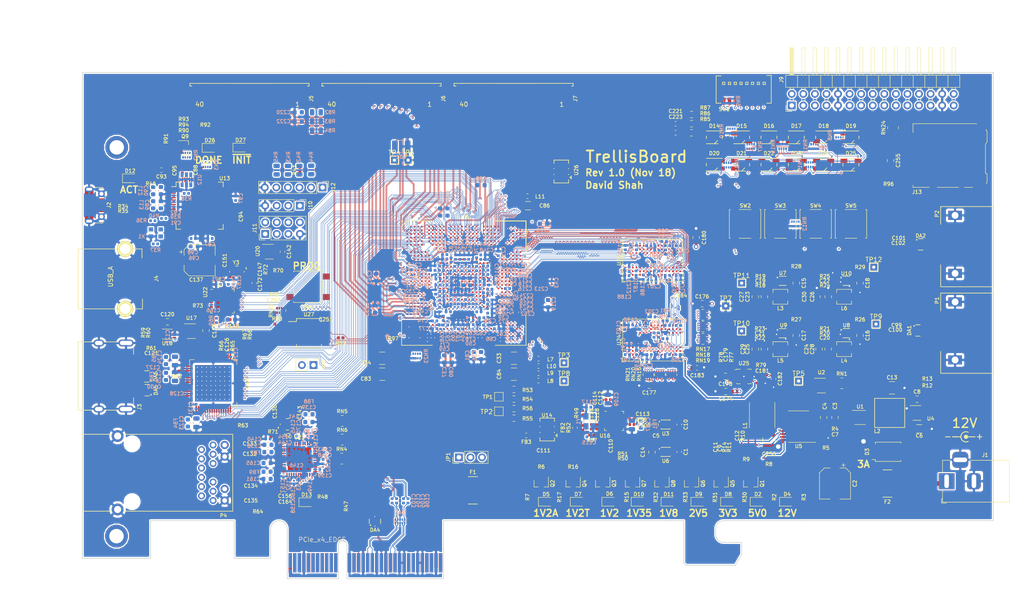
<source format=kicad_pcb>
(kicad_pcb (version 20171130) (host pcbnew 5.0.1)

  (general
    (thickness 1.6)
    (drawings 42)
    (tracks 22072)
    (zones 0)
    (modules 507)
    (nets 718)
  )

  (page A4)
  (layers
    (0 F.Cu signal)
    (1 In1.Cu signal)
    (2 In2.Cu signal)
    (3 In3.Cu signal)
    (4 In4.Cu signal)
    (5 In5.Cu signal)
    (6 In6.Cu signal)
    (31 B.Cu signal)
    (32 B.Adhes user)
    (33 F.Adhes user)
    (34 B.Paste user)
    (35 F.Paste user)
    (36 B.SilkS user)
    (37 F.SilkS user)
    (38 B.Mask user)
    (39 F.Mask user)
    (40 Dwgs.User user)
    (41 Cmts.User user)
    (42 Eco1.User user)
    (43 Eco2.User user)
    (44 Edge.Cuts user)
    (45 Margin user)
    (46 B.CrtYd user)
    (47 F.CrtYd user)
    (48 B.Fab user)
    (49 F.Fab user)
  )

  (setup
    (last_trace_width 0.1)
    (user_trace_width 0.1)
    (user_trace_width 0.15)
    (user_trace_width 0.2)
    (user_trace_width 0.25)
    (user_trace_width 0.35)
    (user_trace_width 0.5)
    (user_trace_width 0.8)
    (user_trace_width 1)
    (trace_clearance 0.0889)
    (zone_clearance 0.254)
    (zone_45_only no)
    (trace_min 0.0889)
    (segment_width 0.2)
    (edge_width 0.15)
    (via_size 0.4)
    (via_drill 0.2)
    (via_min_size 0.4)
    (via_min_drill 0.2)
    (user_via 0.6 0.3)
    (user_via 0.8 0.5)
    (user_via 1 0.6)
    (user_via 1.5 1)
    (user_via 2 1.5)
    (uvia_size 0.3)
    (uvia_drill 0.1)
    (uvias_allowed no)
    (uvia_min_size 0.2)
    (uvia_min_drill 0.1)
    (pcb_text_width 0.3)
    (pcb_text_size 1.5 1.5)
    (mod_edge_width 0.15)
    (mod_text_size 1 1)
    (mod_text_width 0.15)
    (pad_size 1.524 1.524)
    (pad_drill 0.762)
    (pad_to_mask_clearance 0.051)
    (solder_mask_min_width 0.25)
    (aux_axis_origin 0 0)
    (visible_elements FFF9FFFF)
    (pcbplotparams
      (layerselection 0x010fc_ffffffff)
      (usegerberextensions false)
      (usegerberattributes false)
      (usegerberadvancedattributes false)
      (creategerberjobfile false)
      (excludeedgelayer true)
      (linewidth 0.100000)
      (plotframeref false)
      (viasonmask false)
      (mode 1)
      (useauxorigin false)
      (hpglpennumber 1)
      (hpglpenspeed 20)
      (hpglpendiameter 15.000000)
      (psnegative false)
      (psa4output false)
      (plotreference true)
      (plotvalue true)
      (plotinvisibletext false)
      (padsonsilk false)
      (subtractmaskfromsilk false)
      (outputformat 1)
      (mirror false)
      (drillshape 1)
      (scaleselection 1)
      (outputdirectory ""))
  )

  (net 0 "")
  (net 1 "/PCIe + SATA/DCU1_REFCLK-")
  (net 2 "/PCIe + SATA/DCU1_REFCLK+")
  (net 3 DDR3_A4)
  (net 4 DDR3_A6)
  (net 5 DDR3_A5)
  (net 6 DDR3_A7)
  (net 7 /DDR3/DDR3_VTT)
  (net 8 "Net-(RN2-Pad5)")
  (net 9 "Net-(RN2-Pad6)")
  (net 10 "Net-(R38-Pad2)")
  (net 11 "Net-(RN2-Pad7)")
  (net 12 +3V3)
  (net 13 /Power/1V2_EN)
  (net 14 /Power/2V5_EN)
  (net 15 /Power/1V35_EN)
  (net 16 "Net-(RN1-Pad4)")
  (net 17 +5V)
  (net 18 "Net-(RN1-Pad5)")
  (net 19 USD_D0)
  (net 20 USD_D3)
  (net 21 USD_CMD)
  (net 22 USD_D2)
  (net 23 "Net-(RN23-Pad1)")
  (net 24 GND)
  (net 25 "/FPGA IO/CFG0")
  (net 26 "Net-(RN23-Pad8)")
  (net 27 "/FPGA IO/CFG1")
  (net 28 "/FPGA IO/CFG2")
  (net 29 "/FPGA IO/FLASH_D3")
  (net 30 "/FPGA IO/FLASH_D1")
  (net 31 "/FPGA IO/FLASH_D2")
  (net 32 "/FPGA IO/FLASH_D0")
  (net 33 DDR3_WE)
  (net 34 DDR3_CKE)
  (net 35 DDR3_CS)
  (net 36 DDR3_ODT)
  (net 37 DDR3_CAS)
  (net 38 DDR3_BA2)
  (net 39 DDR3_RAS)
  (net 40 DDR3_BA1)
  (net 41 DDR3_A12)
  (net 42 DDR3_A14)
  (net 43 DDR3_A13)
  (net 44 DDR3_BA0)
  (net 45 DDR3_A11)
  (net 46 DDR3_A9)
  (net 47 DDR3_A10)
  (net 48 DDR3_A8)
  (net 49 DDR3_A0)
  (net 50 DDR3_A2)
  (net 51 DDR3_A1)
  (net 52 DDR3_A3)
  (net 53 "/HDMI, GbE, USB/ETH_LED2")
  (net 54 ETH_~RESET)
  (net 55 "/HDMI, GbE, USB/ETH_LED1")
  (net 56 RGMII_REF_CLK)
  (net 57 "Net-(D18-Pad4)")
  (net 58 "Net-(D20-Pad4)")
  (net 59 "Net-(D19-Pad4)")
  (net 60 "Net-(D21-Pad4)")
  (net 61 "Net-(D25-Pad4)")
  (net 62 "Net-(D23-Pad4)")
  (net 63 "Net-(D24-Pad4)")
  (net 64 "Net-(D22-Pad4)")
  (net 65 FTDI_D1_RX)
  (net 66 FTDI_~WR)
  (net 67 FTDI_~RD)
  (net 68 FTDI_~SIWU)
  (net 69 RGMII_RXD0)
  (net 70 RGMII_RXD2)
  (net 71 RGMII_RXD1)
  (net 72 RGMII_RXD3)
  (net 73 RGMII_RX_DV)
  (net 74 ETH_MDIO)
  (net 75 RGMII_RX_CLK)
  (net 76 ETH_INT_N)
  (net 77 "Net-(D17-Pad1)")
  (net 78 "Net-(D16-Pad1)")
  (net 79 "Net-(D14-Pad1)")
  (net 80 "Net-(D15-Pad1)")
  (net 81 DIP_SW1)
  (net 82 DIP_SW0)
  (net 83 DIP_SW2)
  (net 84 DIP_SW3)
  (net 85 DIP_SW7)
  (net 86 DIP_SW6)
  (net 87 DIP_SW4)
  (net 88 DIP_SW5)
  (net 89 "Net-(D14-Pad4)")
  (net 90 "Net-(D16-Pad4)")
  (net 91 "Net-(D15-Pad4)")
  (net 92 "Net-(D17-Pad4)")
  (net 93 "Net-(D21-Pad1)")
  (net 94 "Net-(D20-Pad1)")
  (net 95 "Net-(D18-Pad1)")
  (net 96 "Net-(D19-Pad1)")
  (net 97 BTN1)
  (net 98 BTN0)
  (net 99 BTN2)
  (net 100 BTN3)
  (net 101 "Net-(D25-Pad1)")
  (net 102 "Net-(D24-Pad1)")
  (net 103 "Net-(D22-Pad1)")
  (net 104 "Net-(D23-Pad1)")
  (net 105 "/FPGA IO/VCCIO7")
  (net 106 "Net-(R44-Pad2)")
  (net 107 JTAG_TDO)
  (net 108 JTAG_TDI)
  (net 109 "Net-(R43-Pad2)")
  (net 110 "Net-(R42-Pad2)")
  (net 111 JTAG_TCK)
  (net 112 JTAG_TMS)
  (net 113 "Net-(R45-Pad2)")
  (net 114 "/PCIe + SATA/CLKAUXO+")
  (net 115 "/PCIe + SATA/CLK150M-")
  (net 116 +1V8)
  (net 117 +2V5)
  (net 118 "/PCIe + SATA/CLKAUXO-")
  (net 119 "/FPGA IO/VCCIO6")
  (net 120 "/PCIe + SATA/CLK150M+")
  (net 121 CLK_SDA)
  (net 122 "Net-(R36-Pad2)")
  (net 123 FPGA_12MHz)
  (net 124 "/PCIe + SATA/PCIe_REFCLK+")
  (net 125 "/PCIe + SATA/PCIe_REFCLK-")
  (net 126 PCIe_12V)
  (net 127 "Net-(D13-Pad2)")
  (net 128 ~PERST)
  (net 129 "Net-(P3-PadA11)")
  (net 130 "Net-(D12-Pad2)")
  (net 131 "Net-(R40-Pad1)")
  (net 132 "Net-(R39-Pad1)")
  (net 133 "Net-(R38-Pad1)")
  (net 134 "Net-(R12-Pad2)")
  (net 135 "/PCIe + SATA/3V3_C")
  (net 136 "/PCIe + SATA/3V3_CA")
  (net 137 "Net-(R57-Pad1)")
  (net 138 "Net-(R58-Pad2)")
  (net 139 FABRIC_REFCLK)
  (net 140 "/HDMI, GbE, USB/PORT_SCL")
  (net 141 "/HDMI, GbE, USB/PORT_SDA")
  (net 142 "Net-(C121-Pad1)")
  (net 143 "Net-(R62-Pad1)")
  (net 144 /Power/3V3_PG)
  (net 145 "Net-(D27-Pad2)")
  (net 146 "/FPGA IO/~PROGRAM")
  (net 147 "Net-(R80-Pad1)")
  (net 148 "Net-(R81-Pad1)")
  (net 149 "/FPGA IO/FLASH_~CS")
  (net 150 "/FPGA IO/FLASH_CLK")
  (net 151 "/FPGA IO/DONE")
  (net 152 "Net-(Q9-Pad1)")
  (net 153 "Net-(D26-Pad2)")
  (net 154 "Net-(R79-Pad1)")
  (net 155 "/FPGA IO/~INIT")
  (net 156 "Net-(C9-Pad1)")
  (net 157 "Net-(C11-Pad1)")
  (net 158 "Net-(Q2-Pad3)")
  (net 159 "Net-(D5-Pad1)")
  (net 160 /Power/1V2_PG)
  (net 161 USD_D1)
  (net 162 USD_CLK)
  (net 163 "Net-(R97-Pad1)")
  (net 164 "Net-(Q2-Pad1)")
  (net 165 +1V2A)
  (net 166 "Net-(R5-Pad2)")
  (net 167 "Net-(D2-Pad2)")
  (net 168 "Net-(C7-Pad1)")
  (net 169 "Net-(D4-Pad2)")
  (net 170 +12V)
  (net 171 "Net-(R74-Pad1)")
  (net 172 "/Debug Interface/PORT_D-")
  (net 173 "/Debug Interface/FTDI_D-")
  (net 174 "/Debug Interface/FTDI_D+")
  (net 175 "/Debug Interface/PORT_D+")
  (net 176 "Net-(C22-Pad2)")
  (net 177 "Net-(R71-Pad2)")
  (net 178 "/HDMI, GbE, USB/USB_XO")
  (net 179 "/HDMI, GbE, USB/USB_XI")
  (net 180 "Net-(R73-Pad1)")
  (net 181 "/HDMI, GbE, USB/USBA_VBUS")
  (net 182 "/HDMI, GbE, USB/EXTVBUS")
  (net 183 DVI_SCL)
  (net 184 DVI_SDA)
  (net 185 CLK_SCL)
  (net 186 "Net-(R70-Pad1)")
  (net 187 "Net-(C175-Pad2)")
  (net 188 DDR3_CLK+)
  (net 189 "Net-(P4-Pad16)")
  (net 190 "Net-(R66-Pad1)")
  (net 191 "Net-(R65-Pad1)")
  (net 192 "/HDMI, GbE, USB/HDMI_HPD")
  (net 193 DDR3_CLK-)
  (net 194 "Net-(C179-Pad1)")
  (net 195 +1V35)
  (net 196 +1V2)
  (net 197 "Net-(D10-Pad2)")
  (net 198 "Net-(P4-Pad14)")
  (net 199 "Net-(C12-Pad2)")
  (net 200 "Net-(D6-Pad2)")
  (net 201 +1V2T)
  (net 202 "Net-(Q4-Pad1)")
  (net 203 "Net-(Q4-Pad3)")
  (net 204 "Net-(D7-Pad1)")
  (net 205 "Net-(C19-Pad2)")
  (net 206 "Net-(C20-Pad2)")
  (net 207 "Net-(C21-Pad2)")
  (net 208 "/Debug Interface/FTDI_12MHz")
  (net 209 "Net-(D11-Pad2)")
  (net 210 /Power/2V5_PG)
  (net 211 /Power/1V35_PG)
  (net 212 /Power/1V8_PG)
  (net 213 "Net-(D8-Pad2)")
  (net 214 "Net-(D9-Pad2)")
  (net 215 "Net-(C8-Pad2)")
  (net 216 "Net-(C8-Pad1)")
  (net 217 /Power/PWR_EN)
  (net 218 "/HDMI, GbE, USB/HDMI_5V")
  (net 219 "Net-(U17-Pad3)")
  (net 220 "Net-(D9-Pad1)")
  (net 221 "Net-(D11-Pad1)")
  (net 222 "Net-(D26-Pad1)")
  (net 223 "Net-(D2-Pad1)")
  (net 224 "Net-(D6-Pad1)")
  (net 225 "Net-(D10-Pad1)")
  (net 226 "Net-(D8-Pad1)")
  (net 227 "Net-(U1-Pad3)")
  (net 228 DDR3_Vref)
  (net 229 DDR3_Vtt_EN)
  (net 230 "Net-(U5-Pad2)")
  (net 231 "Net-(L1-Pad1)")
  (net 232 "Net-(C11-Pad2)")
  (net 233 "Net-(U13-Pad3)")
  (net 234 "/Debug Interface/Vphy")
  (net 235 "/Debug Interface/Vpll")
  (net 236 "/Debug Interface/JTAG_ACT")
  (net 237 "Net-(U13-Pad22)")
  (net 238 "Net-(U13-Pad23)")
  (net 239 "Net-(U13-Pad24)")
  (net 240 "Net-(U13-Pad26)")
  (net 241 "Net-(U13-Pad27)")
  (net 242 "Net-(U13-Pad28)")
  (net 243 "Net-(U13-Pad29)")
  (net 244 "Net-(U13-Pad30)")
  (net 245 "Net-(U13-Pad32)")
  (net 246 "Net-(U13-Pad33)")
  (net 247 "Net-(U13-Pad34)")
  (net 248 "Net-(U13-Pad36)")
  (net 249 FTDI_D0_TX)
  (net 250 FTDI_D2)
  (net 251 FTDI_D3)
  (net 252 FTDI_D4)
  (net 253 FTDI_D5)
  (net 254 FTDI_D6)
  (net 255 FTDI_D7)
  (net 256 FTDI_~RXF)
  (net 257 "Net-(U13-Pad49)")
  (net 258 "Net-(U13-Pad50)")
  (net 259 FTDI_~TXE)
  (net 260 "Net-(U13-Pad57)")
  (net 261 "Net-(U13-Pad58)")
  (net 262 "Net-(U13-Pad59)")
  (net 263 "Net-(U13-Pad60)")
  (net 264 "/HDMI, GbE, USB/DVI_DVDD")
  (net 265 DVI_DE)
  (net 266 DVI_HSYNC)
  (net 267 DVI_VSYNC)
  (net 268 "Net-(U19-Pad11)")
  (net 269 "/HDMI, GbE, USB/DVI_PVDD")
  (net 270 "/HDMI, GbE, USB/TMDS_CLK-")
  (net 271 "/HDMI, GbE, USB/TMDS_CLK+")
  (net 272 "/HDMI, GbE, USB/DVI_TVDD")
  (net 273 "/HDMI, GbE, USB/TMDS_D0-")
  (net 274 "/HDMI, GbE, USB/TMDS_D0+")
  (net 275 "/HDMI, GbE, USB/TMDS_D1-")
  (net 276 "/HDMI, GbE, USB/TMDS_D1+")
  (net 277 "/HDMI, GbE, USB/TMDS_D2-")
  (net 278 "/HDMI, GbE, USB/TMDS_D2+")
  (net 279 DVI_D23)
  (net 280 DVI_D22)
  (net 281 DVI_D21)
  (net 282 DVI_D20)
  (net 283 DVI_D19)
  (net 284 DVI_D18)
  (net 285 DVI_D17)
  (net 286 DVI_D16)
  (net 287 DVI_D15)
  (net 288 DVI_D14)
  (net 289 DVI_D13)
  (net 290 DVI_D12)
  (net 291 "Net-(U19-Pad49)")
  (net 292 DVI_D11)
  (net 293 DVI_D10)
  (net 294 DVI_D9)
  (net 295 DVI_D8)
  (net 296 DVI_D7)
  (net 297 DVI_D6)
  (net 298 DVI_CLK)
  (net 299 DVI_D5)
  (net 300 DVI_D4)
  (net 301 DVI_D3)
  (net 302 DVI_D2)
  (net 303 DVI_D1)
  (net 304 DVI_D0)
  (net 305 "/HDMI, GbE, USB/AVDDH")
  (net 306 "/HDMI, GbE, USB/MX4-")
  (net 307 "/HDMI, GbE, USB/MX4+")
  (net 308 "/HDMI, GbE, USB/AVDDL")
  (net 309 "/HDMI, GbE, USB/MX3-")
  (net 310 "/HDMI, GbE, USB/MX3+")
  (net 311 "/HDMI, GbE, USB/MX2-")
  (net 312 "/HDMI, GbE, USB/MX2+")
  (net 313 "/HDMI, GbE, USB/MX1-")
  (net 314 "/HDMI, GbE, USB/MX1+")
  (net 315 "Net-(U21-Pad13)")
  (net 316 RGMII_TXD0)
  (net 317 RGMII_TXD1)
  (net 318 RGMII_TXD2)
  (net 319 RGMII_TXD3)
  (net 320 RGMII_TX_CLK)
  (net 321 RGMII_TX_EN)
  (net 322 ETH_MDC)
  (net 323 "Net-(U21-Pad43)")
  (net 324 "/HDMI, GbE, USB/AVDDL_PLL")
  (net 325 "/HDMI, GbE, USB/ETH_XO")
  (net 326 "/HDMI, GbE, USB/ETH_XI")
  (net 327 "Net-(U21-Pad47)")
  (net 328 "Net-(U22-Pad3)")
  (net 329 "Net-(U22-Pad5)")
  (net 330 "/HDMI, GbE, USB/USBA_D+")
  (net 331 "/HDMI, GbE, USB/USBA_D-")
  (net 332 ULPI_RESET)
  (net 333 ULPI_NXT)
  (net 334 ULPI_DIR)
  (net 335 ULPI_STP)
  (net 336 ULPI_CLKO)
  (net 337 "/HDMI, GbE, USB/USB1V8")
  (net 338 ULPI_D7)
  (net 339 ULPI_D6)
  (net 340 ULPI_D5)
  (net 341 ULPI_D4)
  (net 342 ULPI_D3)
  (net 343 ULPI_D2)
  (net 344 ULPI_D1)
  (net 345 ULPI_D0)
  (net 346 "Net-(C117-Pad1)")
  (net 347 "Net-(C115-Pad2)")
  (net 348 CLK_SD_OE)
  (net 349 "Net-(U16-Pad11)")
  (net 350 "Net-(U16-Pad12)")
  (net 351 "/PCIe + SATA/1V8_C")
  (net 352 "Net-(U16-Pad16)")
  (net 353 "/PCIe + SATA/DCU0_REFCLK-")
  (net 354 "/PCIe + SATA/DCU0_REFCLK+")
  (net 355 "Net-(U16-Pad24)")
  (net 356 DDR3_DQ13)
  (net 357 DDR3_DQ15)
  (net 358 DDR3_DQ12)
  (net 359 DDR3_DQS1-)
  (net 360 DDR3_DQ14)
  (net 361 DDR3_DQ11)
  (net 362 DDR3_DQ9)
  (net 363 DDR3_DQS1+)
  (net 364 DDR3_DQ10)
  (net 365 DDR3_DM1)
  (net 366 DDR3_DQ8)
  (net 367 DDR3_DQ0)
  (net 368 DDR3_DM0)
  (net 369 DDR3_DQ2)
  (net 370 DDR3_DQS0+)
  (net 371 DDR3_DQ1)
  (net 372 DDR3_DQ3)
  (net 373 DDR3_DQ6)
  (net 374 DDR3_DQS0-)
  (net 375 DDR3_DQ4)
  (net 376 DDR3_DQ7)
  (net 377 DDR3_DQ5)
  (net 378 "Net-(U23-PadJ1)")
  (net 379 "Net-(U23-PadJ9)")
  (net 380 "Net-(U23-PadL1)")
  (net 381 "Net-(U23-PadL9)")
  (net 382 "Net-(U23-PadM7)")
  (net 383 DDR3_RESET)
  (net 384 "Net-(U24-PadM7)")
  (net 385 "Net-(U24-PadL9)")
  (net 386 "Net-(U24-PadL1)")
  (net 387 "Net-(U24-PadJ9)")
  (net 388 "Net-(U24-PadJ1)")
  (net 389 DDR3_DQ21)
  (net 390 DDR3_DQ23)
  (net 391 DDR3_DQ20)
  (net 392 DDR3_DQS2-)
  (net 393 DDR3_DQ22)
  (net 394 DDR3_DQ19)
  (net 395 DDR3_DQ17)
  (net 396 DDR3_DQS2+)
  (net 397 DDR3_DQ18)
  (net 398 DDR3_DM2)
  (net 399 DDR3_DQ16)
  (net 400 DDR3_DQ24)
  (net 401 DDR3_DM3)
  (net 402 DDR3_DQ26)
  (net 403 DDR3_DQS3+)
  (net 404 DDR3_DQ25)
  (net 405 DDR3_DQ27)
  (net 406 DDR3_DQ30)
  (net 407 DDR3_DQS3-)
  (net 408 DDR3_DQ28)
  (net 409 DDR3_DQ31)
  (net 410 DDR3_DQ29)
  (net 411 "Net-(X1-Pad1)")
  (net 412 "Net-(L4-Pad1)")
  (net 413 "Net-(L5-Pad1)")
  (net 414 "Net-(L3-Pad1)")
  (net 415 "Net-(L6-Pad1)")
  (net 416 "Net-(C111-Pad1)")
  (net 417 "/FPGA Core Power/VCCHTX1")
  (net 418 "/FPGA Core Power/VCCHTX0")
  (net 419 "/FPGA Core Power/VCCA0")
  (net 420 "/FPGA Core Power/VCCAUX")
  (net 421 "/FPGA Core Power/VCCA1")
  (net 422 "/PCIe + SATA/SATA1_A+")
  (net 423 "/PCIe + SATA/SATA1_A-")
  (net 424 "/PCIe + SATA/DCU1_RX1-")
  (net 425 "/PCIe + SATA/DCU1_RX1+")
  (net 426 "/PCIe + SATA/SATA0_A+")
  (net 427 "/PCIe + SATA/SATA0_A-")
  (net 428 "/PCIe + SATA/DCU1_RX0-")
  (net 429 "/PCIe + SATA/DCU1_RX0+")
  (net 430 "/PCIe + SATA/PCIe_HSI0+")
  (net 431 "/PCIe + SATA/PCIe_HSI0-")
  (net 432 "/PCIe + SATA/PCIe_HSI1+")
  (net 433 "/PCIe + SATA/PCIe_HSI1-")
  (net 434 "/PCIe + SATA/DCU0_RX0+")
  (net 435 "/PCIe + SATA/DCU0_RX0-")
  (net 436 "/PCIe + SATA/DCU0_RX1+")
  (net 437 "/PCIe + SATA/DCU0_RX1-")
  (net 438 "Net-(U6-Pad2)")
  (net 439 "Net-(U6-Pad5)")
  (net 440 "Net-(U3-Pad5)")
  (net 441 "Net-(U3-Pad2)")
  (net 442 "Net-(U10-Pad4)")
  (net 443 "Net-(U9-Pad4)")
  (net 444 "Net-(U8-Pad4)")
  (net 445 "Net-(U7-Pad4)")
  (net 446 "Net-(J5-Pad38)")
  (net 447 "/FPGA IO/EXT0_11-")
  (net 448 "/FPGA IO/EXT0_11+")
  (net 449 "/FPGA IO/EXT0_10-")
  (net 450 "/FPGA IO/EXT0_10+")
  (net 451 "/FPGA IO/EXT0_9-")
  (net 452 "/FPGA IO/EXT0_9+")
  (net 453 "/FPGA IO/EXT0_8-")
  (net 454 "/FPGA IO/EXT0_8+")
  (net 455 "/FPGA IO/EXT0_7-")
  (net 456 "/FPGA IO/EXT0_7+")
  (net 457 "/FPGA IO/EXT0_6-")
  (net 458 "/FPGA IO/EXT0_6+")
  (net 459 "/FPGA IO/EXT0_5-")
  (net 460 "/FPGA IO/EXT0_5+")
  (net 461 "/FPGA IO/EXT0_4-")
  (net 462 "/FPGA IO/EXT0_4+")
  (net 463 "/FPGA IO/EXT0_3-")
  (net 464 "/FPGA IO/EXT0_3+")
  (net 465 "/FPGA IO/EXT0_2-")
  (net 466 "/FPGA IO/EXT0_2+")
  (net 467 "/FPGA IO/EXT0_1-")
  (net 468 "/FPGA IO/EXT0_1+")
  (net 469 "/FPGA IO/EXT0_0-")
  (net 470 "/FPGA IO/EXT0_0+")
  (net 471 "Net-(J6-Pad38)")
  (net 472 "/FPGA IO/EXT1_11-")
  (net 473 "/FPGA IO/EXT1_11+")
  (net 474 "/FPGA IO/EXT1_10-")
  (net 475 "/FPGA IO/EXT1_10+")
  (net 476 "/FPGA IO/EXT1_9-")
  (net 477 "/FPGA IO/EXT1_9+")
  (net 478 "/FPGA IO/EXT1_8-")
  (net 479 "/FPGA IO/EXT1_8+")
  (net 480 "/FPGA IO/EXT1_7-")
  (net 481 "/FPGA IO/EXT1_7+")
  (net 482 "/FPGA IO/EXT1_6-")
  (net 483 "/FPGA IO/EXT1_6+")
  (net 484 "/FPGA IO/EXT1_5-")
  (net 485 "/FPGA IO/EXT1_5+")
  (net 486 "/FPGA IO/EXT1_4-")
  (net 487 "/FPGA IO/EXT1_4+")
  (net 488 "/FPGA IO/EXT1_3-")
  (net 489 "/FPGA IO/EXT1_3+")
  (net 490 "/FPGA IO/EXT1_2-")
  (net 491 "/FPGA IO/EXT1_2+")
  (net 492 "/FPGA IO/EXT1_1-")
  (net 493 "/FPGA IO/EXT1_1+")
  (net 494 "/FPGA IO/EXT1_0-")
  (net 495 "/FPGA IO/EXT1_0+")
  (net 496 "/FPGA IO/EXT2_0+")
  (net 497 "/FPGA IO/EXT2_0-")
  (net 498 "/FPGA IO/EXT2_1+")
  (net 499 "/FPGA IO/EXT2_1-")
  (net 500 "/FPGA IO/EXT2_2+")
  (net 501 "/FPGA IO/EXT2_2-")
  (net 502 "/FPGA IO/EXT2_3+")
  (net 503 "/FPGA IO/EXT2_3-")
  (net 504 "/FPGA IO/EXT2_4+")
  (net 505 "/FPGA IO/EXT2_4-")
  (net 506 "/FPGA IO/EXT2_5+")
  (net 507 "/FPGA IO/EXT2_5-")
  (net 508 "/FPGA IO/EXT2_6+")
  (net 509 "/FPGA IO/EXT2_6-")
  (net 510 "/FPGA IO/EXT2_7+")
  (net 511 "/FPGA IO/EXT2_7-")
  (net 512 "/FPGA IO/EXT2_8+")
  (net 513 "/FPGA IO/EXT2_8-")
  (net 514 "/FPGA IO/EXT2_9+")
  (net 515 "/FPGA IO/EXT2_9-")
  (net 516 "/FPGA IO/EXT2_10+")
  (net 517 "/FPGA IO/EXT2_10-")
  (net 518 "/FPGA IO/EXT2_11+")
  (net 519 "/FPGA IO/EXT2_11-")
  (net 520 "Net-(J7-Pad38)")
  (net 521 "Net-(C132-Pad1)")
  (net 522 "Net-(C135-Pad1)")
  (net 523 "Net-(C133-Pad1)")
  (net 524 "Net-(C134-Pad1)")
  (net 525 "Net-(P3-PadB5)")
  (net 526 "Net-(P3-PadB6)")
  (net 527 "Net-(P3-PadB8)")
  (net 528 "Net-(P3-PadB9)")
  (net 529 "Net-(P3-PadB10)")
  (net 530 PCIe_~WAKE)
  (net 531 "Net-(P3-PadB12)")
  (net 532 "/PCIe + SATA/~PRSNT2~_X1")
  (net 533 "Net-(P3-PadB23)")
  (net 534 "Net-(P3-PadB24)")
  (net 535 "Net-(P3-PadB27)")
  (net 536 "Net-(P3-PadB28)")
  (net 537 "Net-(P3-PadB30)")
  (net 538 "/PCIe + SATA/~PRSNT2~_X4")
  (net 539 "/PCIe + SATA/~PRSNT1")
  (net 540 "Net-(P3-PadA5)")
  (net 541 "Net-(P3-PadA6)")
  (net 542 "Net-(P3-PadA7)")
  (net 543 "Net-(P3-PadA8)")
  (net 544 "Net-(P3-PadA9)")
  (net 545 "Net-(P3-PadA10)")
  (net 546 "Net-(P3-PadA19)")
  (net 547 "Net-(P3-PadA25)")
  (net 548 "Net-(P3-PadA26)")
  (net 549 "Net-(P3-PadA29)")
  (net 550 "Net-(P3-PadA30)")
  (net 551 "Net-(P3-PadA32)")
  (net 552 "Net-(U14-Pad2)")
  (net 553 "Net-(U14-Pad1)")
  (net 554 "Net-(U26-Pad1)")
  (net 555 "Net-(U26-Pad2)")
  (net 556 "/FPGA IO/CLK100+")
  (net 557 "/FPGA IO/CLK100-")
  (net 558 "Net-(J3-Pad14)")
  (net 559 "Net-(J3-Pad13)")
  (net 560 LED2)
  (net 561 LED11)
  (net 562 LED10)
  (net 563 LED0)
  (net 564 LED1)
  (net 565 LED3)
  (net 566 LED4)
  (net 567 LED5)
  (net 568 LED6)
  (net 569 LED7)
  (net 570 LED8)
  (net 571 LED9)
  (net 572 "Net-(F2-Pad2)")
  (net 573 "Net-(U15-PadR1)")
  (net 574 "Net-(U15-PadA2)")
  (net 575 "Net-(U15-PadT2)")
  (net 576 "Net-(U15-PadAB2)")
  (net 577 "Net-(U15-PadAC2)")
  (net 578 "Net-(U15-PadAE2)")
  (net 579 "Net-(U15-PadAG2)")
  (net 580 "Net-(U15-PadA3)")
  (net 581 "Net-(U15-PadV3)")
  (net 582 "Net-(U15-PadW3)")
  (net 583 "Net-(U15-PadY3)")
  (net 584 "Net-(U15-PadAC3)")
  (net 585 "Net-(U15-PadAG3)")
  (net 586 "Net-(U15-PadAL3)")
  (net 587 "Net-(U15-PadB4)")
  (net 588 "Net-(U15-PadH4)")
  (net 589 "Net-(U15-PadAC4)")
  (net 590 "Net-(U15-PadA5)")
  (net 591 "Net-(U15-PadL5)")
  (net 592 "Net-(U15-PadW6)")
  (net 593 "Net-(U15-PadD7)")
  (net 594 "Net-(U15-PadE7)")
  (net 595 "Net-(U15-PadAE7)")
  (net 596 "Net-(U15-PadG9)")
  (net 597 "/PCIe + SATA/DCU0_TX0+")
  (net 598 "Net-(U15-PadG10)")
  (net 599 "/PCIe + SATA/DCU0_TX0-")
  (net 600 "Net-(U15-PadG11)")
  (net 601 "/PCIe + SATA/DCU0_TX1+")
  (net 602 "/PCIe + SATA/DCU0_TX1-")
  (net 603 "/FPGA IO/PMOD1_10")
  (net 604 "/FPGA IO/PMOD1_9")
  (net 605 "Net-(U15-PadG14)")
  (net 606 "Net-(U15-PadG15)")
  (net 607 "Net-(U15-PadAK15)")
  (net 608 "Net-(U15-PadG16)")
  (net 609 "Net-(U15-PadAK16)")
  (net 610 "Net-(U15-PadG17)")
  (net 611 "Net-(U15-PadG18)")
  (net 612 "/PCIe + SATA/DCU1_TX0+")
  (net 613 "Net-(U15-PadG19)")
  (net 614 "/PCIe + SATA/DCU1_TX0-")
  (net 615 "/FPGA IO/PMOD1_8")
  (net 616 "/FPGA IO/PMOD1_7")
  (net 617 "/PCIe + SATA/DCU1_TX1+")
  (net 618 "/PCIe + SATA/DCU1_TX1-")
  (net 619 "/FPGA IO/EXIO_5")
  (net 620 "/FPGA IO/EXIO_4")
  (net 621 "/FPGA IO/EXIO_3")
  (net 622 "Net-(U15-PadG22)")
  (net 623 "/FPGA IO/PMOD1_3")
  (net 624 "/FPGA IO/PMOD1_2")
  (net 625 "/FPGA IO/PMOD1_0")
  (net 626 "/FPGA IO/PMOD1_1")
  (net 627 "/FPGA IO/EXIO_2")
  (net 628 "Net-(U15-PadG23)")
  (net 629 "/FPGA IO/EXIO_1")
  (net 630 "/FPGA IO/PMOD0_10")
  (net 631 "/FPGA IO/EXIO_0")
  (net 632 "/FPGA IO/PMOD0_9")
  (net 633 "Net-(U15-PadG24)")
  (net 634 "Net-(U15-PadAG24)")
  (net 635 "Net-(U15-PadAK24)")
  (net 636 "/FPGA IO/PMOD0_8")
  (net 637 "/FPGA IO/PMOD0_3")
  (net 638 "/FPGA IO/PMOD0_7")
  (net 639 "/FPGA IO/PMOD0_2")
  (net 640 "/FPGA IO/PMOD0_1")
  (net 641 "Net-(U15-PadAK25)")
  (net 642 "/FPGA IO/PMOD0_0")
  (net 643 "Net-(U15-PadB26)")
  (net 644 "Net-(U15-PadE26)")
  (net 645 "Net-(U15-PadAE26)")
  (net 646 "Net-(U15-PadH27)")
  (net 647 "Net-(U15-PadJ27)")
  (net 648 "Net-(U15-PadW27)")
  (net 649 "Net-(U15-PadC28)")
  (net 650 "Net-(U15-PadD28)")
  (net 651 "Net-(U15-PadH28)")
  (net 652 "Net-(U15-PadL28)")
  (net 653 "Net-(U15-PadP28)")
  (net 654 "Net-(U15-PadAC28)")
  (net 655 "Net-(U15-PadAE28)")
  (net 656 "Net-(U15-PadC29)")
  (net 657 "Net-(U15-PadH29)")
  (net 658 "Net-(U15-PadP29)")
  (net 659 "Net-(U15-PadAB29)")
  (net 660 "Net-(U15-PadAC29)")
  (net 661 "Net-(U15-PadAE29)")
  (net 662 "Net-(U15-PadAJ29)")
  (net 663 "Net-(U15-PadC30)")
  (net 664 "Net-(U15-PadP30)")
  (net 665 "Net-(U15-PadR30)")
  (net 666 "Net-(U15-PadV30)")
  (net 667 "Net-(U15-PadAB30)")
  (net 668 "Net-(U15-PadAE30)")
  (net 669 "Net-(U15-PadAJ30)")
  (net 670 "Net-(U15-PadA31)")
  (net 671 "Net-(U15-PadAG31)")
  (net 672 "Net-(U15-PadAK31)")
  (net 673 "Net-(U15-PadAG32)")
  (net 674 "Net-(J2-Pad1)")
  (net 675 "Net-(J2-Pad4)")
  (net 676 "Net-(U15-PadT30)")
  (net 677 "Net-(U15-PadAE27)")
  (net 678 "Net-(U15-PadAD27)")
  (net 679 "Net-(U15-PadF30)")
  (net 680 "Net-(U15-PadN27)")
  (net 681 "Net-(U15-PadU27)")
  (net 682 "Net-(U15-PadU29)")
  (net 683 "Net-(U15-PadW30)")
  (net 684 "Net-(U15-PadY30)")
  (net 685 "Net-(U15-PadY29)")
  (net 686 "Net-(U15-PadW1)")
  (net 687 "Net-(U15-PadV1)")
  (net 688 "Net-(U15-PadY7)")
  (net 689 "Net-(U15-PadY6)")
  (net 690 "Net-(U15-PadAC5)")
  (net 691 "Net-(U15-PadAD4)")
  (net 692 "Net-(U15-PadY4)")
  (net 693 "Net-(U15-PadW4)")
  (net 694 "Net-(U15-PadP7)")
  (net 695 "Net-(U15-PadN7)")
  (net 696 "Net-(U15-PadL7)")
  (net 697 "Net-(U15-PadP6)")
  (net 698 "Net-(U15-PadN6)")
  (net 699 "Net-(U15-PadL6)")
  (net 700 "Net-(U15-PadK5)")
  (net 701 "Net-(U15-PadN4)")
  (net 702 "Net-(U15-PadL4)")
  (net 703 "Net-(U15-PadK4)")
  (net 704 "Net-(U15-PadJ4)")
  (net 705 "Net-(U15-PadN3)")
  (net 706 "Net-(U15-PadL3)")
  (net 707 "Net-(U15-PadL2)")
  (net 708 "Net-(U15-PadK2)")
  (net 709 "Net-(U15-PadL1)")
  (net 710 "Net-(U15-PadK1)")
  (net 711 "Net-(U15-PadJ1)")
  (net 712 "Net-(U15-PadD1)")
  (net 713 "Net-(U15-PadC1)")
  (net 714 "Net-(U15-PadF2)")
  (net 715 "Net-(U15-PadE1)")
  (net 716 "Net-(U15-PadE4)")
  (net 717 "Net-(U15-PadD4)")

  (net_class Default "This is the default net class."
    (clearance 0.0889)
    (trace_width 0.0889)
    (via_dia 0.4)
    (via_drill 0.2)
    (uvia_dia 0.3)
    (uvia_drill 0.1)
    (diff_pair_gap 0.11)
    (diff_pair_width 0.11)
    (add_net +12V)
    (add_net +1V2)
    (add_net +1V2A)
    (add_net +1V2T)
    (add_net +1V35)
    (add_net +1V8)
    (add_net +2V5)
    (add_net +3V3)
    (add_net +5V)
    (add_net /DDR3/DDR3_VTT)
    (add_net "/Debug Interface/FTDI_12MHz")
    (add_net "/Debug Interface/FTDI_D+")
    (add_net "/Debug Interface/FTDI_D-")
    (add_net "/Debug Interface/JTAG_ACT")
    (add_net "/Debug Interface/PORT_D+")
    (add_net "/Debug Interface/PORT_D-")
    (add_net "/Debug Interface/Vphy")
    (add_net "/Debug Interface/Vpll")
    (add_net "/FPGA Core Power/VCCA0")
    (add_net "/FPGA Core Power/VCCA1")
    (add_net "/FPGA Core Power/VCCAUX")
    (add_net "/FPGA Core Power/VCCHTX0")
    (add_net "/FPGA Core Power/VCCHTX1")
    (add_net "/FPGA IO/CFG0")
    (add_net "/FPGA IO/CFG1")
    (add_net "/FPGA IO/CFG2")
    (add_net "/FPGA IO/CLK100+")
    (add_net "/FPGA IO/CLK100-")
    (add_net "/FPGA IO/DONE")
    (add_net "/FPGA IO/EXIO_0")
    (add_net "/FPGA IO/EXIO_1")
    (add_net "/FPGA IO/EXIO_2")
    (add_net "/FPGA IO/EXIO_3")
    (add_net "/FPGA IO/EXIO_4")
    (add_net "/FPGA IO/EXIO_5")
    (add_net "/FPGA IO/EXT0_0+")
    (add_net "/FPGA IO/EXT0_0-")
    (add_net "/FPGA IO/EXT0_1+")
    (add_net "/FPGA IO/EXT0_1-")
    (add_net "/FPGA IO/EXT0_10+")
    (add_net "/FPGA IO/EXT0_10-")
    (add_net "/FPGA IO/EXT0_11+")
    (add_net "/FPGA IO/EXT0_11-")
    (add_net "/FPGA IO/EXT0_2+")
    (add_net "/FPGA IO/EXT0_2-")
    (add_net "/FPGA IO/EXT0_3+")
    (add_net "/FPGA IO/EXT0_3-")
    (add_net "/FPGA IO/EXT0_4+")
    (add_net "/FPGA IO/EXT0_4-")
    (add_net "/FPGA IO/EXT0_5+")
    (add_net "/FPGA IO/EXT0_5-")
    (add_net "/FPGA IO/EXT0_6+")
    (add_net "/FPGA IO/EXT0_6-")
    (add_net "/FPGA IO/EXT0_7+")
    (add_net "/FPGA IO/EXT0_7-")
    (add_net "/FPGA IO/EXT0_8+")
    (add_net "/FPGA IO/EXT0_8-")
    (add_net "/FPGA IO/EXT0_9+")
    (add_net "/FPGA IO/EXT0_9-")
    (add_net "/FPGA IO/EXT1_0+")
    (add_net "/FPGA IO/EXT1_0-")
    (add_net "/FPGA IO/EXT1_1+")
    (add_net "/FPGA IO/EXT1_1-")
    (add_net "/FPGA IO/EXT1_10+")
    (add_net "/FPGA IO/EXT1_10-")
    (add_net "/FPGA IO/EXT1_11+")
    (add_net "/FPGA IO/EXT1_11-")
    (add_net "/FPGA IO/EXT1_2+")
    (add_net "/FPGA IO/EXT1_2-")
    (add_net "/FPGA IO/EXT1_3+")
    (add_net "/FPGA IO/EXT1_3-")
    (add_net "/FPGA IO/EXT1_4+")
    (add_net "/FPGA IO/EXT1_4-")
    (add_net "/FPGA IO/EXT1_5+")
    (add_net "/FPGA IO/EXT1_5-")
    (add_net "/FPGA IO/EXT1_6+")
    (add_net "/FPGA IO/EXT1_6-")
    (add_net "/FPGA IO/EXT1_7+")
    (add_net "/FPGA IO/EXT1_7-")
    (add_net "/FPGA IO/EXT1_8+")
    (add_net "/FPGA IO/EXT1_8-")
    (add_net "/FPGA IO/EXT1_9+")
    (add_net "/FPGA IO/EXT1_9-")
    (add_net "/FPGA IO/EXT2_0+")
    (add_net "/FPGA IO/EXT2_0-")
    (add_net "/FPGA IO/EXT2_1+")
    (add_net "/FPGA IO/EXT2_1-")
    (add_net "/FPGA IO/EXT2_10+")
    (add_net "/FPGA IO/EXT2_10-")
    (add_net "/FPGA IO/EXT2_11+")
    (add_net "/FPGA IO/EXT2_11-")
    (add_net "/FPGA IO/EXT2_2+")
    (add_net "/FPGA IO/EXT2_2-")
    (add_net "/FPGA IO/EXT2_3+")
    (add_net "/FPGA IO/EXT2_3-")
    (add_net "/FPGA IO/EXT2_4+")
    (add_net "/FPGA IO/EXT2_4-")
    (add_net "/FPGA IO/EXT2_5+")
    (add_net "/FPGA IO/EXT2_5-")
    (add_net "/FPGA IO/EXT2_6+")
    (add_net "/FPGA IO/EXT2_6-")
    (add_net "/FPGA IO/EXT2_7+")
    (add_net "/FPGA IO/EXT2_7-")
    (add_net "/FPGA IO/EXT2_8+")
    (add_net "/FPGA IO/EXT2_8-")
    (add_net "/FPGA IO/EXT2_9+")
    (add_net "/FPGA IO/EXT2_9-")
    (add_net "/FPGA IO/FLASH_CLK")
    (add_net "/FPGA IO/FLASH_D0")
    (add_net "/FPGA IO/FLASH_D1")
    (add_net "/FPGA IO/FLASH_D2")
    (add_net "/FPGA IO/FLASH_D3")
    (add_net "/FPGA IO/FLASH_~CS")
    (add_net "/FPGA IO/PMOD0_0")
    (add_net "/FPGA IO/PMOD0_1")
    (add_net "/FPGA IO/PMOD0_10")
    (add_net "/FPGA IO/PMOD0_2")
    (add_net "/FPGA IO/PMOD0_3")
    (add_net "/FPGA IO/PMOD0_7")
    (add_net "/FPGA IO/PMOD0_8")
    (add_net "/FPGA IO/PMOD0_9")
    (add_net "/FPGA IO/PMOD1_0")
    (add_net "/FPGA IO/PMOD1_1")
    (add_net "/FPGA IO/PMOD1_10")
    (add_net "/FPGA IO/PMOD1_2")
    (add_net "/FPGA IO/PMOD1_3")
    (add_net "/FPGA IO/PMOD1_7")
    (add_net "/FPGA IO/PMOD1_8")
    (add_net "/FPGA IO/PMOD1_9")
    (add_net "/FPGA IO/VCCIO6")
    (add_net "/FPGA IO/VCCIO7")
    (add_net "/FPGA IO/~INIT")
    (add_net "/FPGA IO/~PROGRAM")
    (add_net "/HDMI, GbE, USB/AVDDH")
    (add_net "/HDMI, GbE, USB/AVDDL")
    (add_net "/HDMI, GbE, USB/AVDDL_PLL")
    (add_net "/HDMI, GbE, USB/DVI_DVDD")
    (add_net "/HDMI, GbE, USB/DVI_PVDD")
    (add_net "/HDMI, GbE, USB/DVI_TVDD")
    (add_net "/HDMI, GbE, USB/ETH_LED1")
    (add_net "/HDMI, GbE, USB/ETH_LED2")
    (add_net "/HDMI, GbE, USB/ETH_XI")
    (add_net "/HDMI, GbE, USB/ETH_XO")
    (add_net "/HDMI, GbE, USB/EXTVBUS")
    (add_net "/HDMI, GbE, USB/HDMI_5V")
    (add_net "/HDMI, GbE, USB/HDMI_HPD")
    (add_net "/HDMI, GbE, USB/MX1+")
    (add_net "/HDMI, GbE, USB/MX1-")
    (add_net "/HDMI, GbE, USB/MX2+")
    (add_net "/HDMI, GbE, USB/MX2-")
    (add_net "/HDMI, GbE, USB/MX3+")
    (add_net "/HDMI, GbE, USB/MX3-")
    (add_net "/HDMI, GbE, USB/MX4+")
    (add_net "/HDMI, GbE, USB/MX4-")
    (add_net "/HDMI, GbE, USB/PORT_SCL")
    (add_net "/HDMI, GbE, USB/PORT_SDA")
    (add_net "/HDMI, GbE, USB/TMDS_CLK+")
    (add_net "/HDMI, GbE, USB/TMDS_CLK-")
    (add_net "/HDMI, GbE, USB/TMDS_D0+")
    (add_net "/HDMI, GbE, USB/TMDS_D0-")
    (add_net "/HDMI, GbE, USB/TMDS_D1+")
    (add_net "/HDMI, GbE, USB/TMDS_D1-")
    (add_net "/HDMI, GbE, USB/TMDS_D2+")
    (add_net "/HDMI, GbE, USB/TMDS_D2-")
    (add_net "/HDMI, GbE, USB/USB1V8")
    (add_net "/HDMI, GbE, USB/USBA_D+")
    (add_net "/HDMI, GbE, USB/USBA_D-")
    (add_net "/HDMI, GbE, USB/USBA_VBUS")
    (add_net "/HDMI, GbE, USB/USB_XI")
    (add_net "/HDMI, GbE, USB/USB_XO")
    (add_net "/PCIe + SATA/1V8_C")
    (add_net "/PCIe + SATA/3V3_C")
    (add_net "/PCIe + SATA/3V3_CA")
    (add_net "/PCIe + SATA/CLK150M+")
    (add_net "/PCIe + SATA/CLK150M-")
    (add_net "/PCIe + SATA/CLKAUXO+")
    (add_net "/PCIe + SATA/CLKAUXO-")
    (add_net "/PCIe + SATA/DCU0_REFCLK+")
    (add_net "/PCIe + SATA/DCU0_REFCLK-")
    (add_net "/PCIe + SATA/DCU0_RX0+")
    (add_net "/PCIe + SATA/DCU0_RX0-")
    (add_net "/PCIe + SATA/DCU0_RX1+")
    (add_net "/PCIe + SATA/DCU0_RX1-")
    (add_net "/PCIe + SATA/DCU0_TX0+")
    (add_net "/PCIe + SATA/DCU0_TX0-")
    (add_net "/PCIe + SATA/DCU0_TX1+")
    (add_net "/PCIe + SATA/DCU0_TX1-")
    (add_net "/PCIe + SATA/DCU1_REFCLK+")
    (add_net "/PCIe + SATA/DCU1_REFCLK-")
    (add_net "/PCIe + SATA/DCU1_RX0+")
    (add_net "/PCIe + SATA/DCU1_RX0-")
    (add_net "/PCIe + SATA/DCU1_RX1+")
    (add_net "/PCIe + SATA/DCU1_RX1-")
    (add_net "/PCIe + SATA/DCU1_TX0+")
    (add_net "/PCIe + SATA/DCU1_TX0-")
    (add_net "/PCIe + SATA/DCU1_TX1+")
    (add_net "/PCIe + SATA/DCU1_TX1-")
    (add_net "/PCIe + SATA/PCIe_HSI0+")
    (add_net "/PCIe + SATA/PCIe_HSI0-")
    (add_net "/PCIe + SATA/PCIe_HSI1+")
    (add_net "/PCIe + SATA/PCIe_HSI1-")
    (add_net "/PCIe + SATA/PCIe_REFCLK+")
    (add_net "/PCIe + SATA/PCIe_REFCLK-")
    (add_net "/PCIe + SATA/SATA0_A+")
    (add_net "/PCIe + SATA/SATA0_A-")
    (add_net "/PCIe + SATA/SATA1_A+")
    (add_net "/PCIe + SATA/SATA1_A-")
    (add_net "/PCIe + SATA/~PRSNT1")
    (add_net "/PCIe + SATA/~PRSNT2~_X1")
    (add_net "/PCIe + SATA/~PRSNT2~_X4")
    (add_net /Power/1V2_EN)
    (add_net /Power/1V2_PG)
    (add_net /Power/1V35_EN)
    (add_net /Power/1V35_PG)
    (add_net /Power/1V8_PG)
    (add_net /Power/2V5_EN)
    (add_net /Power/2V5_PG)
    (add_net /Power/3V3_PG)
    (add_net /Power/PWR_EN)
    (add_net BTN0)
    (add_net BTN1)
    (add_net BTN2)
    (add_net BTN3)
    (add_net CLK_SCL)
    (add_net CLK_SDA)
    (add_net CLK_SD_OE)
    (add_net DDR3_A0)
    (add_net DDR3_A1)
    (add_net DDR3_A10)
    (add_net DDR3_A11)
    (add_net DDR3_A12)
    (add_net DDR3_A13)
    (add_net DDR3_A14)
    (add_net DDR3_A2)
    (add_net DDR3_A3)
    (add_net DDR3_A4)
    (add_net DDR3_A5)
    (add_net DDR3_A6)
    (add_net DDR3_A7)
    (add_net DDR3_A8)
    (add_net DDR3_A9)
    (add_net DDR3_BA0)
    (add_net DDR3_BA1)
    (add_net DDR3_BA2)
    (add_net DDR3_CAS)
    (add_net DDR3_CKE)
    (add_net DDR3_CLK+)
    (add_net DDR3_CLK-)
    (add_net DDR3_CS)
    (add_net DDR3_DM0)
    (add_net DDR3_DM1)
    (add_net DDR3_DM2)
    (add_net DDR3_DM3)
    (add_net DDR3_DQ0)
    (add_net DDR3_DQ1)
    (add_net DDR3_DQ10)
    (add_net DDR3_DQ11)
    (add_net DDR3_DQ12)
    (add_net DDR3_DQ13)
    (add_net DDR3_DQ14)
    (add_net DDR3_DQ15)
    (add_net DDR3_DQ16)
    (add_net DDR3_DQ17)
    (add_net DDR3_DQ18)
    (add_net DDR3_DQ19)
    (add_net DDR3_DQ2)
    (add_net DDR3_DQ20)
    (add_net DDR3_DQ21)
    (add_net DDR3_DQ22)
    (add_net DDR3_DQ23)
    (add_net DDR3_DQ24)
    (add_net DDR3_DQ25)
    (add_net DDR3_DQ26)
    (add_net DDR3_DQ27)
    (add_net DDR3_DQ28)
    (add_net DDR3_DQ29)
    (add_net DDR3_DQ3)
    (add_net DDR3_DQ30)
    (add_net DDR3_DQ31)
    (add_net DDR3_DQ4)
    (add_net DDR3_DQ5)
    (add_net DDR3_DQ6)
    (add_net DDR3_DQ7)
    (add_net DDR3_DQ8)
    (add_net DDR3_DQ9)
    (add_net DDR3_DQS0+)
    (add_net DDR3_DQS0-)
    (add_net DDR3_DQS1+)
    (add_net DDR3_DQS1-)
    (add_net DDR3_DQS2+)
    (add_net DDR3_DQS2-)
    (add_net DDR3_DQS3+)
    (add_net DDR3_DQS3-)
    (add_net DDR3_ODT)
    (add_net DDR3_RAS)
    (add_net DDR3_RESET)
    (add_net DDR3_Vref)
    (add_net DDR3_Vtt_EN)
    (add_net DDR3_WE)
    (add_net DIP_SW0)
    (add_net DIP_SW1)
    (add_net DIP_SW2)
    (add_net DIP_SW3)
    (add_net DIP_SW4)
    (add_net DIP_SW5)
    (add_net DIP_SW6)
    (add_net DIP_SW7)
    (add_net DVI_CLK)
    (add_net DVI_D0)
    (add_net DVI_D1)
    (add_net DVI_D10)
    (add_net DVI_D11)
    (add_net DVI_D12)
    (add_net DVI_D13)
    (add_net DVI_D14)
    (add_net DVI_D15)
    (add_net DVI_D16)
    (add_net DVI_D17)
    (add_net DVI_D18)
    (add_net DVI_D19)
    (add_net DVI_D2)
    (add_net DVI_D20)
    (add_net DVI_D21)
    (add_net DVI_D22)
    (add_net DVI_D23)
    (add_net DVI_D3)
    (add_net DVI_D4)
    (add_net DVI_D5)
    (add_net DVI_D6)
    (add_net DVI_D7)
    (add_net DVI_D8)
    (add_net DVI_D9)
    (add_net DVI_DE)
    (add_net DVI_HSYNC)
    (add_net DVI_SCL)
    (add_net DVI_SDA)
    (add_net DVI_VSYNC)
    (add_net ETH_INT_N)
    (add_net ETH_MDC)
    (add_net ETH_MDIO)
    (add_net ETH_~RESET)
    (add_net FABRIC_REFCLK)
    (add_net FPGA_12MHz)
    (add_net FTDI_D0_TX)
    (add_net FTDI_D1_RX)
    (add_net FTDI_D2)
    (add_net FTDI_D3)
    (add_net FTDI_D4)
    (add_net FTDI_D5)
    (add_net FTDI_D6)
    (add_net FTDI_D7)
    (add_net FTDI_~RD)
    (add_net FTDI_~RXF)
    (add_net FTDI_~SIWU)
    (add_net FTDI_~TXE)
    (add_net FTDI_~WR)
    (add_net GND)
    (add_net JTAG_TCK)
    (add_net JTAG_TDI)
    (add_net JTAG_TDO)
    (add_net JTAG_TMS)
    (add_net LED0)
    (add_net LED1)
    (add_net LED10)
    (add_net LED11)
    (add_net LED2)
    (add_net LED3)
    (add_net LED4)
    (add_net LED5)
    (add_net LED6)
    (add_net LED7)
    (add_net LED8)
    (add_net LED9)
    (add_net "Net-(C11-Pad1)")
    (add_net "Net-(C11-Pad2)")
    (add_net "Net-(C111-Pad1)")
    (add_net "Net-(C115-Pad2)")
    (add_net "Net-(C117-Pad1)")
    (add_net "Net-(C12-Pad2)")
    (add_net "Net-(C121-Pad1)")
    (add_net "Net-(C132-Pad1)")
    (add_net "Net-(C133-Pad1)")
    (add_net "Net-(C134-Pad1)")
    (add_net "Net-(C135-Pad1)")
    (add_net "Net-(C175-Pad2)")
    (add_net "Net-(C179-Pad1)")
    (add_net "Net-(C19-Pad2)")
    (add_net "Net-(C20-Pad2)")
    (add_net "Net-(C21-Pad2)")
    (add_net "Net-(C22-Pad2)")
    (add_net "Net-(C7-Pad1)")
    (add_net "Net-(C8-Pad1)")
    (add_net "Net-(C8-Pad2)")
    (add_net "Net-(C9-Pad1)")
    (add_net "Net-(D10-Pad1)")
    (add_net "Net-(D10-Pad2)")
    (add_net "Net-(D11-Pad1)")
    (add_net "Net-(D11-Pad2)")
    (add_net "Net-(D12-Pad2)")
    (add_net "Net-(D13-Pad2)")
    (add_net "Net-(D14-Pad1)")
    (add_net "Net-(D14-Pad4)")
    (add_net "Net-(D15-Pad1)")
    (add_net "Net-(D15-Pad4)")
    (add_net "Net-(D16-Pad1)")
    (add_net "Net-(D16-Pad4)")
    (add_net "Net-(D17-Pad1)")
    (add_net "Net-(D17-Pad4)")
    (add_net "Net-(D18-Pad1)")
    (add_net "Net-(D18-Pad4)")
    (add_net "Net-(D19-Pad1)")
    (add_net "Net-(D19-Pad4)")
    (add_net "Net-(D2-Pad1)")
    (add_net "Net-(D2-Pad2)")
    (add_net "Net-(D20-Pad1)")
    (add_net "Net-(D20-Pad4)")
    (add_net "Net-(D21-Pad1)")
    (add_net "Net-(D21-Pad4)")
    (add_net "Net-(D22-Pad1)")
    (add_net "Net-(D22-Pad4)")
    (add_net "Net-(D23-Pad1)")
    (add_net "Net-(D23-Pad4)")
    (add_net "Net-(D24-Pad1)")
    (add_net "Net-(D24-Pad4)")
    (add_net "Net-(D25-Pad1)")
    (add_net "Net-(D25-Pad4)")
    (add_net "Net-(D26-Pad1)")
    (add_net "Net-(D26-Pad2)")
    (add_net "Net-(D27-Pad2)")
    (add_net "Net-(D4-Pad2)")
    (add_net "Net-(D5-Pad1)")
    (add_net "Net-(D6-Pad1)")
    (add_net "Net-(D6-Pad2)")
    (add_net "Net-(D7-Pad1)")
    (add_net "Net-(D8-Pad1)")
    (add_net "Net-(D8-Pad2)")
    (add_net "Net-(D9-Pad1)")
    (add_net "Net-(D9-Pad2)")
    (add_net "Net-(F2-Pad2)")
    (add_net "Net-(J2-Pad1)")
    (add_net "Net-(J2-Pad4)")
    (add_net "Net-(J3-Pad13)")
    (add_net "Net-(J3-Pad14)")
    (add_net "Net-(J5-Pad38)")
    (add_net "Net-(J6-Pad38)")
    (add_net "Net-(J7-Pad38)")
    (add_net "Net-(L1-Pad1)")
    (add_net "Net-(L3-Pad1)")
    (add_net "Net-(L4-Pad1)")
    (add_net "Net-(L5-Pad1)")
    (add_net "Net-(L6-Pad1)")
    (add_net "Net-(P3-PadA10)")
    (add_net "Net-(P3-PadA11)")
    (add_net "Net-(P3-PadA19)")
    (add_net "Net-(P3-PadA25)")
    (add_net "Net-(P3-PadA26)")
    (add_net "Net-(P3-PadA29)")
    (add_net "Net-(P3-PadA30)")
    (add_net "Net-(P3-PadA32)")
    (add_net "Net-(P3-PadA5)")
    (add_net "Net-(P3-PadA6)")
    (add_net "Net-(P3-PadA7)")
    (add_net "Net-(P3-PadA8)")
    (add_net "Net-(P3-PadA9)")
    (add_net "Net-(P3-PadB10)")
    (add_net "Net-(P3-PadB12)")
    (add_net "Net-(P3-PadB23)")
    (add_net "Net-(P3-PadB24)")
    (add_net "Net-(P3-PadB27)")
    (add_net "Net-(P3-PadB28)")
    (add_net "Net-(P3-PadB30)")
    (add_net "Net-(P3-PadB5)")
    (add_net "Net-(P3-PadB6)")
    (add_net "Net-(P3-PadB8)")
    (add_net "Net-(P3-PadB9)")
    (add_net "Net-(P4-Pad14)")
    (add_net "Net-(P4-Pad16)")
    (add_net "Net-(Q2-Pad1)")
    (add_net "Net-(Q2-Pad3)")
    (add_net "Net-(Q4-Pad1)")
    (add_net "Net-(Q4-Pad3)")
    (add_net "Net-(Q9-Pad1)")
    (add_net "Net-(R12-Pad2)")
    (add_net "Net-(R36-Pad2)")
    (add_net "Net-(R38-Pad1)")
    (add_net "Net-(R38-Pad2)")
    (add_net "Net-(R39-Pad1)")
    (add_net "Net-(R40-Pad1)")
    (add_net "Net-(R42-Pad2)")
    (add_net "Net-(R43-Pad2)")
    (add_net "Net-(R44-Pad2)")
    (add_net "Net-(R45-Pad2)")
    (add_net "Net-(R5-Pad2)")
    (add_net "Net-(R57-Pad1)")
    (add_net "Net-(R58-Pad2)")
    (add_net "Net-(R62-Pad1)")
    (add_net "Net-(R65-Pad1)")
    (add_net "Net-(R66-Pad1)")
    (add_net "Net-(R70-Pad1)")
    (add_net "Net-(R71-Pad2)")
    (add_net "Net-(R73-Pad1)")
    (add_net "Net-(R74-Pad1)")
    (add_net "Net-(R79-Pad1)")
    (add_net "Net-(R80-Pad1)")
    (add_net "Net-(R81-Pad1)")
    (add_net "Net-(R97-Pad1)")
    (add_net "Net-(RN1-Pad4)")
    (add_net "Net-(RN1-Pad5)")
    (add_net "Net-(RN2-Pad5)")
    (add_net "Net-(RN2-Pad6)")
    (add_net "Net-(RN2-Pad7)")
    (add_net "Net-(RN23-Pad1)")
    (add_net "Net-(RN23-Pad8)")
    (add_net "Net-(U1-Pad3)")
    (add_net "Net-(U10-Pad4)")
    (add_net "Net-(U13-Pad22)")
    (add_net "Net-(U13-Pad23)")
    (add_net "Net-(U13-Pad24)")
    (add_net "Net-(U13-Pad26)")
    (add_net "Net-(U13-Pad27)")
    (add_net "Net-(U13-Pad28)")
    (add_net "Net-(U13-Pad29)")
    (add_net "Net-(U13-Pad3)")
    (add_net "Net-(U13-Pad30)")
    (add_net "Net-(U13-Pad32)")
    (add_net "Net-(U13-Pad33)")
    (add_net "Net-(U13-Pad34)")
    (add_net "Net-(U13-Pad36)")
    (add_net "Net-(U13-Pad49)")
    (add_net "Net-(U13-Pad50)")
    (add_net "Net-(U13-Pad57)")
    (add_net "Net-(U13-Pad58)")
    (add_net "Net-(U13-Pad59)")
    (add_net "Net-(U13-Pad60)")
    (add_net "Net-(U14-Pad1)")
    (add_net "Net-(U14-Pad2)")
    (add_net "Net-(U15-PadA2)")
    (add_net "Net-(U15-PadA3)")
    (add_net "Net-(U15-PadA31)")
    (add_net "Net-(U15-PadA5)")
    (add_net "Net-(U15-PadAB2)")
    (add_net "Net-(U15-PadAB29)")
    (add_net "Net-(U15-PadAB30)")
    (add_net "Net-(U15-PadAC2)")
    (add_net "Net-(U15-PadAC28)")
    (add_net "Net-(U15-PadAC29)")
    (add_net "Net-(U15-PadAC3)")
    (add_net "Net-(U15-PadAC4)")
    (add_net "Net-(U15-PadAC5)")
    (add_net "Net-(U15-PadAD27)")
    (add_net "Net-(U15-PadAD4)")
    (add_net "Net-(U15-PadAE2)")
    (add_net "Net-(U15-PadAE26)")
    (add_net "Net-(U15-PadAE27)")
    (add_net "Net-(U15-PadAE28)")
    (add_net "Net-(U15-PadAE29)")
    (add_net "Net-(U15-PadAE30)")
    (add_net "Net-(U15-PadAE7)")
    (add_net "Net-(U15-PadAG2)")
    (add_net "Net-(U15-PadAG24)")
    (add_net "Net-(U15-PadAG3)")
    (add_net "Net-(U15-PadAG31)")
    (add_net "Net-(U15-PadAG32)")
    (add_net "Net-(U15-PadAJ29)")
    (add_net "Net-(U15-PadAJ30)")
    (add_net "Net-(U15-PadAK15)")
    (add_net "Net-(U15-PadAK16)")
    (add_net "Net-(U15-PadAK24)")
    (add_net "Net-(U15-PadAK25)")
    (add_net "Net-(U15-PadAK31)")
    (add_net "Net-(U15-PadAL3)")
    (add_net "Net-(U15-PadB26)")
    (add_net "Net-(U15-PadB4)")
    (add_net "Net-(U15-PadC1)")
    (add_net "Net-(U15-PadC28)")
    (add_net "Net-(U15-PadC29)")
    (add_net "Net-(U15-PadC30)")
    (add_net "Net-(U15-PadD1)")
    (add_net "Net-(U15-PadD28)")
    (add_net "Net-(U15-PadD4)")
    (add_net "Net-(U15-PadD7)")
    (add_net "Net-(U15-PadE1)")
    (add_net "Net-(U15-PadE26)")
    (add_net "Net-(U15-PadE4)")
    (add_net "Net-(U15-PadE7)")
    (add_net "Net-(U15-PadF2)")
    (add_net "Net-(U15-PadF30)")
    (add_net "Net-(U15-PadG10)")
    (add_net "Net-(U15-PadG11)")
    (add_net "Net-(U15-PadG14)")
    (add_net "Net-(U15-PadG15)")
    (add_net "Net-(U15-PadG16)")
    (add_net "Net-(U15-PadG17)")
    (add_net "Net-(U15-PadG18)")
    (add_net "Net-(U15-PadG19)")
    (add_net "Net-(U15-PadG22)")
    (add_net "Net-(U15-PadG23)")
    (add_net "Net-(U15-PadG24)")
    (add_net "Net-(U15-PadG9)")
    (add_net "Net-(U15-PadH27)")
    (add_net "Net-(U15-PadH28)")
    (add_net "Net-(U15-PadH29)")
    (add_net "Net-(U15-PadH4)")
    (add_net "Net-(U15-PadJ1)")
    (add_net "Net-(U15-PadJ27)")
    (add_net "Net-(U15-PadJ4)")
    (add_net "Net-(U15-PadK1)")
    (add_net "Net-(U15-PadK2)")
    (add_net "Net-(U15-PadK4)")
    (add_net "Net-(U15-PadK5)")
    (add_net "Net-(U15-PadL1)")
    (add_net "Net-(U15-PadL2)")
    (add_net "Net-(U15-PadL28)")
    (add_net "Net-(U15-PadL3)")
    (add_net "Net-(U15-PadL4)")
    (add_net "Net-(U15-PadL5)")
    (add_net "Net-(U15-PadL6)")
    (add_net "Net-(U15-PadL7)")
    (add_net "Net-(U15-PadN27)")
    (add_net "Net-(U15-PadN3)")
    (add_net "Net-(U15-PadN4)")
    (add_net "Net-(U15-PadN6)")
    (add_net "Net-(U15-PadN7)")
    (add_net "Net-(U15-PadP28)")
    (add_net "Net-(U15-PadP29)")
    (add_net "Net-(U15-PadP30)")
    (add_net "Net-(U15-PadP6)")
    (add_net "Net-(U15-PadP7)")
    (add_net "Net-(U15-PadR1)")
    (add_net "Net-(U15-PadR30)")
    (add_net "Net-(U15-PadT2)")
    (add_net "Net-(U15-PadT30)")
    (add_net "Net-(U15-PadU27)")
    (add_net "Net-(U15-PadU29)")
    (add_net "Net-(U15-PadV1)")
    (add_net "Net-(U15-PadV3)")
    (add_net "Net-(U15-PadV30)")
    (add_net "Net-(U15-PadW1)")
    (add_net "Net-(U15-PadW27)")
    (add_net "Net-(U15-PadW3)")
    (add_net "Net-(U15-PadW30)")
    (add_net "Net-(U15-PadW4)")
    (add_net "Net-(U15-PadW6)")
    (add_net "Net-(U15-PadY29)")
    (add_net "Net-(U15-PadY3)")
    (add_net "Net-(U15-PadY30)")
    (add_net "Net-(U15-PadY4)")
    (add_net "Net-(U15-PadY6)")
    (add_net "Net-(U15-PadY7)")
    (add_net "Net-(U16-Pad11)")
    (add_net "Net-(U16-Pad12)")
    (add_net "Net-(U16-Pad16)")
    (add_net "Net-(U16-Pad24)")
    (add_net "Net-(U17-Pad3)")
    (add_net "Net-(U19-Pad11)")
    (add_net "Net-(U19-Pad49)")
    (add_net "Net-(U21-Pad13)")
    (add_net "Net-(U21-Pad43)")
    (add_net "Net-(U21-Pad47)")
    (add_net "Net-(U22-Pad3)")
    (add_net "Net-(U22-Pad5)")
    (add_net "Net-(U23-PadJ1)")
    (add_net "Net-(U23-PadJ9)")
    (add_net "Net-(U23-PadL1)")
    (add_net "Net-(U23-PadL9)")
    (add_net "Net-(U23-PadM7)")
    (add_net "Net-(U24-PadJ1)")
    (add_net "Net-(U24-PadJ9)")
    (add_net "Net-(U24-PadL1)")
    (add_net "Net-(U24-PadL9)")
    (add_net "Net-(U24-PadM7)")
    (add_net "Net-(U26-Pad1)")
    (add_net "Net-(U26-Pad2)")
    (add_net "Net-(U3-Pad2)")
    (add_net "Net-(U3-Pad5)")
    (add_net "Net-(U5-Pad2)")
    (add_net "Net-(U6-Pad2)")
    (add_net "Net-(U6-Pad5)")
    (add_net "Net-(U7-Pad4)")
    (add_net "Net-(U8-Pad4)")
    (add_net "Net-(U9-Pad4)")
    (add_net "Net-(X1-Pad1)")
    (add_net PCIe_12V)
    (add_net PCIe_~WAKE)
    (add_net RGMII_REF_CLK)
    (add_net RGMII_RXD0)
    (add_net RGMII_RXD1)
    (add_net RGMII_RXD2)
    (add_net RGMII_RXD3)
    (add_net RGMII_RX_CLK)
    (add_net RGMII_RX_DV)
    (add_net RGMII_TXD0)
    (add_net RGMII_TXD1)
    (add_net RGMII_TXD2)
    (add_net RGMII_TXD3)
    (add_net RGMII_TX_CLK)
    (add_net RGMII_TX_EN)
    (add_net ULPI_CLKO)
    (add_net ULPI_D0)
    (add_net ULPI_D1)
    (add_net ULPI_D2)
    (add_net ULPI_D3)
    (add_net ULPI_D4)
    (add_net ULPI_D5)
    (add_net ULPI_D6)
    (add_net ULPI_D7)
    (add_net ULPI_DIR)
    (add_net ULPI_NXT)
    (add_net ULPI_RESET)
    (add_net ULPI_STP)
    (add_net USD_CLK)
    (add_net USD_CMD)
    (add_net USD_D0)
    (add_net USD_D1)
    (add_net USD_D2)
    (add_net USD_D3)
    (add_net ~PERST)
  )

  (module "Custom Parts:TE_FPC_40pin_p0.5mm_4-1734839-0" (layer F.Cu) (tedit 5BF58209) (tstamp 5BF66AD3)
    (at 135 30 180)
    (path /61FAF948/64AB9BC6)
    (fp_text reference J7 (at -13.5 0.5 270) (layer F.SilkS)
      (effects (font (size 0.8 0.8) (thickness 0.15)))
    )
    (fp_text value EXT2 (at 0 -2 180) (layer F.Fab)
      (effects (font (size 1 1) (thickness 0.15)))
    )
    (fp_line (start 11.39 3.85) (end 10.9 3.85) (layer F.SilkS) (width 0.15))
    (fp_line (start 11.32 3.85) (end 13.14 3.85) (layer F.SilkS) (width 0.15))
    (fp_line (start 10.91 3.85) (end -13.02 3.86) (layer F.SilkS) (width 0.15))
    (fp_line (start -13.02 3.25) (end -12.66 3.25) (layer F.SilkS) (width 0.15))
    (fp_line (start -13.02 3.86) (end -13.02 3.25) (layer F.SilkS) (width 0.15))
    (fp_line (start 12.71 3.25) (end 13.03 3.25) (layer F.SilkS) (width 0.15))
    (fp_line (start 13.14 3.25) (end 12.98 3.25) (layer F.SilkS) (width 0.15))
    (fp_line (start 13.14 3.85) (end 13.14 3.25) (layer F.SilkS) (width 0.15))
    (fp_text user 1 (at -10.5 -0.75 180) (layer F.SilkS)
      (effects (font (size 1 1) (thickness 0.15)))
    )
    (fp_text user 40 (at 11 -0.75 180) (layer F.SilkS)
      (effects (font (size 1 1) (thickness 0.15)))
    )
    (pad "" smd rect (at -11.42 1.7 180) (size 2.3 3.1) (layers F.Cu F.Paste F.Mask))
    (pad "" smd rect (at 11.42 1.7 180) (size 2.3 3.1) (layers F.Cu F.Paste F.Mask))
    (pad 40 smd rect (at 9.75 0 180) (size 0.3 1.1) (layers F.Cu F.Paste F.Mask)
      (net 105 "/FPGA IO/VCCIO7"))
    (pad 39 smd rect (at 9.25 0 180) (size 0.3 1.1) (layers F.Cu F.Paste F.Mask)
      (net 105 "/FPGA IO/VCCIO7"))
    (pad 38 smd rect (at 8.75 0 180) (size 0.3 1.1) (layers F.Cu F.Paste F.Mask)
      (net 520 "Net-(J7-Pad38)"))
    (pad 37 smd rect (at 8.25 0 180) (size 0.3 1.1) (layers F.Cu F.Paste F.Mask)
      (net 519 "/FPGA IO/EXT2_11-"))
    (pad 36 smd rect (at 7.75 0 180) (size 0.3 1.1) (layers F.Cu F.Paste F.Mask)
      (net 518 "/FPGA IO/EXT2_11+"))
    (pad 35 smd rect (at 7.25 0 180) (size 0.3 1.1) (layers F.Cu F.Paste F.Mask)
      (net 24 GND))
    (pad 34 smd rect (at 6.75 0 180) (size 0.3 1.1) (layers F.Cu F.Paste F.Mask)
      (net 517 "/FPGA IO/EXT2_10-"))
    (pad 33 smd rect (at 6.25 0 180) (size 0.3 1.1) (layers F.Cu F.Paste F.Mask)
      (net 516 "/FPGA IO/EXT2_10+"))
    (pad 32 smd rect (at 5.75 0 180) (size 0.3 1.1) (layers F.Cu F.Paste F.Mask)
      (net 24 GND))
    (pad 31 smd rect (at 5.25 0 180) (size 0.3 1.1) (layers F.Cu F.Paste F.Mask)
      (net 515 "/FPGA IO/EXT2_9-"))
    (pad 30 smd rect (at 4.75 0 180) (size 0.3 1.1) (layers F.Cu F.Paste F.Mask)
      (net 514 "/FPGA IO/EXT2_9+"))
    (pad 29 smd rect (at 4.25 0 180) (size 0.3 1.1) (layers F.Cu F.Paste F.Mask)
      (net 24 GND))
    (pad 28 smd rect (at 3.75 0 180) (size 0.3 1.1) (layers F.Cu F.Paste F.Mask)
      (net 513 "/FPGA IO/EXT2_8-"))
    (pad 27 smd rect (at 3.25 0 180) (size 0.3 1.1) (layers F.Cu F.Paste F.Mask)
      (net 512 "/FPGA IO/EXT2_8+"))
    (pad 26 smd rect (at 2.75 0 180) (size 0.3 1.1) (layers F.Cu F.Paste F.Mask)
      (net 24 GND))
    (pad 25 smd rect (at 2.25 0 180) (size 0.3 1.1) (layers F.Cu F.Paste F.Mask)
      (net 511 "/FPGA IO/EXT2_7-"))
    (pad 24 smd rect (at 1.75 0 180) (size 0.3 1.1) (layers F.Cu F.Paste F.Mask)
      (net 510 "/FPGA IO/EXT2_7+"))
    (pad 23 smd rect (at 1.25 0 180) (size 0.3 1.1) (layers F.Cu F.Paste F.Mask)
      (net 24 GND))
    (pad 22 smd rect (at 0.75 0 180) (size 0.3 1.1) (layers F.Cu F.Paste F.Mask)
      (net 509 "/FPGA IO/EXT2_6-"))
    (pad 21 smd rect (at 0.25 0 180) (size 0.3 1.1) (layers F.Cu F.Paste F.Mask)
      (net 508 "/FPGA IO/EXT2_6+"))
    (pad 20 smd rect (at -0.25 0 180) (size 0.3 1.1) (layers F.Cu F.Paste F.Mask)
      (net 24 GND))
    (pad 19 smd rect (at -0.75 0 180) (size 0.3 1.1) (layers F.Cu F.Paste F.Mask)
      (net 507 "/FPGA IO/EXT2_5-"))
    (pad 18 smd rect (at -1.25 0 180) (size 0.3 1.1) (layers F.Cu F.Paste F.Mask)
      (net 506 "/FPGA IO/EXT2_5+"))
    (pad 17 smd rect (at -1.75 0 180) (size 0.3 1.1) (layers F.Cu F.Paste F.Mask)
      (net 24 GND))
    (pad 16 smd rect (at -2.25 0 180) (size 0.3 1.1) (layers F.Cu F.Paste F.Mask)
      (net 505 "/FPGA IO/EXT2_4-"))
    (pad 15 smd rect (at -2.75 0 180) (size 0.3 1.1) (layers F.Cu F.Paste F.Mask)
      (net 504 "/FPGA IO/EXT2_4+"))
    (pad 14 smd rect (at -3.25 0 180) (size 0.3 1.1) (layers F.Cu F.Paste F.Mask)
      (net 24 GND))
    (pad 13 smd rect (at -3.75 0 180) (size 0.3 1.1) (layers F.Cu F.Paste F.Mask)
      (net 503 "/FPGA IO/EXT2_3-"))
    (pad 12 smd rect (at -4.25 0 180) (size 0.3 1.1) (layers F.Cu F.Paste F.Mask)
      (net 502 "/FPGA IO/EXT2_3+"))
    (pad 11 smd rect (at -4.75 0 180) (size 0.3 1.1) (layers F.Cu F.Paste F.Mask)
      (net 24 GND))
    (pad 10 smd rect (at -5.25 0 180) (size 0.3 1.1) (layers F.Cu F.Paste F.Mask)
      (net 501 "/FPGA IO/EXT2_2-"))
    (pad 9 smd rect (at -5.75 0 180) (size 0.3 1.1) (layers F.Cu F.Paste F.Mask)
      (net 500 "/FPGA IO/EXT2_2+"))
    (pad 8 smd rect (at -6.25 0 180) (size 0.3 1.1) (layers F.Cu F.Paste F.Mask)
      (net 24 GND))
    (pad 7 smd rect (at -6.75 0 180) (size 0.3 1.1) (layers F.Cu F.Paste F.Mask)
      (net 499 "/FPGA IO/EXT2_1-"))
    (pad 6 smd rect (at -7.25 0 180) (size 0.3 1.1) (layers F.Cu F.Paste F.Mask)
      (net 498 "/FPGA IO/EXT2_1+"))
    (pad 5 smd rect (at -7.75 0 180) (size 0.3 1.1) (layers F.Cu F.Paste F.Mask)
      (net 24 GND))
    (pad 4 smd rect (at -8.25 0 180) (size 0.3 1.1) (layers F.Cu F.Paste F.Mask)
      (net 497 "/FPGA IO/EXT2_0-"))
    (pad 3 smd rect (at -8.75 0 180) (size 0.3 1.1) (layers F.Cu F.Paste F.Mask)
      (net 496 "/FPGA IO/EXT2_0+"))
    (pad 2 smd rect (at -9.25 0 180) (size 0.3 1.1) (layers F.Cu F.Paste F.Mask)
      (net 105 "/FPGA IO/VCCIO7"))
    (pad 1 smd rect (at -9.75 0 180) (size 0.3 1.1) (layers F.Cu F.Paste F.Mask)
      (net 105 "/FPGA IO/VCCIO7"))
    (model /home/david/3d/c-4-1734839-0-c-3d.stp
      (offset (xyz 0 -5 1))
      (scale (xyz 1 1 1))
      (rotate (xyz -90 0 0))
    )
  )

  (module Capacitor_SMD:C_0201_0603Metric (layer B.Cu) (tedit 5BF97B9C) (tstamp 5C08F877)
    (at 90.2 111.585 90)
    (descr "Capacitor SMD 0201 (0603 Metric), square (rectangular) end terminal, IPC_7351 nominal, (Body size source: https://www.vishay.com/docs/20052/crcw0201e3.pdf), generated with kicad-footprint-generator")
    (tags capacitor)
    (path /5CA09014/5CAACE73)
    (attr smd)
    (fp_text reference C149 (at -2.665 0.05 90) (layer B.SilkS)
      (effects (font (size 0.8 0.8) (thickness 0.15)) (justify mirror))
    )
    (fp_text value 10n (at 0 -1.05 90) (layer B.Fab)
      (effects (font (size 1 1) (thickness 0.15)) (justify mirror))
    )
    (fp_line (start -0.3 -0.15) (end -0.3 0.15) (layer B.Fab) (width 0.1))
    (fp_line (start -0.3 0.15) (end 0.3 0.15) (layer B.Fab) (width 0.1))
    (fp_line (start 0.3 0.15) (end 0.3 -0.15) (layer B.Fab) (width 0.1))
    (fp_line (start 0.3 -0.15) (end -0.3 -0.15) (layer B.Fab) (width 0.1))
    (fp_line (start -0.7 -0.35) (end -0.7 0.35) (layer B.CrtYd) (width 0.05))
    (fp_line (start -0.7 0.35) (end 0.7 0.35) (layer B.CrtYd) (width 0.05))
    (fp_line (start 0.7 0.35) (end 0.7 -0.35) (layer B.CrtYd) (width 0.05))
    (fp_line (start 0.7 -0.35) (end -0.7 -0.35) (layer B.CrtYd) (width 0.05))
    (fp_text user %R (at 0 0.68 90) (layer B.Fab)
      (effects (font (size 0.25 0.25) (thickness 0.04)) (justify mirror))
    )
    (pad "" smd roundrect (at -0.345 0 90) (size 0.318 0.36) (layers B.Paste) (roundrect_rratio 0.25))
    (pad "" smd roundrect (at 0.345 0 90) (size 0.318 0.36) (layers B.Paste) (roundrect_rratio 0.25))
    (pad 1 smd roundrect (at -0.32 0 90) (size 0.46 0.4) (layers B.Cu B.Mask) (roundrect_rratio 0.25)
      (net 196 +1V2))
    (pad 2 smd roundrect (at 0.32 0 90) (size 0.46 0.4) (layers B.Cu B.Mask) (roundrect_rratio 0.25)
      (net 24 GND))
    (model ${KISYS3DMOD}/Capacitor_SMD.3dshapes/C_0201_0603Metric.wrl
      (at (xyz 0 0 0))
      (scale (xyz 1 1 1))
      (rotate (xyz 0 0 0))
    )
  )

  (module Capacitor_SMD:C_0201_0603Metric (layer B.Cu) (tedit 5BF97B2D) (tstamp 5C08F847)
    (at 85.015 109.9)
    (descr "Capacitor SMD 0201 (0603 Metric), square (rectangular) end terminal, IPC_7351 nominal, (Body size source: https://www.vishay.com/docs/20052/crcw0201e3.pdf), generated with kicad-footprint-generator")
    (tags capacitor)
    (path /5CA09014/5CB0F636)
    (attr smd)
    (fp_text reference C146 (at 2.235 0.1) (layer B.SilkS)
      (effects (font (size 0.8 0.8) (thickness 0.15)) (justify mirror))
    )
    (fp_text value 10n (at 0 -1.05) (layer B.Fab)
      (effects (font (size 1 1) (thickness 0.15)) (justify mirror))
    )
    (fp_text user %R (at 0 0.68) (layer B.Fab)
      (effects (font (size 0.25 0.25) (thickness 0.04)) (justify mirror))
    )
    (fp_line (start 0.7 -0.35) (end -0.7 -0.35) (layer B.CrtYd) (width 0.05))
    (fp_line (start 0.7 0.35) (end 0.7 -0.35) (layer B.CrtYd) (width 0.05))
    (fp_line (start -0.7 0.35) (end 0.7 0.35) (layer B.CrtYd) (width 0.05))
    (fp_line (start -0.7 -0.35) (end -0.7 0.35) (layer B.CrtYd) (width 0.05))
    (fp_line (start 0.3 -0.15) (end -0.3 -0.15) (layer B.Fab) (width 0.1))
    (fp_line (start 0.3 0.15) (end 0.3 -0.15) (layer B.Fab) (width 0.1))
    (fp_line (start -0.3 0.15) (end 0.3 0.15) (layer B.Fab) (width 0.1))
    (fp_line (start -0.3 -0.15) (end -0.3 0.15) (layer B.Fab) (width 0.1))
    (pad 2 smd roundrect (at 0.32 0) (size 0.46 0.4) (layers B.Cu B.Mask) (roundrect_rratio 0.25)
      (net 24 GND))
    (pad 1 smd roundrect (at -0.32 0) (size 0.46 0.4) (layers B.Cu B.Mask) (roundrect_rratio 0.25)
      (net 308 "/HDMI, GbE, USB/AVDDL"))
    (pad "" smd roundrect (at 0.345 0) (size 0.318 0.36) (layers B.Paste) (roundrect_rratio 0.25))
    (pad "" smd roundrect (at -0.345 0) (size 0.318 0.36) (layers B.Paste) (roundrect_rratio 0.25))
    (model ${KISYS3DMOD}/Capacitor_SMD.3dshapes/C_0201_0603Metric.wrl
      (at (xyz 0 0 0))
      (scale (xyz 1 1 1))
      (rotate (xyz 0 0 0))
    )
  )

  (module Capacitor_SMD:C_0201_0603Metric (layer B.Cu) (tedit 5BF97B50) (tstamp 5C08F837)
    (at 87.2 105.615 90)
    (descr "Capacitor SMD 0201 (0603 Metric), square (rectangular) end terminal, IPC_7351 nominal, (Body size source: https://www.vishay.com/docs/20052/crcw0201e3.pdf), generated with kicad-footprint-generator")
    (tags capacitor)
    (path /5CA09014/5CB635C7)
    (attr smd)
    (fp_text reference C145 (at 4.115 -0.7 90) (layer B.SilkS)
      (effects (font (size 0.8 0.8) (thickness 0.15)) (justify mirror))
    )
    (fp_text value 10n (at 0 -1.05 90) (layer B.Fab)
      (effects (font (size 1 1) (thickness 0.15)) (justify mirror))
    )
    (fp_line (start -0.3 -0.15) (end -0.3 0.15) (layer B.Fab) (width 0.1))
    (fp_line (start -0.3 0.15) (end 0.3 0.15) (layer B.Fab) (width 0.1))
    (fp_line (start 0.3 0.15) (end 0.3 -0.15) (layer B.Fab) (width 0.1))
    (fp_line (start 0.3 -0.15) (end -0.3 -0.15) (layer B.Fab) (width 0.1))
    (fp_line (start -0.7 -0.35) (end -0.7 0.35) (layer B.CrtYd) (width 0.05))
    (fp_line (start -0.7 0.35) (end 0.7 0.35) (layer B.CrtYd) (width 0.05))
    (fp_line (start 0.7 0.35) (end 0.7 -0.35) (layer B.CrtYd) (width 0.05))
    (fp_line (start 0.7 -0.35) (end -0.7 -0.35) (layer B.CrtYd) (width 0.05))
    (fp_text user %R (at 0 0.68 90) (layer B.Fab)
      (effects (font (size 0.25 0.25) (thickness 0.04)) (justify mirror))
    )
    (pad "" smd roundrect (at -0.345 0 90) (size 0.318 0.36) (layers B.Paste) (roundrect_rratio 0.25))
    (pad "" smd roundrect (at 0.345 0 90) (size 0.318 0.36) (layers B.Paste) (roundrect_rratio 0.25))
    (pad 1 smd roundrect (at -0.32 0 90) (size 0.46 0.4) (layers B.Cu B.Mask) (roundrect_rratio 0.25)
      (net 24 GND))
    (pad 2 smd roundrect (at 0.32 0 90) (size 0.46 0.4) (layers B.Cu B.Mask) (roundrect_rratio 0.25)
      (net 324 "/HDMI, GbE, USB/AVDDL_PLL"))
    (model ${KISYS3DMOD}/Capacitor_SMD.3dshapes/C_0201_0603Metric.wrl
      (at (xyz 0 0 0))
      (scale (xyz 1 1 1))
      (rotate (xyz 0 0 0))
    )
  )

  (module Capacitor_SMD:C_0201_0603Metric (layer B.Cu) (tedit 5BF97B32) (tstamp 5C08F827)
    (at 84.915 107.4)
    (descr "Capacitor SMD 0201 (0603 Metric), square (rectangular) end terminal, IPC_7351 nominal, (Body size source: https://www.vishay.com/docs/20052/crcw0201e3.pdf), generated with kicad-footprint-generator")
    (tags capacitor)
    (path /5CA09014/5CB0121D)
    (attr smd)
    (fp_text reference C144 (at -0.165 -2.4) (layer B.SilkS)
      (effects (font (size 0.8 0.8) (thickness 0.15)) (justify mirror))
    )
    (fp_text value 10n (at 0 -1.05) (layer B.Fab)
      (effects (font (size 1 1) (thickness 0.15)) (justify mirror))
    )
    (fp_text user %R (at 0 0.68) (layer B.Fab)
      (effects (font (size 0.25 0.25) (thickness 0.04)) (justify mirror))
    )
    (fp_line (start 0.7 -0.35) (end -0.7 -0.35) (layer B.CrtYd) (width 0.05))
    (fp_line (start 0.7 0.35) (end 0.7 -0.35) (layer B.CrtYd) (width 0.05))
    (fp_line (start -0.7 0.35) (end 0.7 0.35) (layer B.CrtYd) (width 0.05))
    (fp_line (start -0.7 -0.35) (end -0.7 0.35) (layer B.CrtYd) (width 0.05))
    (fp_line (start 0.3 -0.15) (end -0.3 -0.15) (layer B.Fab) (width 0.1))
    (fp_line (start 0.3 0.15) (end 0.3 -0.15) (layer B.Fab) (width 0.1))
    (fp_line (start -0.3 0.15) (end 0.3 0.15) (layer B.Fab) (width 0.1))
    (fp_line (start -0.3 -0.15) (end -0.3 0.15) (layer B.Fab) (width 0.1))
    (pad 2 smd roundrect (at 0.32 0) (size 0.46 0.4) (layers B.Cu B.Mask) (roundrect_rratio 0.25)
      (net 24 GND))
    (pad 1 smd roundrect (at -0.32 0) (size 0.46 0.4) (layers B.Cu B.Mask) (roundrect_rratio 0.25)
      (net 308 "/HDMI, GbE, USB/AVDDL"))
    (pad "" smd roundrect (at 0.345 0) (size 0.318 0.36) (layers B.Paste) (roundrect_rratio 0.25))
    (pad "" smd roundrect (at -0.345 0) (size 0.318 0.36) (layers B.Paste) (roundrect_rratio 0.25))
    (model ${KISYS3DMOD}/Capacitor_SMD.3dshapes/C_0201_0603Metric.wrl
      (at (xyz 0 0 0))
      (scale (xyz 1 1 1))
      (rotate (xyz 0 0 0))
    )
  )

  (module Capacitor_SMD:C_0201_0603Metric (layer B.Cu) (tedit 5BF97B8C) (tstamp 5C08F757)
    (at 90.9 108.9 180)
    (descr "Capacitor SMD 0201 (0603 Metric), square (rectangular) end terminal, IPC_7351 nominal, (Body size source: https://www.vishay.com/docs/20052/crcw0201e3.pdf), generated with kicad-footprint-generator")
    (tags capacitor)
    (path /5CA09014/5CAAFE48)
    (attr smd)
    (fp_text reference C148 (at -2.6 1.15 180) (layer B.SilkS)
      (effects (font (size 0.8 0.8) (thickness 0.15)) (justify mirror))
    )
    (fp_text value 10n (at 0 -1.05 180) (layer B.Fab)
      (effects (font (size 1 1) (thickness 0.15)) (justify mirror))
    )
    (fp_line (start -0.3 -0.15) (end -0.3 0.15) (layer B.Fab) (width 0.1))
    (fp_line (start -0.3 0.15) (end 0.3 0.15) (layer B.Fab) (width 0.1))
    (fp_line (start 0.3 0.15) (end 0.3 -0.15) (layer B.Fab) (width 0.1))
    (fp_line (start 0.3 -0.15) (end -0.3 -0.15) (layer B.Fab) (width 0.1))
    (fp_line (start -0.7 -0.35) (end -0.7 0.35) (layer B.CrtYd) (width 0.05))
    (fp_line (start -0.7 0.35) (end 0.7 0.35) (layer B.CrtYd) (width 0.05))
    (fp_line (start 0.7 0.35) (end 0.7 -0.35) (layer B.CrtYd) (width 0.05))
    (fp_line (start 0.7 -0.35) (end -0.7 -0.35) (layer B.CrtYd) (width 0.05))
    (fp_text user %R (at 0 0.68 180) (layer B.Fab)
      (effects (font (size 0.25 0.25) (thickness 0.04)) (justify mirror))
    )
    (pad "" smd roundrect (at -0.345 0 180) (size 0.318 0.36) (layers B.Paste) (roundrect_rratio 0.25))
    (pad "" smd roundrect (at 0.345 0 180) (size 0.318 0.36) (layers B.Paste) (roundrect_rratio 0.25))
    (pad 1 smd roundrect (at -0.32 0 180) (size 0.46 0.4) (layers B.Cu B.Mask) (roundrect_rratio 0.25)
      (net 196 +1V2))
    (pad 2 smd roundrect (at 0.32 0 180) (size 0.46 0.4) (layers B.Cu B.Mask) (roundrect_rratio 0.25)
      (net 24 GND))
    (model ${KISYS3DMOD}/Capacitor_SMD.3dshapes/C_0201_0603Metric.wrl
      (at (xyz 0 0 0))
      (scale (xyz 1 1 1))
      (rotate (xyz 0 0 0))
    )
  )

  (module Capacitor_SMD:C_0201_0603Metric (layer B.Cu) (tedit 5BF97B0C) (tstamp 5C08F727)
    (at 86.7 111.6 90)
    (descr "Capacitor SMD 0201 (0603 Metric), square (rectangular) end terminal, IPC_7351 nominal, (Body size source: https://www.vishay.com/docs/20052/crcw0201e3.pdf), generated with kicad-footprint-generator")
    (tags capacitor)
    (path /5CA09014/5CA41576)
    (attr smd)
    (fp_text reference C160 (at -4.4 -0.2 90) (layer B.SilkS)
      (effects (font (size 0.8 0.8) (thickness 0.15)) (justify mirror))
    )
    (fp_text value 10n (at 0 -1.05 90) (layer B.Fab)
      (effects (font (size 1 1) (thickness 0.15)) (justify mirror))
    )
    (fp_text user %R (at 0 0.68 90) (layer B.Fab)
      (effects (font (size 0.25 0.25) (thickness 0.04)) (justify mirror))
    )
    (fp_line (start 0.7 -0.35) (end -0.7 -0.35) (layer B.CrtYd) (width 0.05))
    (fp_line (start 0.7 0.35) (end 0.7 -0.35) (layer B.CrtYd) (width 0.05))
    (fp_line (start -0.7 0.35) (end 0.7 0.35) (layer B.CrtYd) (width 0.05))
    (fp_line (start -0.7 -0.35) (end -0.7 0.35) (layer B.CrtYd) (width 0.05))
    (fp_line (start 0.3 -0.15) (end -0.3 -0.15) (layer B.Fab) (width 0.1))
    (fp_line (start 0.3 0.15) (end 0.3 -0.15) (layer B.Fab) (width 0.1))
    (fp_line (start -0.3 0.15) (end 0.3 0.15) (layer B.Fab) (width 0.1))
    (fp_line (start -0.3 -0.15) (end -0.3 0.15) (layer B.Fab) (width 0.1))
    (pad 2 smd roundrect (at 0.32 0 90) (size 0.46 0.4) (layers B.Cu B.Mask) (roundrect_rratio 0.25)
      (net 24 GND))
    (pad 1 smd roundrect (at -0.32 0 90) (size 0.46 0.4) (layers B.Cu B.Mask) (roundrect_rratio 0.25)
      (net 12 +3V3))
    (pad "" smd roundrect (at 0.345 0 90) (size 0.318 0.36) (layers B.Paste) (roundrect_rratio 0.25))
    (pad "" smd roundrect (at -0.345 0 90) (size 0.318 0.36) (layers B.Paste) (roundrect_rratio 0.25))
    (model ${KISYS3DMOD}/Capacitor_SMD.3dshapes/C_0201_0603Metric.wrl
      (at (xyz 0 0 0))
      (scale (xyz 1 1 1))
      (rotate (xyz 0 0 0))
    )
  )

  (module Capacitor_SMD:C_0201_0603Metric (layer B.Cu) (tedit 5BF97B06) (tstamp 5C08F6F7)
    (at 86.7 113.7 270)
    (descr "Capacitor SMD 0201 (0603 Metric), square (rectangular) end terminal, IPC_7351 nominal, (Body size source: https://www.vishay.com/docs/20052/crcw0201e3.pdf), generated with kicad-footprint-generator")
    (tags capacitor)
    (path /5CA09014/5CA414AA)
    (attr smd)
    (fp_text reference C158 (at 5.3 0.2 270) (layer B.SilkS)
      (effects (font (size 0.8 0.8) (thickness 0.15)) (justify mirror))
    )
    (fp_text value 10n (at 0 -1.05 270) (layer B.Fab)
      (effects (font (size 1 1) (thickness 0.15)) (justify mirror))
    )
    (fp_line (start -0.3 -0.15) (end -0.3 0.15) (layer B.Fab) (width 0.1))
    (fp_line (start -0.3 0.15) (end 0.3 0.15) (layer B.Fab) (width 0.1))
    (fp_line (start 0.3 0.15) (end 0.3 -0.15) (layer B.Fab) (width 0.1))
    (fp_line (start 0.3 -0.15) (end -0.3 -0.15) (layer B.Fab) (width 0.1))
    (fp_line (start -0.7 -0.35) (end -0.7 0.35) (layer B.CrtYd) (width 0.05))
    (fp_line (start -0.7 0.35) (end 0.7 0.35) (layer B.CrtYd) (width 0.05))
    (fp_line (start 0.7 0.35) (end 0.7 -0.35) (layer B.CrtYd) (width 0.05))
    (fp_line (start 0.7 -0.35) (end -0.7 -0.35) (layer B.CrtYd) (width 0.05))
    (fp_text user %R (at 0 0.68 270) (layer B.Fab)
      (effects (font (size 0.25 0.25) (thickness 0.04)) (justify mirror))
    )
    (pad "" smd roundrect (at -0.345 0 270) (size 0.318 0.36) (layers B.Paste) (roundrect_rratio 0.25))
    (pad "" smd roundrect (at 0.345 0 270) (size 0.318 0.36) (layers B.Paste) (roundrect_rratio 0.25))
    (pad 1 smd roundrect (at -0.32 0 270) (size 0.46 0.4) (layers B.Cu B.Mask) (roundrect_rratio 0.25)
      (net 12 +3V3))
    (pad 2 smd roundrect (at 0.32 0 270) (size 0.46 0.4) (layers B.Cu B.Mask) (roundrect_rratio 0.25)
      (net 24 GND))
    (model ${KISYS3DMOD}/Capacitor_SMD.3dshapes/C_0201_0603Metric.wrl
      (at (xyz 0 0 0))
      (scale (xyz 1 1 1))
      (rotate (xyz 0 0 0))
    )
  )

  (module Capacitor_SMD:C_0201_0603Metric (layer B.Cu) (tedit 5BF97B1C) (tstamp 5C08F6E7)
    (at 84.4 112.1 270)
    (descr "Capacitor SMD 0201 (0603 Metric), square (rectangular) end terminal, IPC_7351 nominal, (Body size source: https://www.vishay.com/docs/20052/crcw0201e3.pdf), generated with kicad-footprint-generator")
    (tags capacitor)
    (path /5CA09014/5CA54D26)
    (attr smd)
    (fp_text reference C157 (at 2.4 0.15 270) (layer B.SilkS)
      (effects (font (size 0.8 0.8) (thickness 0.15)) (justify mirror))
    )
    (fp_text value 10n (at 0 -1.05 270) (layer B.Fab)
      (effects (font (size 1 1) (thickness 0.15)) (justify mirror))
    )
    (fp_text user %R (at 0 0.68 270) (layer B.Fab)
      (effects (font (size 0.25 0.25) (thickness 0.04)) (justify mirror))
    )
    (fp_line (start 0.7 -0.35) (end -0.7 -0.35) (layer B.CrtYd) (width 0.05))
    (fp_line (start 0.7 0.35) (end 0.7 -0.35) (layer B.CrtYd) (width 0.05))
    (fp_line (start -0.7 0.35) (end 0.7 0.35) (layer B.CrtYd) (width 0.05))
    (fp_line (start -0.7 -0.35) (end -0.7 0.35) (layer B.CrtYd) (width 0.05))
    (fp_line (start 0.3 -0.15) (end -0.3 -0.15) (layer B.Fab) (width 0.1))
    (fp_line (start 0.3 0.15) (end 0.3 -0.15) (layer B.Fab) (width 0.1))
    (fp_line (start -0.3 0.15) (end 0.3 0.15) (layer B.Fab) (width 0.1))
    (fp_line (start -0.3 -0.15) (end -0.3 0.15) (layer B.Fab) (width 0.1))
    (pad 2 smd roundrect (at 0.32 0 270) (size 0.46 0.4) (layers B.Cu B.Mask) (roundrect_rratio 0.25)
      (net 24 GND))
    (pad 1 smd roundrect (at -0.32 0 270) (size 0.46 0.4) (layers B.Cu B.Mask) (roundrect_rratio 0.25)
      (net 305 "/HDMI, GbE, USB/AVDDH"))
    (pad "" smd roundrect (at 0.345 0 270) (size 0.318 0.36) (layers B.Paste) (roundrect_rratio 0.25))
    (pad "" smd roundrect (at -0.345 0 270) (size 0.318 0.36) (layers B.Paste) (roundrect_rratio 0.25))
    (model ${KISYS3DMOD}/Capacitor_SMD.3dshapes/C_0201_0603Metric.wrl
      (at (xyz 0 0 0))
      (scale (xyz 1 1 1))
      (rotate (xyz 0 0 0))
    )
  )

  (module Capacitor_SMD:C_0201_0603Metric (layer B.Cu) (tedit 5BF97B74) (tstamp 5C08F697)
    (at 90 103.6)
    (descr "Capacitor SMD 0201 (0603 Metric), square (rectangular) end terminal, IPC_7351 nominal, (Body size source: https://www.vishay.com/docs/20052/crcw0201e3.pdf), generated with kicad-footprint-generator")
    (tags capacitor)
    (path /5CA09014/5CA404EC)
    (attr smd)
    (fp_text reference C155 (at 0.25 -1.1) (layer B.SilkS)
      (effects (font (size 0.8 0.8) (thickness 0.15)) (justify mirror))
    )
    (fp_text value 10n (at 0 -1.05) (layer B.Fab)
      (effects (font (size 1 1) (thickness 0.15)) (justify mirror))
    )
    (fp_line (start -0.3 -0.15) (end -0.3 0.15) (layer B.Fab) (width 0.1))
    (fp_line (start -0.3 0.15) (end 0.3 0.15) (layer B.Fab) (width 0.1))
    (fp_line (start 0.3 0.15) (end 0.3 -0.15) (layer B.Fab) (width 0.1))
    (fp_line (start 0.3 -0.15) (end -0.3 -0.15) (layer B.Fab) (width 0.1))
    (fp_line (start -0.7 -0.35) (end -0.7 0.35) (layer B.CrtYd) (width 0.05))
    (fp_line (start -0.7 0.35) (end 0.7 0.35) (layer B.CrtYd) (width 0.05))
    (fp_line (start 0.7 0.35) (end 0.7 -0.35) (layer B.CrtYd) (width 0.05))
    (fp_line (start 0.7 -0.35) (end -0.7 -0.35) (layer B.CrtYd) (width 0.05))
    (fp_text user %R (at 0 0.68) (layer B.Fab)
      (effects (font (size 0.25 0.25) (thickness 0.04)) (justify mirror))
    )
    (pad "" smd roundrect (at -0.345 0) (size 0.318 0.36) (layers B.Paste) (roundrect_rratio 0.25))
    (pad "" smd roundrect (at 0.345 0) (size 0.318 0.36) (layers B.Paste) (roundrect_rratio 0.25))
    (pad 1 smd roundrect (at -0.32 0) (size 0.46 0.4) (layers B.Cu B.Mask) (roundrect_rratio 0.25)
      (net 12 +3V3))
    (pad 2 smd roundrect (at 0.32 0) (size 0.46 0.4) (layers B.Cu B.Mask) (roundrect_rratio 0.25)
      (net 24 GND))
    (model ${KISYS3DMOD}/Capacitor_SMD.3dshapes/C_0201_0603Metric.wrl
      (at (xyz 0 0 0))
      (scale (xyz 1 1 1))
      (rotate (xyz 0 0 0))
    )
  )

  (module Capacitor_SMD:C_0201_0603Metric (layer B.Cu) (tedit 5BF97B39) (tstamp 5C08F687)
    (at 84.885 105.9)
    (descr "Capacitor SMD 0201 (0603 Metric), square (rectangular) end terminal, IPC_7351 nominal, (Body size source: https://www.vishay.com/docs/20052/crcw0201e3.pdf), generated with kicad-footprint-generator")
    (tags capacitor)
    (path /5CA09014/5CA54CE0)
    (attr smd)
    (fp_text reference C154 (at -0.135 -2.15) (layer B.SilkS)
      (effects (font (size 0.8 0.8) (thickness 0.15)) (justify mirror))
    )
    (fp_text value 10n (at 0 -1.05) (layer B.Fab)
      (effects (font (size 1 1) (thickness 0.15)) (justify mirror))
    )
    (fp_text user %R (at 0 0.68) (layer B.Fab)
      (effects (font (size 0.25 0.25) (thickness 0.04)) (justify mirror))
    )
    (fp_line (start 0.7 -0.35) (end -0.7 -0.35) (layer B.CrtYd) (width 0.05))
    (fp_line (start 0.7 0.35) (end 0.7 -0.35) (layer B.CrtYd) (width 0.05))
    (fp_line (start -0.7 0.35) (end 0.7 0.35) (layer B.CrtYd) (width 0.05))
    (fp_line (start -0.7 -0.35) (end -0.7 0.35) (layer B.CrtYd) (width 0.05))
    (fp_line (start 0.3 -0.15) (end -0.3 -0.15) (layer B.Fab) (width 0.1))
    (fp_line (start 0.3 0.15) (end 0.3 -0.15) (layer B.Fab) (width 0.1))
    (fp_line (start -0.3 0.15) (end 0.3 0.15) (layer B.Fab) (width 0.1))
    (fp_line (start -0.3 -0.15) (end -0.3 0.15) (layer B.Fab) (width 0.1))
    (pad 2 smd roundrect (at 0.32 0) (size 0.46 0.4) (layers B.Cu B.Mask) (roundrect_rratio 0.25)
      (net 24 GND))
    (pad 1 smd roundrect (at -0.32 0) (size 0.46 0.4) (layers B.Cu B.Mask) (roundrect_rratio 0.25)
      (net 305 "/HDMI, GbE, USB/AVDDH"))
    (pad "" smd roundrect (at 0.345 0) (size 0.318 0.36) (layers B.Paste) (roundrect_rratio 0.25))
    (pad "" smd roundrect (at -0.345 0) (size 0.318 0.36) (layers B.Paste) (roundrect_rratio 0.25))
    (model ${KISYS3DMOD}/Capacitor_SMD.3dshapes/C_0201_0603Metric.wrl
      (at (xyz 0 0 0))
      (scale (xyz 1 1 1))
      (rotate (xyz 0 0 0))
    )
  )

  (module Capacitor_SMD:C_0201_0603Metric (layer B.Cu) (tedit 5BF97B03) (tstamp 5C08F677)
    (at 87.8 111.6 90)
    (descr "Capacitor SMD 0201 (0603 Metric), square (rectangular) end terminal, IPC_7351 nominal, (Body size source: https://www.vishay.com/docs/20052/crcw0201e3.pdf), generated with kicad-footprint-generator")
    (tags capacitor)
    (path /5CA09014/5CAACCEF)
    (attr smd)
    (fp_text reference C153 (at -2.4 -0.05 90) (layer B.SilkS)
      (effects (font (size 0.8 0.8) (thickness 0.15)) (justify mirror))
    )
    (fp_text value 10n (at 0 -1.05 90) (layer B.Fab)
      (effects (font (size 1 1) (thickness 0.15)) (justify mirror))
    )
    (fp_line (start -0.3 -0.15) (end -0.3 0.15) (layer B.Fab) (width 0.1))
    (fp_line (start -0.3 0.15) (end 0.3 0.15) (layer B.Fab) (width 0.1))
    (fp_line (start 0.3 0.15) (end 0.3 -0.15) (layer B.Fab) (width 0.1))
    (fp_line (start 0.3 -0.15) (end -0.3 -0.15) (layer B.Fab) (width 0.1))
    (fp_line (start -0.7 -0.35) (end -0.7 0.35) (layer B.CrtYd) (width 0.05))
    (fp_line (start -0.7 0.35) (end 0.7 0.35) (layer B.CrtYd) (width 0.05))
    (fp_line (start 0.7 0.35) (end 0.7 -0.35) (layer B.CrtYd) (width 0.05))
    (fp_line (start 0.7 -0.35) (end -0.7 -0.35) (layer B.CrtYd) (width 0.05))
    (fp_text user %R (at 0 0.68 90) (layer B.Fab)
      (effects (font (size 0.25 0.25) (thickness 0.04)) (justify mirror))
    )
    (pad "" smd roundrect (at -0.345 0 90) (size 0.318 0.36) (layers B.Paste) (roundrect_rratio 0.25))
    (pad "" smd roundrect (at 0.345 0 90) (size 0.318 0.36) (layers B.Paste) (roundrect_rratio 0.25))
    (pad 1 smd roundrect (at -0.32 0 90) (size 0.46 0.4) (layers B.Cu B.Mask) (roundrect_rratio 0.25)
      (net 196 +1V2))
    (pad 2 smd roundrect (at 0.32 0 90) (size 0.46 0.4) (layers B.Cu B.Mask) (roundrect_rratio 0.25)
      (net 24 GND))
    (model ${KISYS3DMOD}/Capacitor_SMD.3dshapes/C_0201_0603Metric.wrl
      (at (xyz 0 0 0))
      (scale (xyz 1 1 1))
      (rotate (xyz 0 0 0))
    )
  )

  (module Capacitor_SMD:C_0201_0603Metric (layer B.Cu) (tedit 5BF97B17) (tstamp 5C08F667)
    (at 85.7 111.6 90)
    (descr "Capacitor SMD 0201 (0603 Metric), square (rectangular) end terminal, IPC_7351 nominal, (Body size source: https://www.vishay.com/docs/20052/crcw0201e3.pdf), generated with kicad-footprint-generator")
    (tags capacitor)
    (path /5CA09014/5CAACD75)
    (attr smd)
    (fp_text reference C152 (at -2.4 -0.2 90) (layer B.SilkS)
      (effects (font (size 0.8 0.8) (thickness 0.15)) (justify mirror))
    )
    (fp_text value 10n (at 0 -1.05 90) (layer B.Fab)
      (effects (font (size 1 1) (thickness 0.15)) (justify mirror))
    )
    (fp_text user %R (at 0 0.68 90) (layer B.Fab)
      (effects (font (size 0.25 0.25) (thickness 0.04)) (justify mirror))
    )
    (fp_line (start 0.7 -0.35) (end -0.7 -0.35) (layer B.CrtYd) (width 0.05))
    (fp_line (start 0.7 0.35) (end 0.7 -0.35) (layer B.CrtYd) (width 0.05))
    (fp_line (start -0.7 0.35) (end 0.7 0.35) (layer B.CrtYd) (width 0.05))
    (fp_line (start -0.7 -0.35) (end -0.7 0.35) (layer B.CrtYd) (width 0.05))
    (fp_line (start 0.3 -0.15) (end -0.3 -0.15) (layer B.Fab) (width 0.1))
    (fp_line (start 0.3 0.15) (end 0.3 -0.15) (layer B.Fab) (width 0.1))
    (fp_line (start -0.3 0.15) (end 0.3 0.15) (layer B.Fab) (width 0.1))
    (fp_line (start -0.3 -0.15) (end -0.3 0.15) (layer B.Fab) (width 0.1))
    (pad 2 smd roundrect (at 0.32 0 90) (size 0.46 0.4) (layers B.Cu B.Mask) (roundrect_rratio 0.25)
      (net 24 GND))
    (pad 1 smd roundrect (at -0.32 0 90) (size 0.46 0.4) (layers B.Cu B.Mask) (roundrect_rratio 0.25)
      (net 196 +1V2))
    (pad "" smd roundrect (at 0.345 0 90) (size 0.318 0.36) (layers B.Paste) (roundrect_rratio 0.25))
    (pad "" smd roundrect (at -0.345 0 90) (size 0.318 0.36) (layers B.Paste) (roundrect_rratio 0.25))
    (model ${KISYS3DMOD}/Capacitor_SMD.3dshapes/C_0201_0603Metric.wrl
      (at (xyz 0 0 0))
      (scale (xyz 1 1 1))
      (rotate (xyz 0 0 0))
    )
  )

  (module Capacitor_SMD:C_0201_0603Metric (layer B.Cu) (tedit 5BF97B6D) (tstamp 5C08F637)
    (at 89.9 105.6 270)
    (descr "Capacitor SMD 0201 (0603 Metric), square (rectangular) end terminal, IPC_7351 nominal, (Body size source: https://www.vishay.com/docs/20052/crcw0201e3.pdf), generated with kicad-footprint-generator")
    (tags capacitor)
    (path /5CA09014/5CAACDBF)
    (attr smd)
    (fp_text reference C150 (at -0.85 -1.6 270) (layer B.SilkS)
      (effects (font (size 0.8 0.8) (thickness 0.15)) (justify mirror))
    )
    (fp_text value 10n (at 0 -1.05 270) (layer B.Fab)
      (effects (font (size 1 1) (thickness 0.15)) (justify mirror))
    )
    (fp_line (start -0.3 -0.15) (end -0.3 0.15) (layer B.Fab) (width 0.1))
    (fp_line (start -0.3 0.15) (end 0.3 0.15) (layer B.Fab) (width 0.1))
    (fp_line (start 0.3 0.15) (end 0.3 -0.15) (layer B.Fab) (width 0.1))
    (fp_line (start 0.3 -0.15) (end -0.3 -0.15) (layer B.Fab) (width 0.1))
    (fp_line (start -0.7 -0.35) (end -0.7 0.35) (layer B.CrtYd) (width 0.05))
    (fp_line (start -0.7 0.35) (end 0.7 0.35) (layer B.CrtYd) (width 0.05))
    (fp_line (start 0.7 0.35) (end 0.7 -0.35) (layer B.CrtYd) (width 0.05))
    (fp_line (start 0.7 -0.35) (end -0.7 -0.35) (layer B.CrtYd) (width 0.05))
    (fp_text user %R (at 0 0.68 270) (layer B.Fab)
      (effects (font (size 0.25 0.25) (thickness 0.04)) (justify mirror))
    )
    (pad "" smd roundrect (at -0.345 0 270) (size 0.318 0.36) (layers B.Paste) (roundrect_rratio 0.25))
    (pad "" smd roundrect (at 0.345 0 270) (size 0.318 0.36) (layers B.Paste) (roundrect_rratio 0.25))
    (pad 1 smd roundrect (at -0.32 0 270) (size 0.46 0.4) (layers B.Cu B.Mask) (roundrect_rratio 0.25)
      (net 196 +1V2))
    (pad 2 smd roundrect (at 0.32 0 270) (size 0.46 0.4) (layers B.Cu B.Mask) (roundrect_rratio 0.25)
      (net 24 GND))
    (model ${KISYS3DMOD}/Capacitor_SMD.3dshapes/C_0201_0603Metric.wrl
      (at (xyz 0 0 0))
      (scale (xyz 1 1 1))
      (rotate (xyz 0 0 0))
    )
  )

  (module TestPoint:TestPoint_THTPad_1.5x1.5mm_Drill0.7mm (layer F.Cu) (tedit 5A0F774F) (tstamp 5C08ACEA)
    (at 185 70)
    (descr "THT rectangular pad as test Point, square 1.5mm side length, hole diameter 0.7mm")
    (tags "test point THT pad rectangle square")
    (path /5B5D9B41/5C1CB463)
    (attr virtual)
    (fp_text reference TP11 (at 0 -1.648) (layer F.SilkS)
      (effects (font (size 1 1) (thickness 0.15)))
    )
    (fp_text value 1.35V (at 0 1.75) (layer F.Fab)
      (effects (font (size 1 1) (thickness 0.15)))
    )
    (fp_line (start 1.25 1.25) (end -1.25 1.25) (layer F.CrtYd) (width 0.05))
    (fp_line (start 1.25 1.25) (end 1.25 -1.25) (layer F.CrtYd) (width 0.05))
    (fp_line (start -1.25 -1.25) (end -1.25 1.25) (layer F.CrtYd) (width 0.05))
    (fp_line (start -1.25 -1.25) (end 1.25 -1.25) (layer F.CrtYd) (width 0.05))
    (fp_line (start -0.95 0.95) (end -0.95 -0.95) (layer F.SilkS) (width 0.12))
    (fp_line (start 0.95 0.95) (end -0.95 0.95) (layer F.SilkS) (width 0.12))
    (fp_line (start 0.95 -0.95) (end 0.95 0.95) (layer F.SilkS) (width 0.12))
    (fp_line (start -0.95 -0.95) (end 0.95 -0.95) (layer F.SilkS) (width 0.12))
    (fp_text user %R (at 0 -1.65) (layer F.Fab)
      (effects (font (size 1 1) (thickness 0.15)))
    )
    (pad 1 thru_hole rect (at 0 0) (size 1.5 1.5) (drill 0.7) (layers *.Cu *.Mask)
      (net 195 +1V35))
  )

  (module TestPoint:TestPoint_THTPad_1.5x1.5mm_Drill0.7mm (layer F.Cu) (tedit 5A0F774F) (tstamp 5C08ACDC)
    (at 146 91.5)
    (descr "THT rectangular pad as test Point, square 1.5mm side length, hole diameter 0.7mm")
    (tags "test point THT pad rectangle square")
    (path /5B5D9B41/5C23D719)
    (attr virtual)
    (fp_text reference TP8 (at 0 -1.648) (layer F.SilkS)
      (effects (font (size 1 1) (thickness 0.15)))
    )
    (fp_text value 1.2VT (at 0 1.75) (layer F.Fab)
      (effects (font (size 1 1) (thickness 0.15)))
    )
    (fp_text user %R (at 0 -1.65) (layer F.Fab)
      (effects (font (size 1 1) (thickness 0.15)))
    )
    (fp_line (start -0.95 -0.95) (end 0.95 -0.95) (layer F.SilkS) (width 0.12))
    (fp_line (start 0.95 -0.95) (end 0.95 0.95) (layer F.SilkS) (width 0.12))
    (fp_line (start 0.95 0.95) (end -0.95 0.95) (layer F.SilkS) (width 0.12))
    (fp_line (start -0.95 0.95) (end -0.95 -0.95) (layer F.SilkS) (width 0.12))
    (fp_line (start -1.25 -1.25) (end 1.25 -1.25) (layer F.CrtYd) (width 0.05))
    (fp_line (start -1.25 -1.25) (end -1.25 1.25) (layer F.CrtYd) (width 0.05))
    (fp_line (start 1.25 1.25) (end 1.25 -1.25) (layer F.CrtYd) (width 0.05))
    (fp_line (start 1.25 1.25) (end -1.25 1.25) (layer F.CrtYd) (width 0.05))
    (pad 1 thru_hole rect (at 0 0) (size 1.5 1.5) (drill 0.7) (layers *.Cu *.Mask)
      (net 201 +1V2T))
  )

  (module TestPoint:TestPoint_THTPad_1.5x1.5mm_Drill0.7mm (layer F.Cu) (tedit 5A0F774F) (tstamp 5C08ACCE)
    (at 214.5 79)
    (descr "THT rectangular pad as test Point, square 1.5mm side length, hole diameter 0.7mm")
    (tags "test point THT pad rectangle square")
    (path /5B5D9B41/5C127F56)
    (attr virtual)
    (fp_text reference TP9 (at 0 -1.648) (layer F.SilkS)
      (effects (font (size 1 1) (thickness 0.15)))
    )
    (fp_text value 3.3V (at 0 1.75) (layer F.Fab)
      (effects (font (size 1 1) (thickness 0.15)))
    )
    (fp_line (start 1.25 1.25) (end -1.25 1.25) (layer F.CrtYd) (width 0.05))
    (fp_line (start 1.25 1.25) (end 1.25 -1.25) (layer F.CrtYd) (width 0.05))
    (fp_line (start -1.25 -1.25) (end -1.25 1.25) (layer F.CrtYd) (width 0.05))
    (fp_line (start -1.25 -1.25) (end 1.25 -1.25) (layer F.CrtYd) (width 0.05))
    (fp_line (start -0.95 0.95) (end -0.95 -0.95) (layer F.SilkS) (width 0.12))
    (fp_line (start 0.95 0.95) (end -0.95 0.95) (layer F.SilkS) (width 0.12))
    (fp_line (start 0.95 -0.95) (end 0.95 0.95) (layer F.SilkS) (width 0.12))
    (fp_line (start -0.95 -0.95) (end 0.95 -0.95) (layer F.SilkS) (width 0.12))
    (fp_text user %R (at 0 -1.65) (layer F.Fab)
      (effects (font (size 1 1) (thickness 0.15)))
    )
    (pad 1 thru_hole rect (at 0 0) (size 1.5 1.5) (drill 0.7) (layers *.Cu *.Mask)
      (net 12 +3V3))
  )

  (module TestPoint:TestPoint_THTPad_1.5x1.5mm_Drill0.7mm (layer F.Cu) (tedit 5A0F774F) (tstamp 5C08ACC0)
    (at 185 80.5)
    (descr "THT rectangular pad as test Point, square 1.5mm side length, hole diameter 0.7mm")
    (tags "test point THT pad rectangle square")
    (path /5B5D9B41/5C15E0E3)
    (attr virtual)
    (fp_text reference TP10 (at 0 -1.648) (layer F.SilkS)
      (effects (font (size 1 1) (thickness 0.15)))
    )
    (fp_text value 2.5V (at 0 1.75) (layer F.Fab)
      (effects (font (size 1 1) (thickness 0.15)))
    )
    (fp_text user %R (at 0 -1.65) (layer F.Fab)
      (effects (font (size 1 1) (thickness 0.15)))
    )
    (fp_line (start -0.95 -0.95) (end 0.95 -0.95) (layer F.SilkS) (width 0.12))
    (fp_line (start 0.95 -0.95) (end 0.95 0.95) (layer F.SilkS) (width 0.12))
    (fp_line (start 0.95 0.95) (end -0.95 0.95) (layer F.SilkS) (width 0.12))
    (fp_line (start -0.95 0.95) (end -0.95 -0.95) (layer F.SilkS) (width 0.12))
    (fp_line (start -1.25 -1.25) (end 1.25 -1.25) (layer F.CrtYd) (width 0.05))
    (fp_line (start -1.25 -1.25) (end -1.25 1.25) (layer F.CrtYd) (width 0.05))
    (fp_line (start 1.25 1.25) (end 1.25 -1.25) (layer F.CrtYd) (width 0.05))
    (fp_line (start 1.25 1.25) (end -1.25 1.25) (layer F.CrtYd) (width 0.05))
    (pad 1 thru_hole rect (at 0 0) (size 1.5 1.5) (drill 0.7) (layers *.Cu *.Mask)
      (net 117 +2V5))
  )

  (module TestPoint:TestPoint_THTPad_1.5x1.5mm_Drill0.7mm (layer F.Cu) (tedit 5A0F774F) (tstamp 5C08ACB2)
    (at 214 66.5)
    (descr "THT rectangular pad as test Point, square 1.5mm side length, hole diameter 0.7mm")
    (tags "test point THT pad rectangle square")
    (path /5B5D9B41/5C1949EC)
    (attr virtual)
    (fp_text reference TP12 (at 0 -1.648) (layer F.SilkS)
      (effects (font (size 1 1) (thickness 0.15)))
    )
    (fp_text value 1.8V (at 0 1.75) (layer F.Fab)
      (effects (font (size 1 1) (thickness 0.15)))
    )
    (fp_line (start 1.25 1.25) (end -1.25 1.25) (layer F.CrtYd) (width 0.05))
    (fp_line (start 1.25 1.25) (end 1.25 -1.25) (layer F.CrtYd) (width 0.05))
    (fp_line (start -1.25 -1.25) (end -1.25 1.25) (layer F.CrtYd) (width 0.05))
    (fp_line (start -1.25 -1.25) (end 1.25 -1.25) (layer F.CrtYd) (width 0.05))
    (fp_line (start -0.95 0.95) (end -0.95 -0.95) (layer F.SilkS) (width 0.12))
    (fp_line (start 0.95 0.95) (end -0.95 0.95) (layer F.SilkS) (width 0.12))
    (fp_line (start 0.95 -0.95) (end 0.95 0.95) (layer F.SilkS) (width 0.12))
    (fp_line (start -0.95 -0.95) (end 0.95 -0.95) (layer F.SilkS) (width 0.12))
    (fp_text user %R (at 0 -1.65) (layer F.Fab)
      (effects (font (size 1 1) (thickness 0.15)))
    )
    (pad 1 thru_hole rect (at 0 0) (size 1.5 1.5) (drill 0.7) (layers *.Cu *.Mask)
      (net 116 +1V8))
  )

  (module TestPoint:TestPoint_THTPad_1.5x1.5mm_Drill0.7mm (layer F.Cu) (tedit 5A0F774F) (tstamp 5C08ACA4)
    (at 197.5 91.5)
    (descr "THT rectangular pad as test Point, square 1.5mm side length, hole diameter 0.7mm")
    (tags "test point THT pad rectangle square")
    (path /5B5D9B41/5C2ACBFC)
    (attr virtual)
    (fp_text reference TP5 (at 0 -1.648) (layer F.SilkS)
      (effects (font (size 1 1) (thickness 0.15)))
    )
    (fp_text value 5V (at 0 1.75) (layer F.Fab)
      (effects (font (size 1 1) (thickness 0.15)))
    )
    (fp_text user %R (at 0 -1.65) (layer F.Fab)
      (effects (font (size 1 1) (thickness 0.15)))
    )
    (fp_line (start -0.95 -0.95) (end 0.95 -0.95) (layer F.SilkS) (width 0.12))
    (fp_line (start 0.95 -0.95) (end 0.95 0.95) (layer F.SilkS) (width 0.12))
    (fp_line (start 0.95 0.95) (end -0.95 0.95) (layer F.SilkS) (width 0.12))
    (fp_line (start -0.95 0.95) (end -0.95 -0.95) (layer F.SilkS) (width 0.12))
    (fp_line (start -1.25 -1.25) (end 1.25 -1.25) (layer F.CrtYd) (width 0.05))
    (fp_line (start -1.25 -1.25) (end -1.25 1.25) (layer F.CrtYd) (width 0.05))
    (fp_line (start 1.25 1.25) (end 1.25 -1.25) (layer F.CrtYd) (width 0.05))
    (fp_line (start 1.25 1.25) (end -1.25 1.25) (layer F.CrtYd) (width 0.05))
    (pad 1 thru_hole rect (at 0 0) (size 1.5 1.5) (drill 0.7) (layers *.Cu *.Mask)
      (net 17 +5V))
  )

  (module TestPoint:TestPoint_THTPad_1.5x1.5mm_Drill0.7mm (layer F.Cu) (tedit 5A0F774F) (tstamp 5C08AC96)
    (at 108.77 43)
    (descr "THT rectangular pad as test Point, square 1.5mm side length, hole diameter 0.7mm")
    (tags "test point THT pad rectangle square")
    (path /5B5D9B41/5C274F6C)
    (attr virtual)
    (fp_text reference TP4 (at 0 -1.648) (layer F.SilkS)
      (effects (font (size 1 1) (thickness 0.15)))
    )
    (fp_text value 1.2V (at 0 1.75) (layer F.Fab)
      (effects (font (size 1 1) (thickness 0.15)))
    )
    (fp_line (start 1.25 1.25) (end -1.25 1.25) (layer F.CrtYd) (width 0.05))
    (fp_line (start 1.25 1.25) (end 1.25 -1.25) (layer F.CrtYd) (width 0.05))
    (fp_line (start -1.25 -1.25) (end -1.25 1.25) (layer F.CrtYd) (width 0.05))
    (fp_line (start -1.25 -1.25) (end 1.25 -1.25) (layer F.CrtYd) (width 0.05))
    (fp_line (start -0.95 0.95) (end -0.95 -0.95) (layer F.SilkS) (width 0.12))
    (fp_line (start 0.95 0.95) (end -0.95 0.95) (layer F.SilkS) (width 0.12))
    (fp_line (start 0.95 -0.95) (end 0.95 0.95) (layer F.SilkS) (width 0.12))
    (fp_line (start -0.95 -0.95) (end 0.95 -0.95) (layer F.SilkS) (width 0.12))
    (fp_text user %R (at 0 -1.65) (layer F.Fab)
      (effects (font (size 1 1) (thickness 0.15)))
    )
    (pad 1 thru_hole rect (at 0 0) (size 1.5 1.5) (drill 0.7) (layers *.Cu *.Mask)
      (net 196 +1V2))
  )

  (module TestPoint:TestPoint_THTPad_1.5x1.5mm_Drill0.7mm (layer F.Cu) (tedit 5A0F774F) (tstamp 5C08AC88)
    (at 146 87.5)
    (descr "THT rectangular pad as test Point, square 1.5mm side length, hole diameter 0.7mm")
    (tags "test point THT pad rectangle square")
    (path /5B5D9B41/5C2061D6)
    (attr virtual)
    (fp_text reference TP3 (at 0 -1.648) (layer F.SilkS)
      (effects (font (size 1 1) (thickness 0.15)))
    )
    (fp_text value 1.2VA (at 0 1.75) (layer F.Fab)
      (effects (font (size 1 1) (thickness 0.15)))
    )
    (fp_text user %R (at 0 -1.65) (layer F.Fab)
      (effects (font (size 1 1) (thickness 0.15)))
    )
    (fp_line (start -0.95 -0.95) (end 0.95 -0.95) (layer F.SilkS) (width 0.12))
    (fp_line (start 0.95 -0.95) (end 0.95 0.95) (layer F.SilkS) (width 0.12))
    (fp_line (start 0.95 0.95) (end -0.95 0.95) (layer F.SilkS) (width 0.12))
    (fp_line (start -0.95 0.95) (end -0.95 -0.95) (layer F.SilkS) (width 0.12))
    (fp_line (start -1.25 -1.25) (end 1.25 -1.25) (layer F.CrtYd) (width 0.05))
    (fp_line (start -1.25 -1.25) (end -1.25 1.25) (layer F.CrtYd) (width 0.05))
    (fp_line (start 1.25 1.25) (end 1.25 -1.25) (layer F.CrtYd) (width 0.05))
    (fp_line (start 1.25 1.25) (end -1.25 1.25) (layer F.CrtYd) (width 0.05))
    (pad 1 thru_hole rect (at 0 0) (size 1.5 1.5) (drill 0.7) (layers *.Cu *.Mask)
      (net 165 +1V2A))
  )

  (module TestPoint:TestPoint_THTPad_1.5x1.5mm_Drill0.7mm (layer F.Cu) (tedit 5A0F774F) (tstamp 5C08AC7A)
    (at 111.77 43)
    (descr "THT rectangular pad as test Point, square 1.5mm side length, hole diameter 0.7mm")
    (tags "test point THT pad rectangle square")
    (path /5B5D9B41/5C2E8C62)
    (attr virtual)
    (fp_text reference TP6 (at 0 -1.648) (layer F.SilkS)
      (effects (font (size 1 1) (thickness 0.15)))
    )
    (fp_text value GND (at 0 1.75) (layer F.Fab)
      (effects (font (size 1 1) (thickness 0.15)))
    )
    (fp_line (start 1.25 1.25) (end -1.25 1.25) (layer F.CrtYd) (width 0.05))
    (fp_line (start 1.25 1.25) (end 1.25 -1.25) (layer F.CrtYd) (width 0.05))
    (fp_line (start -1.25 -1.25) (end -1.25 1.25) (layer F.CrtYd) (width 0.05))
    (fp_line (start -1.25 -1.25) (end 1.25 -1.25) (layer F.CrtYd) (width 0.05))
    (fp_line (start -0.95 0.95) (end -0.95 -0.95) (layer F.SilkS) (width 0.12))
    (fp_line (start 0.95 0.95) (end -0.95 0.95) (layer F.SilkS) (width 0.12))
    (fp_line (start 0.95 -0.95) (end 0.95 0.95) (layer F.SilkS) (width 0.12))
    (fp_line (start -0.95 -0.95) (end 0.95 -0.95) (layer F.SilkS) (width 0.12))
    (fp_text user %R (at 0 -1.65) (layer F.Fab)
      (effects (font (size 1 1) (thickness 0.15)))
    )
    (pad 1 thru_hole rect (at 0 0) (size 1.5 1.5) (drill 0.7) (layers *.Cu *.Mask)
      (net 24 GND))
  )

  (module TestPoint:TestPoint_THTPad_1.5x1.5mm_Drill0.7mm (layer F.Cu) (tedit 5A0F774F) (tstamp 5C08AC6C)
    (at 181.5 75)
    (descr "THT rectangular pad as test Point, square 1.5mm side length, hole diameter 0.7mm")
    (tags "test point THT pad rectangle square")
    (path /5B5D9B41/5C2E908C)
    (attr virtual)
    (fp_text reference TP7 (at 0 -1.648) (layer F.SilkS)
      (effects (font (size 1 1) (thickness 0.15)))
    )
    (fp_text value GND (at 0 1.75) (layer F.Fab)
      (effects (font (size 1 1) (thickness 0.15)))
    )
    (fp_text user %R (at 0 -1.65) (layer F.Fab)
      (effects (font (size 1 1) (thickness 0.15)))
    )
    (fp_line (start -0.95 -0.95) (end 0.95 -0.95) (layer F.SilkS) (width 0.12))
    (fp_line (start 0.95 -0.95) (end 0.95 0.95) (layer F.SilkS) (width 0.12))
    (fp_line (start 0.95 0.95) (end -0.95 0.95) (layer F.SilkS) (width 0.12))
    (fp_line (start -0.95 0.95) (end -0.95 -0.95) (layer F.SilkS) (width 0.12))
    (fp_line (start -1.25 -1.25) (end 1.25 -1.25) (layer F.CrtYd) (width 0.05))
    (fp_line (start -1.25 -1.25) (end -1.25 1.25) (layer F.CrtYd) (width 0.05))
    (fp_line (start 1.25 1.25) (end 1.25 -1.25) (layer F.CrtYd) (width 0.05))
    (fp_line (start 1.25 1.25) (end -1.25 1.25) (layer F.CrtYd) (width 0.05))
    (pad 1 thru_hole rect (at 0 0) (size 1.5 1.5) (drill 0.7) (layers *.Cu *.Mask)
      (net 24 GND))
  )

  (module "Custom Parts:PCIe_EDGE_x4" locked (layer F.Cu) (tedit 5BF55C2C) (tstamp 5BF6693F)
    (at 92.9 131.4)
    (path /5C060E84/5C060EE2)
    (fp_text reference P3 (at 0 -7.35) (layer F.SilkS) hide
      (effects (font (size 0.8 0.8) (thickness 0.15)))
    )
    (fp_text value PCIe_x4_EDGE (at 0 -5.08) (layer Edge.Cuts)
      (effects (font (size 1 1) (thickness 0.15)))
    )
    (fp_arc (start 88.15 -6.2) (end 86.4 -6.2) (angle -90) (layer Edge.Cuts) (width 0.15))
    (fp_arc (start 88.15 -7.5) (end 88.15 -9.25) (angle -90) (layer Edge.Cuts) (width 0.15))
    (fp_line (start 90.7 0.55) (end 92.1 -1.88) (layer Edge.Cuts) (width 0.15))
    (fp_line (start 79.9 0.55) (end 79.4 0.05) (layer Edge.Cuts) (width 0.15))
    (fp_line (start 92.1 -4.45) (end 88.15 -4.45) (layer Edge.Cuts) (width 0.15))
    (fp_line (start 86.4 -6.2) (end 86.4 -7.5) (layer Edge.Cuts) (width 0.15))
    (fp_line (start 88.15 -9.25) (end 105.4 -9.25) (layer Edge.Cuts) (width 0.15))
    (fp_line (start 79.4 -4.45) (end 79.4 0.05) (layer Edge.Cuts) (width 0.15))
    (fp_line (start 79.9 0.55) (end 90.71 0.55) (layer Edge.Cuts) (width 0.15))
    (fp_line (start 92.1 -1.88) (end 92.1 -4.45) (layer Edge.Cuts) (width 0.15))
    (fp_line (start 79.4 -9.25) (end 79.4 -4.45) (layer Edge.Cuts) (width 0.15))
    (fp_line (start 76.6 -9.25) (end 79.4 -9.25) (layer Edge.Cuts) (width 0.15))
    (fp_line (start 26.65 -3.2) (end 26.65 -9.25) (layer Edge.Cuts) (width 0.15))
    (fp_line (start 26.65 -9.25) (end 76.65 -9.25) (layer Edge.Cuts) (width 0.15))
    (fp_line (start -52.65 -106.65) (end -52.65 -107.65) (layer Edge.Cuts) (width 0.15))
    (fp_line (start -52.65 -107.65) (end -19.3 -107.65) (layer Edge.Cuts) (width 0.15))
    (fp_line (start -19.3 -1) (end -19.3 -9.25) (layer Edge.Cuts) (width 0.15))
    (fp_line (start -19.3 -9.25) (end -37.65 -9.25) (layer Edge.Cuts) (width 0.15))
    (fp_line (start -37.65 -9.25) (end -37.65 -1) (layer Edge.Cuts) (width 0.15))
    (fp_line (start -37.65 -1) (end -52.65 -1) (layer Edge.Cuts) (width 0.15))
    (fp_line (start -52.65 -1) (end -52.65 -106.65) (layer Edge.Cuts) (width 0.15))
    (fp_line (start -19.3 -107.65) (end 3.7 -107.65) (layer Edge.Cuts) (width 0.15))
    (fp_line (start -11.9 -1) (end -19.3 -1) (layer Edge.Cuts) (width 0.15))
    (fp_line (start -11.3 -7.45) (end -11.3 -7.2) (layer Edge.Cuts) (width 0.15))
    (fp_line (start -11.3 -7.2) (end -11.3 -2.8) (layer Edge.Cuts) (width 0.15))
    (fp_line (start -11.3 -2.8) (end -11.3 -1) (layer Edge.Cuts) (width 0.15))
    (fp_line (start -11.3 -1) (end -11.9 -1) (layer Edge.Cuts) (width 0.15))
    (fp_line (start -7.65 -7.425) (end -7.65 -2.47) (layer Edge.Cuts) (width 0.15))
    (fp_arc (start -9.475 -7.425) (end -11.3 -7.425) (angle 180) (layer Edge.Cuts) (width 0.15))
    (fp_line (start 3.7 -107.65) (end 105.4 -107.65) (layer Edge.Cuts) (width 0.15))
    (fp_line (start -7.65 3.5) (end -6.9 3.5) (layer Edge.Cuts) (width 0.15))
    (fp_line (start -7.65 3.5) (end -7.65 -2.5) (layer Edge.Cuts) (width 0.15))
    (fp_line (start 26.65 3.5) (end 26.65 -3.2) (layer Edge.Cuts) (width 0.15))
    (fp_line (start 5.45 3.5) (end 26.65 3.5) (layer Edge.Cuts) (width 0.15))
    (fp_line (start 3.55 -3.95) (end 3.55 3.5) (layer Edge.Cuts) (width 0.15))
    (fp_line (start 3.55 3.5) (end -6.9 3.5) (layer Edge.Cuts) (width 0.15))
    (fp_line (start 5.45 -3.95) (end 5.45 3.5) (layer Edge.Cuts) (width 0.15))
    (fp_arc (start 4.5 -3.95) (end 3.55 -3.95) (angle 180) (layer Edge.Cuts) (width 0.15))
    (pad B1 smd rect (at -7 0) (size 0.75 4.2) (layers F.Cu F.Mask)
      (net 126 PCIe_12V))
    (pad B2 smd rect (at -6 0) (size 0.75 4.2) (layers F.Cu F.Mask)
      (net 126 PCIe_12V))
    (pad B3 smd rect (at -5 0) (size 0.75 4.2) (layers F.Cu F.Mask)
      (net 126 PCIe_12V))
    (pad B4 smd rect (at -4 0) (size 0.75 4.2) (layers F.Cu F.Mask)
      (net 24 GND))
    (pad B5 smd rect (at -3 0) (size 0.75 4.2) (layers F.Cu F.Mask)
      (net 525 "Net-(P3-PadB5)"))
    (pad B6 smd rect (at -2 0) (size 0.75 4.2) (layers F.Cu F.Mask)
      (net 526 "Net-(P3-PadB6)"))
    (pad B7 smd rect (at -1 0) (size 0.75 4.2) (layers F.Cu F.Mask)
      (net 24 GND))
    (pad B8 smd rect (at 0 0) (size 0.75 4.2) (layers F.Cu F.Mask)
      (net 527 "Net-(P3-PadB8)"))
    (pad B9 smd rect (at 1 0) (size 0.75 4.2) (layers F.Cu F.Mask)
      (net 528 "Net-(P3-PadB9)"))
    (pad B10 smd rect (at 2 0) (size 0.75 4.2) (layers F.Cu F.Mask)
      (net 529 "Net-(P3-PadB10)"))
    (pad B11 smd rect (at 3 0) (size 0.75 4.2) (layers F.Cu F.Mask)
      (net 530 PCIe_~WAKE))
    (pad B12 smd rect (at 6 0) (size 0.75 4.2) (layers F.Cu F.Mask)
      (net 531 "Net-(P3-PadB12)"))
    (pad B13 smd rect (at 7 0) (size 0.75 4.2) (layers F.Cu F.Mask)
      (net 24 GND))
    (pad B14 smd rect (at 8 0) (size 0.75 4.2) (layers F.Cu F.Mask)
      (net 434 "/PCIe + SATA/DCU0_RX0+"))
    (pad B15 smd rect (at 9 0) (size 0.75 4.2) (layers F.Cu F.Mask)
      (net 435 "/PCIe + SATA/DCU0_RX0-"))
    (pad B16 smd rect (at 10 0) (size 0.75 4.2) (layers F.Cu F.Mask)
      (net 24 GND))
    (pad B17 smd rect (at 11 0) (size 0.75 4.2) (layers F.Cu F.Mask)
      (net 532 "/PCIe + SATA/~PRSNT2~_X1"))
    (pad B18 smd rect (at 12 0) (size 0.75 4.2) (layers F.Cu F.Mask)
      (net 24 GND))
    (pad B19 smd rect (at 13 0) (size 0.75 4.2) (layers F.Cu F.Mask)
      (net 436 "/PCIe + SATA/DCU0_RX1+"))
    (pad B20 smd rect (at 14 0) (size 0.75 4.2) (layers F.Cu F.Mask)
      (net 437 "/PCIe + SATA/DCU0_RX1-"))
    (pad B21 smd rect (at 15 0) (size 0.75 4.2) (layers F.Cu F.Mask)
      (net 24 GND))
    (pad B22 smd rect (at 16 0) (size 0.75 4.2) (layers F.Cu F.Mask)
      (net 24 GND))
    (pad B23 smd rect (at 17 0) (size 0.75 4.2) (layers F.Cu F.Mask)
      (net 533 "Net-(P3-PadB23)"))
    (pad B24 smd rect (at 18 0) (size 0.75 4.2) (layers F.Cu F.Mask)
      (net 534 "Net-(P3-PadB24)"))
    (pad B25 smd rect (at 19 0) (size 0.75 4.2) (layers F.Cu F.Mask)
      (net 24 GND))
    (pad B26 smd rect (at 20 0) (size 0.75 4.2) (layers F.Cu F.Mask)
      (net 24 GND))
    (pad B27 smd rect (at 21 0) (size 0.75 4.2) (layers F.Cu F.Mask)
      (net 535 "Net-(P3-PadB27)"))
    (pad B28 smd rect (at 22 0) (size 0.75 4.2) (layers F.Cu F.Mask)
      (net 536 "Net-(P3-PadB28)"))
    (pad B29 smd rect (at 23 0) (size 0.75 4.2) (layers F.Cu F.Mask)
      (net 24 GND))
    (pad B30 smd rect (at 24 0) (size 0.75 4.2) (layers F.Cu F.Mask)
      (net 537 "Net-(P3-PadB30)"))
    (pad B31 smd rect (at 25 -0.5) (size 0.75 3.2) (layers F.Cu F.Mask)
      (net 538 "/PCIe + SATA/~PRSNT2~_X4"))
    (pad B32 smd rect (at 26 0) (size 0.75 4.2) (layers F.Cu F.Mask)
      (net 24 GND))
    (pad A1 smd rect (at -7 -0.5) (size 0.75 3.2) (layers B.Cu B.Mask)
      (net 539 "/PCIe + SATA/~PRSNT1"))
    (pad A2 smd rect (at -6 0) (size 0.75 4.2) (layers B.Cu B.Mask)
      (net 126 PCIe_12V))
    (pad A3 smd rect (at -5 0) (size 0.75 4.2) (layers B.Cu B.Mask)
      (net 126 PCIe_12V))
    (pad A4 smd rect (at -4 0) (size 0.75 4.2) (layers B.Cu B.Mask)
      (net 24 GND))
    (pad A5 smd rect (at -3 0) (size 0.75 4.2) (layers B.Cu B.Mask)
      (net 540 "Net-(P3-PadA5)"))
    (pad A6 smd rect (at -2 0) (size 0.75 4.2) (layers B.Cu B.Mask)
      (net 541 "Net-(P3-PadA6)"))
    (pad A7 smd rect (at -1 0) (size 0.75 4.2) (layers B.Cu B.Mask)
      (net 542 "Net-(P3-PadA7)"))
    (pad A8 smd rect (at 0 0) (size 0.75 4.2) (layers B.Cu B.Mask)
      (net 543 "Net-(P3-PadA8)"))
    (pad A9 smd rect (at 1 0) (size 0.75 4.2) (layers B.Cu B.Mask)
      (net 544 "Net-(P3-PadA9)"))
    (pad A10 smd rect (at 2 0) (size 0.75 4.2) (layers B.Cu B.Mask)
      (net 545 "Net-(P3-PadA10)"))
    (pad A11 smd rect (at 3 0) (size 0.75 4.2) (layers B.Cu B.Mask)
      (net 129 "Net-(P3-PadA11)"))
    (pad A12 smd rect (at 6 0) (size 0.75 4.2) (layers B.Cu B.Mask)
      (net 24 GND))
    (pad A13 smd rect (at 7 0) (size 0.75 4.2) (layers B.Cu B.Mask)
      (net 124 "/PCIe + SATA/PCIe_REFCLK+"))
    (pad A14 smd rect (at 8 0) (size 0.75 4.2) (layers B.Cu B.Mask)
      (net 125 "/PCIe + SATA/PCIe_REFCLK-"))
    (pad A15 smd rect (at 9 0) (size 0.75 4.2) (layers B.Cu B.Mask)
      (net 24 GND))
    (pad A16 smd rect (at 10 0) (size 0.75 4.2) (layers B.Cu B.Mask)
      (net 430 "/PCIe + SATA/PCIe_HSI0+"))
    (pad A17 smd rect (at 11 0) (size 0.75 4.2) (layers B.Cu B.Mask)
      (net 431 "/PCIe + SATA/PCIe_HSI0-"))
    (pad A18 smd rect (at 12 0) (size 0.75 4.2) (layers B.Cu B.Mask)
      (net 24 GND))
    (pad A19 smd rect (at 13 0) (size 0.75 4.2) (layers B.Cu B.Mask)
      (net 546 "Net-(P3-PadA19)"))
    (pad A20 smd rect (at 14 0) (size 0.75 4.2) (layers B.Cu B.Mask)
      (net 24 GND))
    (pad A21 smd rect (at 15 0) (size 0.75 4.2) (layers B.Cu B.Mask)
      (net 432 "/PCIe + SATA/PCIe_HSI1+"))
    (pad A22 smd rect (at 16 0) (size 0.75 4.2) (layers B.Cu B.Mask)
      (net 433 "/PCIe + SATA/PCIe_HSI1-"))
    (pad A23 smd rect (at 17 0) (size 0.75 4.2) (layers B.Cu B.Mask)
      (net 24 GND))
    (pad A24 smd rect (at 18 0) (size 0.75 4.2) (layers B.Cu B.Mask)
      (net 24 GND))
    (pad A25 smd rect (at 19 0) (size 0.75 4.2) (layers B.Cu B.Mask)
      (net 547 "Net-(P3-PadA25)"))
    (pad A26 smd rect (at 20 0) (size 0.75 4.2) (layers B.Cu B.Mask)
      (net 548 "Net-(P3-PadA26)"))
    (pad A27 smd rect (at 21 0) (size 0.75 4.2) (layers B.Cu B.Mask)
      (net 24 GND))
    (pad A28 smd rect (at 22 0) (size 0.75 4.2) (layers B.Cu B.Mask)
      (net 24 GND))
    (pad A29 smd rect (at 23 0) (size 0.75 4.2) (layers B.Cu B.Mask)
      (net 549 "Net-(P3-PadA29)"))
    (pad A30 smd rect (at 24 0) (size 0.75 4.2) (layers B.Cu B.Mask)
      (net 550 "Net-(P3-PadA30)"))
    (pad A31 smd rect (at 25 0) (size 0.75 4.2) (layers B.Cu B.Mask)
      (net 24 GND))
    (pad A32 smd rect (at 26 0) (size 0.75 4.2) (layers B.Cu B.Mask)
      (net 551 "Net-(P3-PadA32)"))
    (pad M thru_hole circle (at -45.15 -5.85) (size 5 5) (drill 3.18) (layers *.Cu *.Mask))
    (pad M thru_hole circle (at -45.1 -91.2) (size 5 5) (drill 3.18) (layers *.Cu *.Mask))
  )

  (module "Custom Parts:USON10" (layer F.Cu) (tedit 57EB773C) (tstamp 5BF678F7)
    (at 54.49 93.5 90)
    (path /5CA09014/6003247F)
    (fp_text reference DA5 (at 0 1.9 90) (layer F.SilkS)
      (effects (font (size 0.8 0.8) (thickness 0.15)))
    )
    (fp_text value TPD4E02B04 (at 0 -1.325 90) (layer F.Fab)
      (effects (font (size 1 1) (thickness 0.15)))
    )
    (fp_line (start -1 0.75) (end -1.1 0.9) (layer F.SilkS) (width 0.15))
    (fp_line (start -1.1 0.9) (end -0.9 0.9) (layer F.SilkS) (width 0.15))
    (fp_line (start -0.9 0.9) (end -1 0.75) (layer F.SilkS) (width 0.15))
    (fp_line (start -1.25 0.5) (end -1.25 -0.5) (layer F.SilkS) (width 0.15))
    (fp_line (start 1.25 -0.5) (end 1.25 0.5) (layer F.SilkS) (width 0.15))
    (pad 1 smd rect (at -1 0.38 90) (size 0.3 0.55) (layers F.Cu F.Paste F.Mask)
      (net 278 "/HDMI, GbE, USB/TMDS_D2+"))
    (pad 2 smd rect (at -0.5 0.38 90) (size 0.3 0.55) (layers F.Cu F.Paste F.Mask)
      (net 277 "/HDMI, GbE, USB/TMDS_D2-"))
    (pad 3 smd rect (at 0 0.38 90) (size 0.4 0.55) (layers F.Cu F.Paste F.Mask)
      (net 24 GND))
    (pad 4 smd rect (at 0.5 0.38 90) (size 0.3 0.55) (layers F.Cu F.Paste F.Mask)
      (net 276 "/HDMI, GbE, USB/TMDS_D1+"))
    (pad 5 smd rect (at 1 0.38 90) (size 0.3 0.55) (layers F.Cu F.Paste F.Mask)
      (net 275 "/HDMI, GbE, USB/TMDS_D1-"))
    (pad 6 smd rect (at 1 -0.39 90) (size 0.3 0.55) (layers F.Cu F.Paste F.Mask)
      (net 275 "/HDMI, GbE, USB/TMDS_D1-"))
    (pad 7 smd rect (at 0.5 -0.39 90) (size 0.3 0.55) (layers F.Cu F.Paste F.Mask)
      (net 276 "/HDMI, GbE, USB/TMDS_D1+"))
    (pad 8 smd rect (at 0 -0.39 90) (size 0.4 0.55) (layers F.Cu F.Paste F.Mask)
      (net 24 GND))
    (pad 9 smd rect (at -0.5 -0.39 90) (size 0.3 0.55) (layers F.Cu F.Paste F.Mask)
      (net 277 "/HDMI, GbE, USB/TMDS_D2-"))
    (pad 10 smd rect (at -1 -0.39 90) (size 0.3 0.55) (layers F.Cu F.Paste F.Mask)
      (net 278 "/HDMI, GbE, USB/TMDS_D2+"))
    (model ${KIPRJMOD}/../3d/UDFN10.wrl
      (offset (xyz -1.142999982833862 1.930399971008301 -0.9143999862670897))
      (scale (xyz 1 1 1))
      (rotate (xyz -90 0 0))
    )
    (model "/home/david/3d/User Library-TPD4E02B04.STEP"
      (at (xyz 0 0 0))
      (scale (xyz 1 1 1))
      (rotate (xyz 0 0 90))
    )
  )

  (module "Custom Parts:USON10" (layer F.Cu) (tedit 57EB773C) (tstamp 5BF6792D)
    (at 104.5 122.3)
    (path /5C060E84/5C465B20)
    (fp_text reference DA4 (at 0 1.9) (layer F.SilkS)
      (effects (font (size 0.8 0.8) (thickness 0.15)))
    )
    (fp_text value TPD4E02B04 (at 0 -1.325) (layer F.Fab)
      (effects (font (size 1 1) (thickness 0.15)))
    )
    (fp_line (start -1 0.75) (end -1.1 0.9) (layer F.SilkS) (width 0.15))
    (fp_line (start -1.1 0.9) (end -0.9 0.9) (layer F.SilkS) (width 0.15))
    (fp_line (start -0.9 0.9) (end -1 0.75) (layer F.SilkS) (width 0.15))
    (fp_line (start -1.25 0.5) (end -1.25 -0.5) (layer F.SilkS) (width 0.15))
    (fp_line (start 1.25 -0.5) (end 1.25 0.5) (layer F.SilkS) (width 0.15))
    (pad 1 smd rect (at -1 0.38) (size 0.3 0.55) (layers F.Cu F.Paste F.Mask)
      (net 434 "/PCIe + SATA/DCU0_RX0+"))
    (pad 2 smd rect (at -0.5 0.38) (size 0.3 0.55) (layers F.Cu F.Paste F.Mask)
      (net 435 "/PCIe + SATA/DCU0_RX0-"))
    (pad 3 smd rect (at 0 0.38) (size 0.4 0.55) (layers F.Cu F.Paste F.Mask)
      (net 24 GND))
    (pad 4 smd rect (at 0.5 0.38) (size 0.3 0.55) (layers F.Cu F.Paste F.Mask)
      (net 436 "/PCIe + SATA/DCU0_RX1+"))
    (pad 5 smd rect (at 1 0.38) (size 0.3 0.55) (layers F.Cu F.Paste F.Mask)
      (net 437 "/PCIe + SATA/DCU0_RX1-"))
    (pad 6 smd rect (at 1 -0.39) (size 0.3 0.55) (layers F.Cu F.Paste F.Mask)
      (net 437 "/PCIe + SATA/DCU0_RX1-"))
    (pad 7 smd rect (at 0.5 -0.39) (size 0.3 0.55) (layers F.Cu F.Paste F.Mask)
      (net 436 "/PCIe + SATA/DCU0_RX1+"))
    (pad 8 smd rect (at 0 -0.39) (size 0.4 0.55) (layers F.Cu F.Paste F.Mask)
      (net 24 GND))
    (pad 9 smd rect (at -0.5 -0.39) (size 0.3 0.55) (layers F.Cu F.Paste F.Mask)
      (net 435 "/PCIe + SATA/DCU0_RX0-"))
    (pad 10 smd rect (at -1 -0.39) (size 0.3 0.55) (layers F.Cu F.Paste F.Mask)
      (net 434 "/PCIe + SATA/DCU0_RX0+"))
    (model ${KIPRJMOD}/../3d/UDFN10.wrl
      (offset (xyz -1.142999982833862 1.930399971008301 -0.9143999862670897))
      (scale (xyz 1 1 1))
      (rotate (xyz -90 0 0))
    )
    (model "/home/david/3d/User Library-TPD4E02B04.STEP"
      (at (xyz 0 0 0))
      (scale (xyz 1 1 1))
      (rotate (xyz 0 0 90))
    )
  )

  (module "Custom Parts:USON10" (layer B.Cu) (tedit 57EB773C) (tstamp 5BF67963)
    (at 110 122.3)
    (path /5C060E84/5C3B60B7)
    (fp_text reference DA3 (at 0 -1.9) (layer B.SilkS)
      (effects (font (size 0.8 0.8) (thickness 0.15)) (justify mirror))
    )
    (fp_text value TPD4E02B04 (at 0 1.325) (layer B.Fab)
      (effects (font (size 1 1) (thickness 0.15)) (justify mirror))
    )
    (fp_line (start -1 -0.75) (end -1.1 -0.9) (layer B.SilkS) (width 0.15))
    (fp_line (start -1.1 -0.9) (end -0.9 -0.9) (layer B.SilkS) (width 0.15))
    (fp_line (start -0.9 -0.9) (end -1 -0.75) (layer B.SilkS) (width 0.15))
    (fp_line (start -1.25 -0.5) (end -1.25 0.5) (layer B.SilkS) (width 0.15))
    (fp_line (start 1.25 0.5) (end 1.25 -0.5) (layer B.SilkS) (width 0.15))
    (pad 1 smd rect (at -1 -0.38) (size 0.3 0.55) (layers B.Cu B.Paste B.Mask)
      (net 430 "/PCIe + SATA/PCIe_HSI0+"))
    (pad 2 smd rect (at -0.5 -0.38) (size 0.3 0.55) (layers B.Cu B.Paste B.Mask)
      (net 431 "/PCIe + SATA/PCIe_HSI0-"))
    (pad 3 smd rect (at 0 -0.38) (size 0.4 0.55) (layers B.Cu B.Paste B.Mask)
      (net 24 GND))
    (pad 4 smd rect (at 0.5 -0.38) (size 0.3 0.55) (layers B.Cu B.Paste B.Mask)
      (net 432 "/PCIe + SATA/PCIe_HSI1+"))
    (pad 5 smd rect (at 1 -0.38) (size 0.3 0.55) (layers B.Cu B.Paste B.Mask)
      (net 433 "/PCIe + SATA/PCIe_HSI1-"))
    (pad 6 smd rect (at 1 0.39) (size 0.3 0.55) (layers B.Cu B.Paste B.Mask)
      (net 433 "/PCIe + SATA/PCIe_HSI1-"))
    (pad 7 smd rect (at 0.5 0.39) (size 0.3 0.55) (layers B.Cu B.Paste B.Mask)
      (net 432 "/PCIe + SATA/PCIe_HSI1+"))
    (pad 8 smd rect (at 0 0.39) (size 0.4 0.55) (layers B.Cu B.Paste B.Mask)
      (net 24 GND))
    (pad 9 smd rect (at -0.5 0.39) (size 0.3 0.55) (layers B.Cu B.Paste B.Mask)
      (net 431 "/PCIe + SATA/PCIe_HSI0-"))
    (pad 10 smd rect (at -1 0.39) (size 0.3 0.55) (layers B.Cu B.Paste B.Mask)
      (net 430 "/PCIe + SATA/PCIe_HSI0+"))
    (model ${KIPRJMOD}/../3d/UDFN10.wrl
      (offset (xyz -1.142999982833862 1.930399971008301 -0.9143999862670897))
      (scale (xyz 1 1 1))
      (rotate (xyz -90 0 0))
    )
    (model "/home/david/3d/User Library-TPD4E02B04.STEP"
      (at (xyz 0 0 0))
      (scale (xyz 1 1 1))
      (rotate (xyz 0 0 90))
    )
  )

  (module "Custom Parts:USON10" (layer F.Cu) (tedit 57EB773C) (tstamp 5BF67999)
    (at 223.71 80.4 270)
    (path /5C060E84/5C5E2F8A)
    (fp_text reference DA1 (at 0 1.9 270) (layer F.SilkS)
      (effects (font (size 0.8 0.8) (thickness 0.15)))
    )
    (fp_text value TPD4E02B04 (at 0 -1.325 270) (layer F.Fab)
      (effects (font (size 1 1) (thickness 0.15)))
    )
    (fp_line (start -1 0.75) (end -1.1 0.9) (layer F.SilkS) (width 0.15))
    (fp_line (start -1.1 0.9) (end -0.9 0.9) (layer F.SilkS) (width 0.15))
    (fp_line (start -0.9 0.9) (end -1 0.75) (layer F.SilkS) (width 0.15))
    (fp_line (start -1.25 0.5) (end -1.25 -0.5) (layer F.SilkS) (width 0.15))
    (fp_line (start 1.25 -0.5) (end 1.25 0.5) (layer F.SilkS) (width 0.15))
    (pad 1 smd rect (at -1 0.38 270) (size 0.3 0.55) (layers F.Cu F.Paste F.Mask)
      (net 426 "/PCIe + SATA/SATA0_A+"))
    (pad 2 smd rect (at -0.5 0.38 270) (size 0.3 0.55) (layers F.Cu F.Paste F.Mask)
      (net 427 "/PCIe + SATA/SATA0_A-"))
    (pad 3 smd rect (at 0 0.38 270) (size 0.4 0.55) (layers F.Cu F.Paste F.Mask)
      (net 24 GND))
    (pad 4 smd rect (at 0.5 0.38 270) (size 0.3 0.55) (layers F.Cu F.Paste F.Mask)
      (net 428 "/PCIe + SATA/DCU1_RX0-"))
    (pad 5 smd rect (at 1 0.38 270) (size 0.3 0.55) (layers F.Cu F.Paste F.Mask)
      (net 429 "/PCIe + SATA/DCU1_RX0+"))
    (pad 6 smd rect (at 1 -0.39 270) (size 0.3 0.55) (layers F.Cu F.Paste F.Mask)
      (net 429 "/PCIe + SATA/DCU1_RX0+"))
    (pad 7 smd rect (at 0.5 -0.39 270) (size 0.3 0.55) (layers F.Cu F.Paste F.Mask)
      (net 428 "/PCIe + SATA/DCU1_RX0-"))
    (pad 8 smd rect (at 0 -0.39 270) (size 0.4 0.55) (layers F.Cu F.Paste F.Mask)
      (net 24 GND))
    (pad 9 smd rect (at -0.5 -0.39 270) (size 0.3 0.55) (layers F.Cu F.Paste F.Mask)
      (net 427 "/PCIe + SATA/SATA0_A-"))
    (pad 10 smd rect (at -1 -0.39 270) (size 0.3 0.55) (layers F.Cu F.Paste F.Mask)
      (net 426 "/PCIe + SATA/SATA0_A+"))
    (model ${KIPRJMOD}/../3d/UDFN10.wrl
      (offset (xyz -1.142999982833862 1.930399971008301 -0.9143999862670897))
      (scale (xyz 1 1 1))
      (rotate (xyz -90 0 0))
    )
    (model "/home/david/3d/User Library-TPD4E02B04.STEP"
      (at (xyz 0 0 0))
      (scale (xyz 1 1 1))
      (rotate (xyz 0 0 90))
    )
  )

  (module "Custom Parts:USON10" (layer F.Cu) (tedit 57EB773C) (tstamp 5BF679CF)
    (at 54.42 90.5 90)
    (path /5CA09014/60363A81)
    (fp_text reference DA6 (at 0 1.9 90) (layer F.SilkS)
      (effects (font (size 0.8 0.8) (thickness 0.15)))
    )
    (fp_text value TPD4E02B04 (at 0 -1.325 90) (layer F.Fab)
      (effects (font (size 1 1) (thickness 0.15)))
    )
    (fp_line (start -1 0.75) (end -1.1 0.9) (layer F.SilkS) (width 0.15))
    (fp_line (start -1.1 0.9) (end -0.9 0.9) (layer F.SilkS) (width 0.15))
    (fp_line (start -0.9 0.9) (end -1 0.75) (layer F.SilkS) (width 0.15))
    (fp_line (start -1.25 0.5) (end -1.25 -0.5) (layer F.SilkS) (width 0.15))
    (fp_line (start 1.25 -0.5) (end 1.25 0.5) (layer F.SilkS) (width 0.15))
    (pad 1 smd rect (at -1 0.38 90) (size 0.3 0.55) (layers F.Cu F.Paste F.Mask)
      (net 274 "/HDMI, GbE, USB/TMDS_D0+"))
    (pad 2 smd rect (at -0.5 0.38 90) (size 0.3 0.55) (layers F.Cu F.Paste F.Mask)
      (net 273 "/HDMI, GbE, USB/TMDS_D0-"))
    (pad 3 smd rect (at 0 0.38 90) (size 0.4 0.55) (layers F.Cu F.Paste F.Mask)
      (net 24 GND))
    (pad 4 smd rect (at 0.5 0.38 90) (size 0.3 0.55) (layers F.Cu F.Paste F.Mask)
      (net 271 "/HDMI, GbE, USB/TMDS_CLK+"))
    (pad 5 smd rect (at 1 0.38 90) (size 0.3 0.55) (layers F.Cu F.Paste F.Mask)
      (net 270 "/HDMI, GbE, USB/TMDS_CLK-"))
    (pad 6 smd rect (at 1 -0.39 90) (size 0.3 0.55) (layers F.Cu F.Paste F.Mask)
      (net 270 "/HDMI, GbE, USB/TMDS_CLK-"))
    (pad 7 smd rect (at 0.5 -0.39 90) (size 0.3 0.55) (layers F.Cu F.Paste F.Mask)
      (net 271 "/HDMI, GbE, USB/TMDS_CLK+"))
    (pad 8 smd rect (at 0 -0.39 90) (size 0.4 0.55) (layers F.Cu F.Paste F.Mask)
      (net 24 GND))
    (pad 9 smd rect (at -0.5 -0.39 90) (size 0.3 0.55) (layers F.Cu F.Paste F.Mask)
      (net 273 "/HDMI, GbE, USB/TMDS_D0-"))
    (pad 10 smd rect (at -1 -0.39 90) (size 0.3 0.55) (layers F.Cu F.Paste F.Mask)
      (net 274 "/HDMI, GbE, USB/TMDS_D0+"))
    (model ${KIPRJMOD}/../3d/UDFN10.wrl
      (offset (xyz -1.142999982833862 1.930399971008301 -0.9143999862670897))
      (scale (xyz 1 1 1))
      (rotate (xyz -90 0 0))
    )
    (model "/home/david/3d/User Library-TPD4E02B04.STEP"
      (at (xyz 0 0 0))
      (scale (xyz 1 1 1))
      (rotate (xyz 0 0 90))
    )
  )

  (module "Custom Parts:USON10" (layer F.Cu) (tedit 57EB773C) (tstamp 5BF67A05)
    (at 224.3 61.5 270)
    (path /5C060E84/5C642E0C)
    (fp_text reference DA2 (at -1.9 0) (layer F.SilkS)
      (effects (font (size 0.8 0.8) (thickness 0.15)))
    )
    (fp_text value TPD4E02B04 (at 0 -1.325 270) (layer F.Fab)
      (effects (font (size 1 1) (thickness 0.15)))
    )
    (fp_line (start -1 0.75) (end -1.1 0.9) (layer F.SilkS) (width 0.15))
    (fp_line (start -1.1 0.9) (end -0.9 0.9) (layer F.SilkS) (width 0.15))
    (fp_line (start -0.9 0.9) (end -1 0.75) (layer F.SilkS) (width 0.15))
    (fp_line (start -1.25 0.5) (end -1.25 -0.5) (layer F.SilkS) (width 0.15))
    (fp_line (start 1.25 -0.5) (end 1.25 0.5) (layer F.SilkS) (width 0.15))
    (pad 1 smd rect (at -1 0.38 270) (size 0.3 0.55) (layers F.Cu F.Paste F.Mask)
      (net 422 "/PCIe + SATA/SATA1_A+"))
    (pad 2 smd rect (at -0.5 0.38 270) (size 0.3 0.55) (layers F.Cu F.Paste F.Mask)
      (net 423 "/PCIe + SATA/SATA1_A-"))
    (pad 3 smd rect (at 0 0.38 270) (size 0.4 0.55) (layers F.Cu F.Paste F.Mask)
      (net 24 GND))
    (pad 4 smd rect (at 0.5 0.38 270) (size 0.3 0.55) (layers F.Cu F.Paste F.Mask)
      (net 424 "/PCIe + SATA/DCU1_RX1-"))
    (pad 5 smd rect (at 1 0.38 270) (size 0.3 0.55) (layers F.Cu F.Paste F.Mask)
      (net 425 "/PCIe + SATA/DCU1_RX1+"))
    (pad 6 smd rect (at 1 -0.39 270) (size 0.3 0.55) (layers F.Cu F.Paste F.Mask)
      (net 425 "/PCIe + SATA/DCU1_RX1+"))
    (pad 7 smd rect (at 0.5 -0.39 270) (size 0.3 0.55) (layers F.Cu F.Paste F.Mask)
      (net 424 "/PCIe + SATA/DCU1_RX1-"))
    (pad 8 smd rect (at 0 -0.39 270) (size 0.4 0.55) (layers F.Cu F.Paste F.Mask)
      (net 24 GND))
    (pad 9 smd rect (at -0.5 -0.39 270) (size 0.3 0.55) (layers F.Cu F.Paste F.Mask)
      (net 423 "/PCIe + SATA/SATA1_A-"))
    (pad 10 smd rect (at -1 -0.39 270) (size 0.3 0.55) (layers F.Cu F.Paste F.Mask)
      (net 422 "/PCIe + SATA/SATA1_A+"))
    (model ${KIPRJMOD}/../3d/UDFN10.wrl
      (offset (xyz -1.142999982833862 1.930399971008301 -0.9143999862670897))
      (scale (xyz 1 1 1))
      (rotate (xyz -90 0 0))
    )
    (model "/home/david/3d/User Library-TPD4E02B04.STEP"
      (at (xyz 0 0 0))
      (scale (xyz 1 1 1))
      (rotate (xyz 0 0 90))
    )
  )

  (module "Custom Parts:TI_VSON-HR_1.5x2mm_p0.5mm" (layer F.Cu) (tedit 5BF57A12) (tstamp 5BF6774E)
    (at 194 69.5)
    (path /5B5D9B41/5B989F17)
    (fp_text reference U7 (at 0 -1.7) (layer F.SilkS)
      (effects (font (size 0.8 0.8) (thickness 0.15)))
    )
    (fp_text value TPS62823 (at 0 -1.95) (layer F.Fab)
      (effects (font (size 1 1) (thickness 0.15)))
    )
    (fp_line (start 0.75 -1) (end -0.75 -1) (layer F.SilkS) (width 0.15))
    (fp_line (start -0.75 1) (end 0.75 1) (layer F.SilkS) (width 0.15))
    (fp_line (start -1.05 -0.75) (end -1.2 -0.85) (layer F.SilkS) (width 0.15))
    (fp_line (start -1.05 -0.75) (end -1.2 -0.6) (layer F.SilkS) (width 0.15))
    (fp_line (start -1.2 -0.6) (end -1.2 -0.85) (layer F.SilkS) (width 0.15))
    (pad 1 smd roundrect (at -0.675 -0.75) (size 0.55 0.25) (layers F.Cu F.Paste F.Mask) (roundrect_rratio 0.2)
      (net 15 /Power/1V35_EN))
    (pad 2 smd roundrect (at -0.675 -0.25) (size 0.55 0.25) (layers F.Cu F.Paste F.Mask) (roundrect_rratio 0.2)
      (net 205 "Net-(C19-Pad2)"))
    (pad 3 smd roundrect (at -0.675 0.25) (size 0.55 0.25) (layers F.Cu F.Paste F.Mask) (roundrect_rratio 0.2)
      (net 24 GND))
    (pad 4 smd roundrect (at -0.675 0.75) (size 0.55 0.25) (layers F.Cu F.Paste F.Mask) (roundrect_rratio 0.2)
      (net 445 "Net-(U7-Pad4)"))
    (pad 5 smd roundrect (at 0.675 0.75) (size 0.55 0.25) (layers F.Cu F.Paste F.Mask) (roundrect_rratio 0.2)
      (net 24 GND))
    (pad 6 smd roundrect (at 0.675 0.25) (size 0.55 0.25) (layers F.Cu F.Paste F.Mask) (roundrect_rratio 0.2)
      (net 414 "Net-(L3-Pad1)"))
    (pad 7 smd roundrect (at 0.675 -0.25) (size 0.55 0.25) (layers F.Cu F.Paste F.Mask) (roundrect_rratio 0.2)
      (net 17 +5V))
    (pad 8 smd roundrect (at 0.675 -0.75) (size 0.55 0.25) (layers F.Cu F.Paste F.Mask) (roundrect_rratio 0.2)
      (net 211 /Power/1V35_PG))
    (model /home/david/3d/vson8.stp
      (offset (xyz -0.75 -1 0))
      (scale (xyz 1 1 1))
      (rotate (xyz 0 0 0))
    )
  )

  (module "Custom Parts:TI_VSON-HR_1.5x2mm_p0.5mm" (layer F.Cu) (tedit 5BF57A12) (tstamp 5BF6777E)
    (at 208 81)
    (path /5B5D9B41/5B7059F5)
    (fp_text reference U8 (at 0 -1.75) (layer F.SilkS)
      (effects (font (size 0.8 0.8) (thickness 0.15)))
    )
    (fp_text value TPS62823 (at 0 -1.95) (layer F.Fab)
      (effects (font (size 1 1) (thickness 0.15)))
    )
    (fp_line (start 0.75 -1) (end -0.75 -1) (layer F.SilkS) (width 0.15))
    (fp_line (start -0.75 1) (end 0.75 1) (layer F.SilkS) (width 0.15))
    (fp_line (start -1.05 -0.75) (end -1.2 -0.85) (layer F.SilkS) (width 0.15))
    (fp_line (start -1.05 -0.75) (end -1.2 -0.6) (layer F.SilkS) (width 0.15))
    (fp_line (start -1.2 -0.6) (end -1.2 -0.85) (layer F.SilkS) (width 0.15))
    (pad 1 smd roundrect (at -0.675 -0.75) (size 0.55 0.25) (layers F.Cu F.Paste F.Mask) (roundrect_rratio 0.2)
      (net 15 /Power/1V35_EN))
    (pad 2 smd roundrect (at -0.675 -0.25) (size 0.55 0.25) (layers F.Cu F.Paste F.Mask) (roundrect_rratio 0.2)
      (net 206 "Net-(C20-Pad2)"))
    (pad 3 smd roundrect (at -0.675 0.25) (size 0.55 0.25) (layers F.Cu F.Paste F.Mask) (roundrect_rratio 0.2)
      (net 24 GND))
    (pad 4 smd roundrect (at -0.675 0.75) (size 0.55 0.25) (layers F.Cu F.Paste F.Mask) (roundrect_rratio 0.2)
      (net 444 "Net-(U8-Pad4)"))
    (pad 5 smd roundrect (at 0.675 0.75) (size 0.55 0.25) (layers F.Cu F.Paste F.Mask) (roundrect_rratio 0.2)
      (net 24 GND))
    (pad 6 smd roundrect (at 0.675 0.25) (size 0.55 0.25) (layers F.Cu F.Paste F.Mask) (roundrect_rratio 0.2)
      (net 412 "Net-(L4-Pad1)"))
    (pad 7 smd roundrect (at 0.675 -0.25) (size 0.55 0.25) (layers F.Cu F.Paste F.Mask) (roundrect_rratio 0.2)
      (net 17 +5V))
    (pad 8 smd roundrect (at 0.675 -0.75) (size 0.55 0.25) (layers F.Cu F.Paste F.Mask) (roundrect_rratio 0.2)
      (net 144 /Power/3V3_PG))
    (model /home/david/3d/vson8.stp
      (offset (xyz -0.75 -1 0))
      (scale (xyz 1 1 1))
      (rotate (xyz 0 0 0))
    )
  )

  (module "Custom Parts:TI_VSON-HR_1.5x2mm_p0.5mm" (layer F.Cu) (tedit 5BF57A12) (tstamp 5BF677C9)
    (at 194 81)
    (path /5B5D9B41/5B7A0A18)
    (fp_text reference U9 (at 0.175 -1.75) (layer F.SilkS)
      (effects (font (size 0.8 0.8) (thickness 0.15)))
    )
    (fp_text value TPS62823 (at 0 -1.95) (layer F.Fab)
      (effects (font (size 1 1) (thickness 0.15)))
    )
    (fp_line (start 0.75 -1) (end -0.75 -1) (layer F.SilkS) (width 0.15))
    (fp_line (start -0.75 1) (end 0.75 1) (layer F.SilkS) (width 0.15))
    (fp_line (start -1.05 -0.75) (end -1.2 -0.85) (layer F.SilkS) (width 0.15))
    (fp_line (start -1.05 -0.75) (end -1.2 -0.6) (layer F.SilkS) (width 0.15))
    (fp_line (start -1.2 -0.6) (end -1.2 -0.85) (layer F.SilkS) (width 0.15))
    (pad 1 smd roundrect (at -0.675 -0.75) (size 0.55 0.25) (layers F.Cu F.Paste F.Mask) (roundrect_rratio 0.2)
      (net 14 /Power/2V5_EN))
    (pad 2 smd roundrect (at -0.675 -0.25) (size 0.55 0.25) (layers F.Cu F.Paste F.Mask) (roundrect_rratio 0.2)
      (net 207 "Net-(C21-Pad2)"))
    (pad 3 smd roundrect (at -0.675 0.25) (size 0.55 0.25) (layers F.Cu F.Paste F.Mask) (roundrect_rratio 0.2)
      (net 24 GND))
    (pad 4 smd roundrect (at -0.675 0.75) (size 0.55 0.25) (layers F.Cu F.Paste F.Mask) (roundrect_rratio 0.2)
      (net 443 "Net-(U9-Pad4)"))
    (pad 5 smd roundrect (at 0.675 0.75) (size 0.55 0.25) (layers F.Cu F.Paste F.Mask) (roundrect_rratio 0.2)
      (net 24 GND))
    (pad 6 smd roundrect (at 0.675 0.25) (size 0.55 0.25) (layers F.Cu F.Paste F.Mask) (roundrect_rratio 0.2)
      (net 413 "Net-(L5-Pad1)"))
    (pad 7 smd roundrect (at 0.675 -0.25) (size 0.55 0.25) (layers F.Cu F.Paste F.Mask) (roundrect_rratio 0.2)
      (net 17 +5V))
    (pad 8 smd roundrect (at 0.675 -0.75) (size 0.55 0.25) (layers F.Cu F.Paste F.Mask) (roundrect_rratio 0.2)
      (net 210 /Power/2V5_PG))
    (model /home/david/3d/vson8.stp
      (offset (xyz -0.75 -1 0))
      (scale (xyz 1 1 1))
      (rotate (xyz 0 0 0))
    )
  )

  (module "Custom Parts:TI_VSON-HR_1.5x2mm_p0.5mm" (layer F.Cu) (tedit 5BF57A12) (tstamp 5BF677F9)
    (at 208 69.5)
    (path /5B5D9B41/5B7AA29B)
    (fp_text reference U10 (at 0 -1.6) (layer F.SilkS)
      (effects (font (size 0.8 0.8) (thickness 0.15)))
    )
    (fp_text value TPS62823 (at 0 -1.95) (layer F.Fab)
      (effects (font (size 1 1) (thickness 0.15)))
    )
    (fp_line (start 0.75 -1) (end -0.75 -1) (layer F.SilkS) (width 0.15))
    (fp_line (start -0.75 1) (end 0.75 1) (layer F.SilkS) (width 0.15))
    (fp_line (start -1.05 -0.75) (end -1.2 -0.85) (layer F.SilkS) (width 0.15))
    (fp_line (start -1.05 -0.75) (end -1.2 -0.6) (layer F.SilkS) (width 0.15))
    (fp_line (start -1.2 -0.6) (end -1.2 -0.85) (layer F.SilkS) (width 0.15))
    (pad 1 smd roundrect (at -0.675 -0.75) (size 0.55 0.25) (layers F.Cu F.Paste F.Mask) (roundrect_rratio 0.2)
      (net 15 /Power/1V35_EN))
    (pad 2 smd roundrect (at -0.675 -0.25) (size 0.55 0.25) (layers F.Cu F.Paste F.Mask) (roundrect_rratio 0.2)
      (net 176 "Net-(C22-Pad2)"))
    (pad 3 smd roundrect (at -0.675 0.25) (size 0.55 0.25) (layers F.Cu F.Paste F.Mask) (roundrect_rratio 0.2)
      (net 24 GND))
    (pad 4 smd roundrect (at -0.675 0.75) (size 0.55 0.25) (layers F.Cu F.Paste F.Mask) (roundrect_rratio 0.2)
      (net 442 "Net-(U10-Pad4)"))
    (pad 5 smd roundrect (at 0.675 0.75) (size 0.55 0.25) (layers F.Cu F.Paste F.Mask) (roundrect_rratio 0.2)
      (net 24 GND))
    (pad 6 smd roundrect (at 0.675 0.25) (size 0.55 0.25) (layers F.Cu F.Paste F.Mask) (roundrect_rratio 0.2)
      (net 415 "Net-(L6-Pad1)"))
    (pad 7 smd roundrect (at 0.675 -0.25) (size 0.55 0.25) (layers F.Cu F.Paste F.Mask) (roundrect_rratio 0.2)
      (net 17 +5V))
    (pad 8 smd roundrect (at 0.675 -0.75) (size 0.55 0.25) (layers F.Cu F.Paste F.Mask) (roundrect_rratio 0.2)
      (net 212 /Power/1V8_PG))
    (model /home/david/3d/vson8.stp
      (offset (xyz -0.75 -1 0))
      (scale (xyz 1 1 1))
      (rotate (xyz 0 0 0))
    )
  )

  (module "Custom Parts:TE_FPC_40pin_p0.5mm_4-1734839-0" (layer F.Cu) (tedit 5BF58209) (tstamp 5BF66BA8)
    (at 106 30 180)
    (path /61FAF948/635A137F)
    (fp_text reference J6 (at -13.5 0.5 270) (layer F.SilkS)
      (effects (font (size 0.8 0.8) (thickness 0.15)))
    )
    (fp_text value EXT1 (at 0 -2 180) (layer F.Fab)
      (effects (font (size 1 1) (thickness 0.15)))
    )
    (fp_line (start 11.39 3.85) (end 10.9 3.85) (layer F.SilkS) (width 0.15))
    (fp_line (start 11.32 3.85) (end 13.14 3.85) (layer F.SilkS) (width 0.15))
    (fp_line (start 10.91 3.85) (end -13.02 3.86) (layer F.SilkS) (width 0.15))
    (fp_line (start -13.02 3.25) (end -12.66 3.25) (layer F.SilkS) (width 0.15))
    (fp_line (start -13.02 3.86) (end -13.02 3.25) (layer F.SilkS) (width 0.15))
    (fp_line (start 12.71 3.25) (end 13.03 3.25) (layer F.SilkS) (width 0.15))
    (fp_line (start 13.14 3.25) (end 12.98 3.25) (layer F.SilkS) (width 0.15))
    (fp_line (start 13.14 3.85) (end 13.14 3.25) (layer F.SilkS) (width 0.15))
    (fp_text user 1 (at -10.5 -0.75 180) (layer F.SilkS)
      (effects (font (size 1 1) (thickness 0.15)))
    )
    (fp_text user 40 (at 11 -0.75 180) (layer F.SilkS)
      (effects (font (size 1 1) (thickness 0.15)))
    )
    (pad "" smd rect (at -11.42 1.7 180) (size 2.3 3.1) (layers F.Cu F.Paste F.Mask))
    (pad "" smd rect (at 11.42 1.7 180) (size 2.3 3.1) (layers F.Cu F.Paste F.Mask))
    (pad 40 smd rect (at 9.75 0 180) (size 0.3 1.1) (layers F.Cu F.Paste F.Mask)
      (net 119 "/FPGA IO/VCCIO6"))
    (pad 39 smd rect (at 9.25 0 180) (size 0.3 1.1) (layers F.Cu F.Paste F.Mask)
      (net 119 "/FPGA IO/VCCIO6"))
    (pad 38 smd rect (at 8.75 0 180) (size 0.3 1.1) (layers F.Cu F.Paste F.Mask)
      (net 471 "Net-(J6-Pad38)"))
    (pad 37 smd rect (at 8.25 0 180) (size 0.3 1.1) (layers F.Cu F.Paste F.Mask)
      (net 472 "/FPGA IO/EXT1_11-"))
    (pad 36 smd rect (at 7.75 0 180) (size 0.3 1.1) (layers F.Cu F.Paste F.Mask)
      (net 473 "/FPGA IO/EXT1_11+"))
    (pad 35 smd rect (at 7.25 0 180) (size 0.3 1.1) (layers F.Cu F.Paste F.Mask)
      (net 24 GND))
    (pad 34 smd rect (at 6.75 0 180) (size 0.3 1.1) (layers F.Cu F.Paste F.Mask)
      (net 474 "/FPGA IO/EXT1_10-"))
    (pad 33 smd rect (at 6.25 0 180) (size 0.3 1.1) (layers F.Cu F.Paste F.Mask)
      (net 475 "/FPGA IO/EXT1_10+"))
    (pad 32 smd rect (at 5.75 0 180) (size 0.3 1.1) (layers F.Cu F.Paste F.Mask)
      (net 24 GND))
    (pad 31 smd rect (at 5.25 0 180) (size 0.3 1.1) (layers F.Cu F.Paste F.Mask)
      (net 476 "/FPGA IO/EXT1_9-"))
    (pad 30 smd rect (at 4.75 0 180) (size 0.3 1.1) (layers F.Cu F.Paste F.Mask)
      (net 477 "/FPGA IO/EXT1_9+"))
    (pad 29 smd rect (at 4.25 0 180) (size 0.3 1.1) (layers F.Cu F.Paste F.Mask)
      (net 24 GND))
    (pad 28 smd rect (at 3.75 0 180) (size 0.3 1.1) (layers F.Cu F.Paste F.Mask)
      (net 478 "/FPGA IO/EXT1_8-"))
    (pad 27 smd rect (at 3.25 0 180) (size 0.3 1.1) (layers F.Cu F.Paste F.Mask)
      (net 479 "/FPGA IO/EXT1_8+"))
    (pad 26 smd rect (at 2.75 0 180) (size 0.3 1.1) (layers F.Cu F.Paste F.Mask)
      (net 24 GND))
    (pad 25 smd rect (at 2.25 0 180) (size 0.3 1.1) (layers F.Cu F.Paste F.Mask)
      (net 480 "/FPGA IO/EXT1_7-"))
    (pad 24 smd rect (at 1.75 0 180) (size 0.3 1.1) (layers F.Cu F.Paste F.Mask)
      (net 481 "/FPGA IO/EXT1_7+"))
    (pad 23 smd rect (at 1.25 0 180) (size 0.3 1.1) (layers F.Cu F.Paste F.Mask)
      (net 24 GND))
    (pad 22 smd rect (at 0.75 0 180) (size 0.3 1.1) (layers F.Cu F.Paste F.Mask)
      (net 482 "/FPGA IO/EXT1_6-"))
    (pad 21 smd rect (at 0.25 0 180) (size 0.3 1.1) (layers F.Cu F.Paste F.Mask)
      (net 483 "/FPGA IO/EXT1_6+"))
    (pad 20 smd rect (at -0.25 0 180) (size 0.3 1.1) (layers F.Cu F.Paste F.Mask)
      (net 24 GND))
    (pad 19 smd rect (at -0.75 0 180) (size 0.3 1.1) (layers F.Cu F.Paste F.Mask)
      (net 484 "/FPGA IO/EXT1_5-"))
    (pad 18 smd rect (at -1.25 0 180) (size 0.3 1.1) (layers F.Cu F.Paste F.Mask)
      (net 485 "/FPGA IO/EXT1_5+"))
    (pad 17 smd rect (at -1.75 0 180) (size 0.3 1.1) (layers F.Cu F.Paste F.Mask)
      (net 24 GND))
    (pad 16 smd rect (at -2.25 0 180) (size 0.3 1.1) (layers F.Cu F.Paste F.Mask)
      (net 486 "/FPGA IO/EXT1_4-"))
    (pad 15 smd rect (at -2.75 0 180) (size 0.3 1.1) (layers F.Cu F.Paste F.Mask)
      (net 487 "/FPGA IO/EXT1_4+"))
    (pad 14 smd rect (at -3.25 0 180) (size 0.3 1.1) (layers F.Cu F.Paste F.Mask)
      (net 24 GND))
    (pad 13 smd rect (at -3.75 0 180) (size 0.3 1.1) (layers F.Cu F.Paste F.Mask)
      (net 488 "/FPGA IO/EXT1_3-"))
    (pad 12 smd rect (at -4.25 0 180) (size 0.3 1.1) (layers F.Cu F.Paste F.Mask)
      (net 489 "/FPGA IO/EXT1_3+"))
    (pad 11 smd rect (at -4.75 0 180) (size 0.3 1.1) (layers F.Cu F.Paste F.Mask)
      (net 24 GND))
    (pad 10 smd rect (at -5.25 0 180) (size 0.3 1.1) (layers F.Cu F.Paste F.Mask)
      (net 490 "/FPGA IO/EXT1_2-"))
    (pad 9 smd rect (at -5.75 0 180) (size 0.3 1.1) (layers F.Cu F.Paste F.Mask)
      (net 491 "/FPGA IO/EXT1_2+"))
    (pad 8 smd rect (at -6.25 0 180) (size 0.3 1.1) (layers F.Cu F.Paste F.Mask)
      (net 24 GND))
    (pad 7 smd rect (at -6.75 0 180) (size 0.3 1.1) (layers F.Cu F.Paste F.Mask)
      (net 492 "/FPGA IO/EXT1_1-"))
    (pad 6 smd rect (at -7.25 0 180) (size 0.3 1.1) (layers F.Cu F.Paste F.Mask)
      (net 493 "/FPGA IO/EXT1_1+"))
    (pad 5 smd rect (at -7.75 0 180) (size 0.3 1.1) (layers F.Cu F.Paste F.Mask)
      (net 24 GND))
    (pad 4 smd rect (at -8.25 0 180) (size 0.3 1.1) (layers F.Cu F.Paste F.Mask)
      (net 494 "/FPGA IO/EXT1_0-"))
    (pad 3 smd rect (at -8.75 0 180) (size 0.3 1.1) (layers F.Cu F.Paste F.Mask)
      (net 495 "/FPGA IO/EXT1_0+"))
    (pad 2 smd rect (at -9.25 0 180) (size 0.3 1.1) (layers F.Cu F.Paste F.Mask)
      (net 119 "/FPGA IO/VCCIO6"))
    (pad 1 smd rect (at -9.75 0 180) (size 0.3 1.1) (layers F.Cu F.Paste F.Mask)
      (net 119 "/FPGA IO/VCCIO6"))
    (model /home/david/3d/c-4-1734839-0-c-3d.stp
      (offset (xyz 0 -5 1))
      (scale (xyz 1 1 1))
      (rotate (xyz -90 0 0))
    )
  )

  (module "Custom Parts:TE_FPC_40pin_p0.5mm_4-1734839-0" (layer F.Cu) (tedit 5BF58209) (tstamp 5BF676D0)
    (at 77 30 180)
    (path /61FAF948/62664D22)
    (fp_text reference J5 (at -13.5 0.5 270) (layer F.SilkS)
      (effects (font (size 0.8 0.8) (thickness 0.15)))
    )
    (fp_text value EXT0 (at 0 -2 180) (layer F.Fab)
      (effects (font (size 1 1) (thickness 0.15)))
    )
    (fp_line (start 11.39 3.85) (end 10.9 3.85) (layer F.SilkS) (width 0.15))
    (fp_line (start 11.32 3.85) (end 13.14 3.85) (layer F.SilkS) (width 0.15))
    (fp_line (start 10.91 3.85) (end -13.02 3.86) (layer F.SilkS) (width 0.15))
    (fp_line (start -13.02 3.25) (end -12.66 3.25) (layer F.SilkS) (width 0.15))
    (fp_line (start -13.02 3.86) (end -13.02 3.25) (layer F.SilkS) (width 0.15))
    (fp_line (start 12.71 3.25) (end 13.03 3.25) (layer F.SilkS) (width 0.15))
    (fp_line (start 13.14 3.25) (end 12.98 3.25) (layer F.SilkS) (width 0.15))
    (fp_line (start 13.14 3.85) (end 13.14 3.25) (layer F.SilkS) (width 0.15))
    (fp_text user 1 (at -10.5 -0.75 180) (layer F.SilkS)
      (effects (font (size 1 1) (thickness 0.15)))
    )
    (fp_text user 40 (at 11 -0.75 180) (layer F.SilkS)
      (effects (font (size 1 1) (thickness 0.15)))
    )
    (pad "" smd rect (at -11.42 1.7 180) (size 2.3 3.1) (layers F.Cu F.Paste F.Mask))
    (pad "" smd rect (at 11.42 1.7 180) (size 2.3 3.1) (layers F.Cu F.Paste F.Mask))
    (pad 40 smd rect (at 9.75 0 180) (size 0.3 1.1) (layers F.Cu F.Paste F.Mask)
      (net 119 "/FPGA IO/VCCIO6"))
    (pad 39 smd rect (at 9.25 0 180) (size 0.3 1.1) (layers F.Cu F.Paste F.Mask)
      (net 119 "/FPGA IO/VCCIO6"))
    (pad 38 smd rect (at 8.75 0 180) (size 0.3 1.1) (layers F.Cu F.Paste F.Mask)
      (net 446 "Net-(J5-Pad38)"))
    (pad 37 smd rect (at 8.25 0 180) (size 0.3 1.1) (layers F.Cu F.Paste F.Mask)
      (net 447 "/FPGA IO/EXT0_11-"))
    (pad 36 smd rect (at 7.75 0 180) (size 0.3 1.1) (layers F.Cu F.Paste F.Mask)
      (net 448 "/FPGA IO/EXT0_11+"))
    (pad 35 smd rect (at 7.25 0 180) (size 0.3 1.1) (layers F.Cu F.Paste F.Mask)
      (net 24 GND))
    (pad 34 smd rect (at 6.75 0 180) (size 0.3 1.1) (layers F.Cu F.Paste F.Mask)
      (net 449 "/FPGA IO/EXT0_10-"))
    (pad 33 smd rect (at 6.25 0 180) (size 0.3 1.1) (layers F.Cu F.Paste F.Mask)
      (net 450 "/FPGA IO/EXT0_10+"))
    (pad 32 smd rect (at 5.75 0 180) (size 0.3 1.1) (layers F.Cu F.Paste F.Mask)
      (net 24 GND))
    (pad 31 smd rect (at 5.25 0 180) (size 0.3 1.1) (layers F.Cu F.Paste F.Mask)
      (net 451 "/FPGA IO/EXT0_9-"))
    (pad 30 smd rect (at 4.75 0 180) (size 0.3 1.1) (layers F.Cu F.Paste F.Mask)
      (net 452 "/FPGA IO/EXT0_9+"))
    (pad 29 smd rect (at 4.25 0 180) (size 0.3 1.1) (layers F.Cu F.Paste F.Mask)
      (net 24 GND))
    (pad 28 smd rect (at 3.75 0 180) (size 0.3 1.1) (layers F.Cu F.Paste F.Mask)
      (net 453 "/FPGA IO/EXT0_8-"))
    (pad 27 smd rect (at 3.25 0 180) (size 0.3 1.1) (layers F.Cu F.Paste F.Mask)
      (net 454 "/FPGA IO/EXT0_8+"))
    (pad 26 smd rect (at 2.75 0 180) (size 0.3 1.1) (layers F.Cu F.Paste F.Mask)
      (net 24 GND))
    (pad 25 smd rect (at 2.25 0 180) (size 0.3 1.1) (layers F.Cu F.Paste F.Mask)
      (net 455 "/FPGA IO/EXT0_7-"))
    (pad 24 smd rect (at 1.75 0 180) (size 0.3 1.1) (layers F.Cu F.Paste F.Mask)
      (net 456 "/FPGA IO/EXT0_7+"))
    (pad 23 smd rect (at 1.25 0 180) (size 0.3 1.1) (layers F.Cu F.Paste F.Mask)
      (net 24 GND))
    (pad 22 smd rect (at 0.75 0 180) (size 0.3 1.1) (layers F.Cu F.Paste F.Mask)
      (net 457 "/FPGA IO/EXT0_6-"))
    (pad 21 smd rect (at 0.25 0 180) (size 0.3 1.1) (layers F.Cu F.Paste F.Mask)
      (net 458 "/FPGA IO/EXT0_6+"))
    (pad 20 smd rect (at -0.25 0 180) (size 0.3 1.1) (layers F.Cu F.Paste F.Mask)
      (net 24 GND))
    (pad 19 smd rect (at -0.75 0 180) (size 0.3 1.1) (layers F.Cu F.Paste F.Mask)
      (net 459 "/FPGA IO/EXT0_5-"))
    (pad 18 smd rect (at -1.25 0 180) (size 0.3 1.1) (layers F.Cu F.Paste F.Mask)
      (net 460 "/FPGA IO/EXT0_5+"))
    (pad 17 smd rect (at -1.75 0 180) (size 0.3 1.1) (layers F.Cu F.Paste F.Mask)
      (net 24 GND))
    (pad 16 smd rect (at -2.25 0 180) (size 0.3 1.1) (layers F.Cu F.Paste F.Mask)
      (net 461 "/FPGA IO/EXT0_4-"))
    (pad 15 smd rect (at -2.75 0 180) (size 0.3 1.1) (layers F.Cu F.Paste F.Mask)
      (net 462 "/FPGA IO/EXT0_4+"))
    (pad 14 smd rect (at -3.25 0 180) (size 0.3 1.1) (layers F.Cu F.Paste F.Mask)
      (net 24 GND))
    (pad 13 smd rect (at -3.75 0 180) (size 0.3 1.1) (layers F.Cu F.Paste F.Mask)
      (net 463 "/FPGA IO/EXT0_3-"))
    (pad 12 smd rect (at -4.25 0 180) (size 0.3 1.1) (layers F.Cu F.Paste F.Mask)
      (net 464 "/FPGA IO/EXT0_3+"))
    (pad 11 smd rect (at -4.75 0 180) (size 0.3 1.1) (layers F.Cu F.Paste F.Mask)
      (net 24 GND))
    (pad 10 smd rect (at -5.25 0 180) (size 0.3 1.1) (layers F.Cu F.Paste F.Mask)
      (net 465 "/FPGA IO/EXT0_2-"))
    (pad 9 smd rect (at -5.75 0 180) (size 0.3 1.1) (layers F.Cu F.Paste F.Mask)
      (net 466 "/FPGA IO/EXT0_2+"))
    (pad 8 smd rect (at -6.25 0 180) (size 0.3 1.1) (layers F.Cu F.Paste F.Mask)
      (net 24 GND))
    (pad 7 smd rect (at -6.75 0 180) (size 0.3 1.1) (layers F.Cu F.Paste F.Mask)
      (net 467 "/FPGA IO/EXT0_1-"))
    (pad 6 smd rect (at -7.25 0 180) (size 0.3 1.1) (layers F.Cu F.Paste F.Mask)
      (net 468 "/FPGA IO/EXT0_1+"))
    (pad 5 smd rect (at -7.75 0 180) (size 0.3 1.1) (layers F.Cu F.Paste F.Mask)
      (net 24 GND))
    (pad 4 smd rect (at -8.25 0 180) (size 0.3 1.1) (layers F.Cu F.Paste F.Mask)
      (net 469 "/FPGA IO/EXT0_0-"))
    (pad 3 smd rect (at -8.75 0 180) (size 0.3 1.1) (layers F.Cu F.Paste F.Mask)
      (net 470 "/FPGA IO/EXT0_0+"))
    (pad 2 smd rect (at -9.25 0 180) (size 0.3 1.1) (layers F.Cu F.Paste F.Mask)
      (net 119 "/FPGA IO/VCCIO6"))
    (pad 1 smd rect (at -9.75 0 180) (size 0.3 1.1) (layers F.Cu F.Paste F.Mask)
      (net 119 "/FPGA IO/VCCIO6"))
    (model /home/david/3d/c-4-1734839-0-c-3d.stp
      (offset (xyz 0 -5 1))
      (scale (xyz 1 1 1))
      (rotate (xyz -90 0 0))
    )
  )

  (module Capacitor_SMD:C_0402_1005Metric (layer B.Cu) (tedit 5B301BBE) (tstamp 5BFDC1B2)
    (at 163.7 86.9)
    (descr "Capacitor SMD 0402 (1005 Metric), square (rectangular) end terminal, IPC_7351 nominal, (Body size source: http://www.tortai-tech.com/upload/download/2011102023233369053.pdf), generated with kicad-footprint-generator")
    (tags capacitor)
    (path /6162FA9E/61B2726B)
    (attr smd)
    (fp_text reference C204 (at 0.3 1.17) (layer B.SilkS)
      (effects (font (size 0.8 0.8) (thickness 0.15)) (justify mirror))
    )
    (fp_text value 470n (at 0 -1.17) (layer B.Fab)
      (effects (font (size 1 1) (thickness 0.15)) (justify mirror))
    )
    (fp_line (start -0.5 -0.25) (end -0.5 0.25) (layer B.Fab) (width 0.1))
    (fp_line (start -0.5 0.25) (end 0.5 0.25) (layer B.Fab) (width 0.1))
    (fp_line (start 0.5 0.25) (end 0.5 -0.25) (layer B.Fab) (width 0.1))
    (fp_line (start 0.5 -0.25) (end -0.5 -0.25) (layer B.Fab) (width 0.1))
    (fp_line (start -0.93 -0.47) (end -0.93 0.47) (layer B.CrtYd) (width 0.05))
    (fp_line (start -0.93 0.47) (end 0.93 0.47) (layer B.CrtYd) (width 0.05))
    (fp_line (start 0.93 0.47) (end 0.93 -0.47) (layer B.CrtYd) (width 0.05))
    (fp_line (start 0.93 -0.47) (end -0.93 -0.47) (layer B.CrtYd) (width 0.05))
    (fp_text user %R (at 0 0) (layer B.Fab)
      (effects (font (size 0.25 0.25) (thickness 0.04)) (justify mirror))
    )
    (pad 1 smd roundrect (at -0.485 0) (size 0.59 0.64) (layers B.Cu B.Paste B.Mask) (roundrect_rratio 0.25)
      (net 195 +1V35))
    (pad 2 smd roundrect (at 0.485 0) (size 0.59 0.64) (layers B.Cu B.Paste B.Mask) (roundrect_rratio 0.25)
      (net 24 GND))
    (model ${KISYS3DMOD}/Capacitor_SMD.3dshapes/C_0402_1005Metric.wrl
      (at (xyz 0 0 0))
      (scale (xyz 1 1 1))
      (rotate (xyz 0 0 0))
    )
  )

  (module Connector_PinHeader_2.54mm:PinHeader_2x04_P2.54mm_Vertical (layer F.Cu) (tedit 59FED5CC) (tstamp 5BFC3B3C)
    (at 80.4 59.2 90)
    (descr "Through hole straight pin header, 2x04, 2.54mm pitch, double rows")
    (tags "Through hole pin header THT 2x04 2.54mm double row")
    (path /61FAF948/5D471382)
    (fp_text reference J11 (at 1.27 -2.33 90) (layer F.SilkS)
      (effects (font (size 0.8 0.8) (thickness 0.15)))
    )
    (fp_text value FLASH (at 1.27 9.95 90) (layer F.Fab)
      (effects (font (size 1 1) (thickness 0.15)))
    )
    (fp_line (start 0 -1.27) (end 3.81 -1.27) (layer F.Fab) (width 0.1))
    (fp_line (start 3.81 -1.27) (end 3.81 8.89) (layer F.Fab) (width 0.1))
    (fp_line (start 3.81 8.89) (end -1.27 8.89) (layer F.Fab) (width 0.1))
    (fp_line (start -1.27 8.89) (end -1.27 0) (layer F.Fab) (width 0.1))
    (fp_line (start -1.27 0) (end 0 -1.27) (layer F.Fab) (width 0.1))
    (fp_line (start -1.33 8.95) (end 3.87 8.95) (layer F.SilkS) (width 0.12))
    (fp_line (start -1.33 1.27) (end -1.33 8.95) (layer F.SilkS) (width 0.12))
    (fp_line (start 3.87 -1.33) (end 3.87 8.95) (layer F.SilkS) (width 0.12))
    (fp_line (start -1.33 1.27) (end 1.27 1.27) (layer F.SilkS) (width 0.12))
    (fp_line (start 1.27 1.27) (end 1.27 -1.33) (layer F.SilkS) (width 0.12))
    (fp_line (start 1.27 -1.33) (end 3.87 -1.33) (layer F.SilkS) (width 0.12))
    (fp_line (start -1.33 0) (end -1.33 -1.33) (layer F.SilkS) (width 0.12))
    (fp_line (start -1.33 -1.33) (end 0 -1.33) (layer F.SilkS) (width 0.12))
    (fp_line (start -1.8 -1.8) (end -1.8 9.4) (layer F.CrtYd) (width 0.05))
    (fp_line (start -1.8 9.4) (end 4.35 9.4) (layer F.CrtYd) (width 0.05))
    (fp_line (start 4.35 9.4) (end 4.35 -1.8) (layer F.CrtYd) (width 0.05))
    (fp_line (start 4.35 -1.8) (end -1.8 -1.8) (layer F.CrtYd) (width 0.05))
    (fp_text user %R (at 1.27 3.81 180) (layer F.Fab)
      (effects (font (size 1 1) (thickness 0.15)))
    )
    (pad 1 thru_hole rect (at 0 0 90) (size 1.7 1.7) (drill 1) (layers *.Cu *.Mask)
      (net 12 +3V3))
    (pad 2 thru_hole oval (at 2.54 0 90) (size 1.7 1.7) (drill 1) (layers *.Cu *.Mask)
      (net 32 "/FPGA IO/FLASH_D0"))
    (pad 3 thru_hole oval (at 0 2.54 90) (size 1.7 1.7) (drill 1) (layers *.Cu *.Mask)
      (net 149 "/FPGA IO/FLASH_~CS"))
    (pad 4 thru_hole oval (at 2.54 2.54 90) (size 1.7 1.7) (drill 1) (layers *.Cu *.Mask)
      (net 30 "/FPGA IO/FLASH_D1"))
    (pad 5 thru_hole oval (at 0 5.08 90) (size 1.7 1.7) (drill 1) (layers *.Cu *.Mask)
      (net 150 "/FPGA IO/FLASH_CLK"))
    (pad 6 thru_hole oval (at 2.54 5.08 90) (size 1.7 1.7) (drill 1) (layers *.Cu *.Mask)
      (net 31 "/FPGA IO/FLASH_D2"))
    (pad 7 thru_hole oval (at 0 7.62 90) (size 1.7 1.7) (drill 1) (layers *.Cu *.Mask)
      (net 24 GND))
    (pad 8 thru_hole oval (at 2.54 7.62 90) (size 1.7 1.7) (drill 1) (layers *.Cu *.Mask)
      (net 29 "/FPGA IO/FLASH_D3"))
    (model ${KISYS3DMOD}/Connector_PinHeader_2.54mm.3dshapes/PinHeader_2x04_P2.54mm_Vertical.wrl
      (at (xyz 0 0 0))
      (scale (xyz 1 1 1))
      (rotate (xyz 0 0 0))
    )
  )

  (module Capacitor_SMD:C_0201_0603Metric (layer B.Cu) (tedit 5B301BBE) (tstamp 5BF8C5F5)
    (at 126 74.9 90)
    (descr "Capacitor SMD 0201 (0603 Metric), square (rectangular) end terminal, IPC_7351 nominal, (Body size source: https://www.vishay.com/docs/20052/crcw0201e3.pdf), generated with kicad-footprint-generator")
    (tags capacitor)
    (path /5B5F5F9A/5FCB531E)
    (attr smd)
    (fp_text reference C47 (at -0.85 7.5 90) (layer B.SilkS)
      (effects (font (size 0.8 0.8) (thickness 0.15)) (justify mirror))
    )
    (fp_text value 10n (at 0 -1.05 90) (layer B.Fab)
      (effects (font (size 1 1) (thickness 0.15)) (justify mirror))
    )
    (fp_text user %R (at 0 0.68 90) (layer B.Fab)
      (effects (font (size 0.25 0.25) (thickness 0.04)) (justify mirror))
    )
    (fp_line (start 0.7 -0.35) (end -0.7 -0.35) (layer B.CrtYd) (width 0.05))
    (fp_line (start 0.7 0.35) (end 0.7 -0.35) (layer B.CrtYd) (width 0.05))
    (fp_line (start -0.7 0.35) (end 0.7 0.35) (layer B.CrtYd) (width 0.05))
    (fp_line (start -0.7 -0.35) (end -0.7 0.35) (layer B.CrtYd) (width 0.05))
    (fp_line (start 0.3 -0.15) (end -0.3 -0.15) (layer B.Fab) (width 0.1))
    (fp_line (start 0.3 0.15) (end 0.3 -0.15) (layer B.Fab) (width 0.1))
    (fp_line (start -0.3 0.15) (end 0.3 0.15) (layer B.Fab) (width 0.1))
    (fp_line (start -0.3 -0.15) (end -0.3 0.15) (layer B.Fab) (width 0.1))
    (pad 2 smd roundrect (at 0.32 0 90) (size 0.46 0.4) (layers B.Cu B.Mask) (roundrect_rratio 0.25)
      (net 24 GND))
    (pad 1 smd roundrect (at -0.32 0 90) (size 0.46 0.4) (layers B.Cu B.Mask) (roundrect_rratio 0.25)
      (net 421 "/FPGA Core Power/VCCA1"))
    (pad "" smd roundrect (at 0.345 0 90) (size 0.318 0.36) (layers B.Paste) (roundrect_rratio 0.25))
    (pad "" smd roundrect (at -0.345 0 90) (size 0.318 0.36) (layers B.Paste) (roundrect_rratio 0.25))
    (model ${KISYS3DMOD}/Capacitor_SMD.3dshapes/C_0201_0603Metric.wrl
      (at (xyz 0 0 0))
      (scale (xyz 1 1 1))
      (rotate (xyz 0 0 0))
    )
  )

  (module Capacitor_SMD:C_0201_0603Metric (layer B.Cu) (tedit 5B301BBE) (tstamp 5BF8C5E5)
    (at 119.3 80.1)
    (descr "Capacitor SMD 0201 (0603 Metric), square (rectangular) end terminal, IPC_7351 nominal, (Body size source: https://www.vishay.com/docs/20052/crcw0201e3.pdf), generated with kicad-footprint-generator")
    (tags capacitor)
    (path /5B5F5F9A/5D579413)
    (attr smd)
    (fp_text reference C59 (at 0.45 4.4) (layer B.SilkS)
      (effects (font (size 0.8 0.8) (thickness 0.15)) (justify mirror))
    )
    (fp_text value 1n (at 0 -1.05) (layer B.Fab)
      (effects (font (size 1 1) (thickness 0.15)) (justify mirror))
    )
    (fp_line (start -0.3 -0.15) (end -0.3 0.15) (layer B.Fab) (width 0.1))
    (fp_line (start -0.3 0.15) (end 0.3 0.15) (layer B.Fab) (width 0.1))
    (fp_line (start 0.3 0.15) (end 0.3 -0.15) (layer B.Fab) (width 0.1))
    (fp_line (start 0.3 -0.15) (end -0.3 -0.15) (layer B.Fab) (width 0.1))
    (fp_line (start -0.7 -0.35) (end -0.7 0.35) (layer B.CrtYd) (width 0.05))
    (fp_line (start -0.7 0.35) (end 0.7 0.35) (layer B.CrtYd) (width 0.05))
    (fp_line (start 0.7 0.35) (end 0.7 -0.35) (layer B.CrtYd) (width 0.05))
    (fp_line (start 0.7 -0.35) (end -0.7 -0.35) (layer B.CrtYd) (width 0.05))
    (fp_text user %R (at 0 0.68) (layer B.Fab)
      (effects (font (size 0.25 0.25) (thickness 0.04)) (justify mirror))
    )
    (pad "" smd roundrect (at -0.345 0) (size 0.318 0.36) (layers B.Paste) (roundrect_rratio 0.25))
    (pad "" smd roundrect (at 0.345 0) (size 0.318 0.36) (layers B.Paste) (roundrect_rratio 0.25))
    (pad 1 smd roundrect (at -0.32 0) (size 0.46 0.4) (layers B.Cu B.Mask) (roundrect_rratio 0.25)
      (net 419 "/FPGA Core Power/VCCA0"))
    (pad 2 smd roundrect (at 0.32 0) (size 0.46 0.4) (layers B.Cu B.Mask) (roundrect_rratio 0.25)
      (net 24 GND))
    (model ${KISYS3DMOD}/Capacitor_SMD.3dshapes/C_0201_0603Metric.wrl
      (at (xyz 0 0 0))
      (scale (xyz 1 1 1))
      (rotate (xyz 0 0 0))
    )
  )

  (module Capacitor_SMD:C_0201_0603Metric (layer B.Cu) (tedit 5B301BBE) (tstamp 5BF8C5D5)
    (at 122.8 74.9 90)
    (descr "Capacitor SMD 0201 (0603 Metric), square (rectangular) end terminal, IPC_7351 nominal, (Body size source: https://www.vishay.com/docs/20052/crcw0201e3.pdf), generated with kicad-footprint-generator")
    (tags capacitor)
    (path /5B5F5F9A/5D514FE6)
    (attr smd)
    (fp_text reference C60 (at -0.83 8.68 90) (layer B.SilkS)
      (effects (font (size 0.8 0.8) (thickness 0.15)) (justify mirror))
    )
    (fp_text value 1n (at 0 -1.05 90) (layer B.Fab)
      (effects (font (size 1 1) (thickness 0.15)) (justify mirror))
    )
    (fp_text user %R (at 0 0.68 90) (layer B.Fab)
      (effects (font (size 0.25 0.25) (thickness 0.04)) (justify mirror))
    )
    (fp_line (start 0.7 -0.35) (end -0.7 -0.35) (layer B.CrtYd) (width 0.05))
    (fp_line (start 0.7 0.35) (end 0.7 -0.35) (layer B.CrtYd) (width 0.05))
    (fp_line (start -0.7 0.35) (end 0.7 0.35) (layer B.CrtYd) (width 0.05))
    (fp_line (start -0.7 -0.35) (end -0.7 0.35) (layer B.CrtYd) (width 0.05))
    (fp_line (start 0.3 -0.15) (end -0.3 -0.15) (layer B.Fab) (width 0.1))
    (fp_line (start 0.3 0.15) (end 0.3 -0.15) (layer B.Fab) (width 0.1))
    (fp_line (start -0.3 0.15) (end 0.3 0.15) (layer B.Fab) (width 0.1))
    (fp_line (start -0.3 -0.15) (end -0.3 0.15) (layer B.Fab) (width 0.1))
    (pad 2 smd roundrect (at 0.32 0 90) (size 0.46 0.4) (layers B.Cu B.Mask) (roundrect_rratio 0.25)
      (net 24 GND))
    (pad 1 smd roundrect (at -0.32 0 90) (size 0.46 0.4) (layers B.Cu B.Mask) (roundrect_rratio 0.25)
      (net 421 "/FPGA Core Power/VCCA1"))
    (pad "" smd roundrect (at 0.345 0 90) (size 0.318 0.36) (layers B.Paste) (roundrect_rratio 0.25))
    (pad "" smd roundrect (at -0.345 0 90) (size 0.318 0.36) (layers B.Paste) (roundrect_rratio 0.25))
    (model ${KISYS3DMOD}/Capacitor_SMD.3dshapes/C_0201_0603Metric.wrl
      (at (xyz 0 0 0))
      (scale (xyz 1 1 1))
      (rotate (xyz 0 0 0))
    )
  )

  (module Capacitor_SMD:C_0201_0603Metric (layer B.Cu) (tedit 5B301BBE) (tstamp 5BFB0F46)
    (at 125.6 80 180)
    (descr "Capacitor SMD 0201 (0603 Metric), square (rectangular) end terminal, IPC_7351 nominal, (Body size source: https://www.vishay.com/docs/20052/crcw0201e3.pdf), generated with kicad-footprint-generator")
    (tags capacitor)
    (path /5B5F5F9A/5FCB53A6)
    (attr smd)
    (fp_text reference C50 (at 0.1 -3.25 180) (layer B.SilkS)
      (effects (font (size 0.8 0.8) (thickness 0.15)) (justify mirror))
    )
    (fp_text value 1n (at 0 -1.05 180) (layer B.Fab)
      (effects (font (size 1 1) (thickness 0.15)) (justify mirror))
    )
    (fp_line (start -0.3 -0.15) (end -0.3 0.15) (layer B.Fab) (width 0.1))
    (fp_line (start -0.3 0.15) (end 0.3 0.15) (layer B.Fab) (width 0.1))
    (fp_line (start 0.3 0.15) (end 0.3 -0.15) (layer B.Fab) (width 0.1))
    (fp_line (start 0.3 -0.15) (end -0.3 -0.15) (layer B.Fab) (width 0.1))
    (fp_line (start -0.7 -0.35) (end -0.7 0.35) (layer B.CrtYd) (width 0.05))
    (fp_line (start -0.7 0.35) (end 0.7 0.35) (layer B.CrtYd) (width 0.05))
    (fp_line (start 0.7 0.35) (end 0.7 -0.35) (layer B.CrtYd) (width 0.05))
    (fp_line (start 0.7 -0.35) (end -0.7 -0.35) (layer B.CrtYd) (width 0.05))
    (fp_text user %R (at 0 0.68 180) (layer B.Fab)
      (effects (font (size 0.25 0.25) (thickness 0.04)) (justify mirror))
    )
    (pad "" smd roundrect (at -0.345 0 180) (size 0.318 0.36) (layers B.Paste) (roundrect_rratio 0.25))
    (pad "" smd roundrect (at 0.345 0 180) (size 0.318 0.36) (layers B.Paste) (roundrect_rratio 0.25))
    (pad 1 smd roundrect (at -0.32 0 180) (size 0.46 0.4) (layers B.Cu B.Mask) (roundrect_rratio 0.25)
      (net 421 "/FPGA Core Power/VCCA1"))
    (pad 2 smd roundrect (at 0.32 0 180) (size 0.46 0.4) (layers B.Cu B.Mask) (roundrect_rratio 0.25)
      (net 24 GND))
    (model ${KISYS3DMOD}/Capacitor_SMD.3dshapes/C_0201_0603Metric.wrl
      (at (xyz 0 0 0))
      (scale (xyz 1 1 1))
      (rotate (xyz 0 0 0))
    )
  )

  (module Capacitor_SMD:C_0201_0603Metric (layer B.Cu) (tedit 5B301BBE) (tstamp 5BF8C5B5)
    (at 121.6 80)
    (descr "Capacitor SMD 0201 (0603 Metric), square (rectangular) end terminal, IPC_7351 nominal, (Body size source: https://www.vishay.com/docs/20052/crcw0201e3.pdf), generated with kicad-footprint-generator")
    (tags capacitor)
    (path /5B5F5F9A/5D579407)
    (attr smd)
    (fp_text reference C65 (at 0 1.7 90) (layer B.SilkS)
      (effects (font (size 0.8 0.8) (thickness 0.15)) (justify mirror))
    )
    (fp_text value 10n (at 0 -1.05) (layer B.Fab)
      (effects (font (size 1 1) (thickness 0.15)) (justify mirror))
    )
    (fp_text user %R (at 0 0.68) (layer B.Fab)
      (effects (font (size 0.25 0.25) (thickness 0.04)) (justify mirror))
    )
    (fp_line (start 0.7 -0.35) (end -0.7 -0.35) (layer B.CrtYd) (width 0.05))
    (fp_line (start 0.7 0.35) (end 0.7 -0.35) (layer B.CrtYd) (width 0.05))
    (fp_line (start -0.7 0.35) (end 0.7 0.35) (layer B.CrtYd) (width 0.05))
    (fp_line (start -0.7 -0.35) (end -0.7 0.35) (layer B.CrtYd) (width 0.05))
    (fp_line (start 0.3 -0.15) (end -0.3 -0.15) (layer B.Fab) (width 0.1))
    (fp_line (start 0.3 0.15) (end 0.3 -0.15) (layer B.Fab) (width 0.1))
    (fp_line (start -0.3 0.15) (end 0.3 0.15) (layer B.Fab) (width 0.1))
    (fp_line (start -0.3 -0.15) (end -0.3 0.15) (layer B.Fab) (width 0.1))
    (pad 2 smd roundrect (at 0.32 0) (size 0.46 0.4) (layers B.Cu B.Mask) (roundrect_rratio 0.25)
      (net 24 GND))
    (pad 1 smd roundrect (at -0.32 0) (size 0.46 0.4) (layers B.Cu B.Mask) (roundrect_rratio 0.25)
      (net 419 "/FPGA Core Power/VCCA0"))
    (pad "" smd roundrect (at 0.345 0) (size 0.318 0.36) (layers B.Paste) (roundrect_rratio 0.25))
    (pad "" smd roundrect (at -0.345 0) (size 0.318 0.36) (layers B.Paste) (roundrect_rratio 0.25))
    (model ${KISYS3DMOD}/Capacitor_SMD.3dshapes/C_0201_0603Metric.wrl
      (at (xyz 0 0 0))
      (scale (xyz 1 1 1))
      (rotate (xyz 0 0 0))
    )
  )

  (module Capacitor_SMD:C_0201_0603Metric (layer B.Cu) (tedit 5B301BBE) (tstamp 5BF8C5A5)
    (at 126.8 74.9 90)
    (descr "Capacitor SMD 0201 (0603 Metric), square (rectangular) end terminal, IPC_7351 nominal, (Body size source: https://www.vishay.com/docs/20052/crcw0201e3.pdf), generated with kicad-footprint-generator")
    (tags capacitor)
    (path /5B5F5F9A/60DFA0AC)
    (attr smd)
    (fp_text reference C42 (at -0.85 7.7 90) (layer B.SilkS)
      (effects (font (size 0.8 0.8) (thickness 0.15)) (justify mirror))
    )
    (fp_text value 10n (at 0 -1.05 90) (layer B.Fab)
      (effects (font (size 1 1) (thickness 0.15)) (justify mirror))
    )
    (fp_line (start -0.3 -0.15) (end -0.3 0.15) (layer B.Fab) (width 0.1))
    (fp_line (start -0.3 0.15) (end 0.3 0.15) (layer B.Fab) (width 0.1))
    (fp_line (start 0.3 0.15) (end 0.3 -0.15) (layer B.Fab) (width 0.1))
    (fp_line (start 0.3 -0.15) (end -0.3 -0.15) (layer B.Fab) (width 0.1))
    (fp_line (start -0.7 -0.35) (end -0.7 0.35) (layer B.CrtYd) (width 0.05))
    (fp_line (start -0.7 0.35) (end 0.7 0.35) (layer B.CrtYd) (width 0.05))
    (fp_line (start 0.7 0.35) (end 0.7 -0.35) (layer B.CrtYd) (width 0.05))
    (fp_line (start 0.7 -0.35) (end -0.7 -0.35) (layer B.CrtYd) (width 0.05))
    (fp_text user %R (at 0 0.68 90) (layer B.Fab)
      (effects (font (size 0.25 0.25) (thickness 0.04)) (justify mirror))
    )
    (pad "" smd roundrect (at -0.345 0 90) (size 0.318 0.36) (layers B.Paste) (roundrect_rratio 0.25))
    (pad "" smd roundrect (at 0.345 0 90) (size 0.318 0.36) (layers B.Paste) (roundrect_rratio 0.25))
    (pad 1 smd roundrect (at -0.32 0 90) (size 0.46 0.4) (layers B.Cu B.Mask) (roundrect_rratio 0.25)
      (net 417 "/FPGA Core Power/VCCHTX1"))
    (pad 2 smd roundrect (at 0.32 0 90) (size 0.46 0.4) (layers B.Cu B.Mask) (roundrect_rratio 0.25)
      (net 24 GND))
    (model ${KISYS3DMOD}/Capacitor_SMD.3dshapes/C_0201_0603Metric.wrl
      (at (xyz 0 0 0))
      (scale (xyz 1 1 1))
      (rotate (xyz 0 0 0))
    )
  )

  (module Capacitor_SMD:C_0201_0603Metric (layer B.Cu) (tedit 5B301BBE) (tstamp 5BF8C595)
    (at 143.3 69.915 90)
    (descr "Capacitor SMD 0201 (0603 Metric), square (rectangular) end terminal, IPC_7351 nominal, (Body size source: https://www.vishay.com/docs/20052/crcw0201e3.pdf), generated with kicad-footprint-generator")
    (tags capacitor)
    (path /5B5F5F9A/60DFA355)
    (attr smd)
    (fp_text reference C43 (at 0 1.05 90) (layer B.SilkS)
      (effects (font (size 0.8 0.8) (thickness 0.15)) (justify mirror))
    )
    (fp_text value 10n (at 0 -1.05 90) (layer B.Fab)
      (effects (font (size 1 1) (thickness 0.15)) (justify mirror))
    )
    (fp_text user %R (at 0 0.68 90) (layer B.Fab)
      (effects (font (size 0.25 0.25) (thickness 0.04)) (justify mirror))
    )
    (fp_line (start 0.7 -0.35) (end -0.7 -0.35) (layer B.CrtYd) (width 0.05))
    (fp_line (start 0.7 0.35) (end 0.7 -0.35) (layer B.CrtYd) (width 0.05))
    (fp_line (start -0.7 0.35) (end 0.7 0.35) (layer B.CrtYd) (width 0.05))
    (fp_line (start -0.7 -0.35) (end -0.7 0.35) (layer B.CrtYd) (width 0.05))
    (fp_line (start 0.3 -0.15) (end -0.3 -0.15) (layer B.Fab) (width 0.1))
    (fp_line (start 0.3 0.15) (end 0.3 -0.15) (layer B.Fab) (width 0.1))
    (fp_line (start -0.3 0.15) (end 0.3 0.15) (layer B.Fab) (width 0.1))
    (fp_line (start -0.3 -0.15) (end -0.3 0.15) (layer B.Fab) (width 0.1))
    (pad 2 smd roundrect (at 0.32 0 90) (size 0.46 0.4) (layers B.Cu B.Mask) (roundrect_rratio 0.25)
      (net 24 GND))
    (pad 1 smd roundrect (at -0.32 0 90) (size 0.46 0.4) (layers B.Cu B.Mask) (roundrect_rratio 0.25)
      (net 418 "/FPGA Core Power/VCCHTX0"))
    (pad "" smd roundrect (at 0.345 0 90) (size 0.318 0.36) (layers B.Paste) (roundrect_rratio 0.25))
    (pad "" smd roundrect (at -0.345 0 90) (size 0.318 0.36) (layers B.Paste) (roundrect_rratio 0.25))
    (model ${KISYS3DMOD}/Capacitor_SMD.3dshapes/C_0201_0603Metric.wrl
      (at (xyz 0 0 0))
      (scale (xyz 1 1 1))
      (rotate (xyz 0 0 0))
    )
  )

  (module Capacitor_SMD:C_0201_0603Metric (layer B.Cu) (tedit 5B301BBE) (tstamp 5BF8C585)
    (at 122 74.9 90)
    (descr "Capacitor SMD 0201 (0603 Metric), square (rectangular) end terminal, IPC_7351 nominal, (Body size source: https://www.vishay.com/docs/20052/crcw0201e3.pdf), generated with kicad-footprint-generator")
    (tags capacitor)
    (path /5B5F5F9A/5F9C4AB0)
    (attr smd)
    (fp_text reference C49 (at -0.1 -5.25 90) (layer B.SilkS)
      (effects (font (size 0.8 0.8) (thickness 0.15)) (justify mirror))
    )
    (fp_text value 1n (at 0 -1.05 90) (layer B.Fab)
      (effects (font (size 1 1) (thickness 0.15)) (justify mirror))
    )
    (fp_line (start -0.3 -0.15) (end -0.3 0.15) (layer B.Fab) (width 0.1))
    (fp_line (start -0.3 0.15) (end 0.3 0.15) (layer B.Fab) (width 0.1))
    (fp_line (start 0.3 0.15) (end 0.3 -0.15) (layer B.Fab) (width 0.1))
    (fp_line (start 0.3 -0.15) (end -0.3 -0.15) (layer B.Fab) (width 0.1))
    (fp_line (start -0.7 -0.35) (end -0.7 0.35) (layer B.CrtYd) (width 0.05))
    (fp_line (start -0.7 0.35) (end 0.7 0.35) (layer B.CrtYd) (width 0.05))
    (fp_line (start 0.7 0.35) (end 0.7 -0.35) (layer B.CrtYd) (width 0.05))
    (fp_line (start 0.7 -0.35) (end -0.7 -0.35) (layer B.CrtYd) (width 0.05))
    (fp_text user %R (at 0 0.68 90) (layer B.Fab)
      (effects (font (size 0.25 0.25) (thickness 0.04)) (justify mirror))
    )
    (pad "" smd roundrect (at -0.345 0 90) (size 0.318 0.36) (layers B.Paste) (roundrect_rratio 0.25))
    (pad "" smd roundrect (at 0.345 0 90) (size 0.318 0.36) (layers B.Paste) (roundrect_rratio 0.25))
    (pad 1 smd roundrect (at -0.32 0 90) (size 0.46 0.4) (layers B.Cu B.Mask) (roundrect_rratio 0.25)
      (net 419 "/FPGA Core Power/VCCA0"))
    (pad 2 smd roundrect (at 0.32 0 90) (size 0.46 0.4) (layers B.Cu B.Mask) (roundrect_rratio 0.25)
      (net 24 GND))
    (model ${KISYS3DMOD}/Capacitor_SMD.3dshapes/C_0201_0603Metric.wrl
      (at (xyz 0 0 0))
      (scale (xyz 1 1 1))
      (rotate (xyz 0 0 0))
    )
  )

  (module Capacitor_SMD:C_0201_0603Metric (layer B.Cu) (tedit 5B301BBE) (tstamp 5BF8C575)
    (at 127.22 80 180)
    (descr "Capacitor SMD 0201 (0603 Metric), square (rectangular) end terminal, IPC_7351 nominal, (Body size source: https://www.vishay.com/docs/20052/crcw0201e3.pdf), generated with kicad-footprint-generator")
    (tags capacitor)
    (path /5B5F5F9A/5D514F90)
    (attr smd)
    (fp_text reference C63 (at -0.53 -1) (layer B.SilkS)
      (effects (font (size 0.8 0.8) (thickness 0.15)) (justify mirror))
    )
    (fp_text value 10n (at 0 -1.05 180) (layer B.Fab)
      (effects (font (size 1 1) (thickness 0.15)) (justify mirror))
    )
    (fp_text user %R (at 0 0.68 180) (layer B.Fab)
      (effects (font (size 0.25 0.25) (thickness 0.04)) (justify mirror))
    )
    (fp_line (start 0.7 -0.35) (end -0.7 -0.35) (layer B.CrtYd) (width 0.05))
    (fp_line (start 0.7 0.35) (end 0.7 -0.35) (layer B.CrtYd) (width 0.05))
    (fp_line (start -0.7 0.35) (end 0.7 0.35) (layer B.CrtYd) (width 0.05))
    (fp_line (start -0.7 -0.35) (end -0.7 0.35) (layer B.CrtYd) (width 0.05))
    (fp_line (start 0.3 -0.15) (end -0.3 -0.15) (layer B.Fab) (width 0.1))
    (fp_line (start 0.3 0.15) (end 0.3 -0.15) (layer B.Fab) (width 0.1))
    (fp_line (start -0.3 0.15) (end 0.3 0.15) (layer B.Fab) (width 0.1))
    (fp_line (start -0.3 -0.15) (end -0.3 0.15) (layer B.Fab) (width 0.1))
    (pad 2 smd roundrect (at 0.32 0 180) (size 0.46 0.4) (layers B.Cu B.Mask) (roundrect_rratio 0.25)
      (net 24 GND))
    (pad 1 smd roundrect (at -0.32 0 180) (size 0.46 0.4) (layers B.Cu B.Mask) (roundrect_rratio 0.25)
      (net 421 "/FPGA Core Power/VCCA1"))
    (pad "" smd roundrect (at 0.345 0 180) (size 0.318 0.36) (layers B.Paste) (roundrect_rratio 0.25))
    (pad "" smd roundrect (at -0.345 0 180) (size 0.318 0.36) (layers B.Paste) (roundrect_rratio 0.25))
    (model ${KISYS3DMOD}/Capacitor_SMD.3dshapes/C_0201_0603Metric.wrl
      (at (xyz 0 0 0))
      (scale (xyz 1 1 1))
      (rotate (xyz 0 0 0))
    )
  )

  (module Capacitor_SMD:C_0201_0603Metric (layer B.Cu) (tedit 5B301BBE) (tstamp 5BF8C565)
    (at 125.2 74.9 90)
    (descr "Capacitor SMD 0201 (0603 Metric), square (rectangular) end terminal, IPC_7351 nominal, (Body size source: https://www.vishay.com/docs/20052/crcw0201e3.pdf), generated with kicad-footprint-generator")
    (tags capacitor)
    (path /5B5F5F9A/5F9C49CA)
    (attr smd)
    (fp_text reference C46 (at -0.85 7.3 90) (layer B.SilkS)
      (effects (font (size 0.8 0.8) (thickness 0.15)) (justify mirror))
    )
    (fp_text value 10n (at 0 -1.05 90) (layer B.Fab)
      (effects (font (size 1 1) (thickness 0.15)) (justify mirror))
    )
    (fp_line (start -0.3 -0.15) (end -0.3 0.15) (layer B.Fab) (width 0.1))
    (fp_line (start -0.3 0.15) (end 0.3 0.15) (layer B.Fab) (width 0.1))
    (fp_line (start 0.3 0.15) (end 0.3 -0.15) (layer B.Fab) (width 0.1))
    (fp_line (start 0.3 -0.15) (end -0.3 -0.15) (layer B.Fab) (width 0.1))
    (fp_line (start -0.7 -0.35) (end -0.7 0.35) (layer B.CrtYd) (width 0.05))
    (fp_line (start -0.7 0.35) (end 0.7 0.35) (layer B.CrtYd) (width 0.05))
    (fp_line (start 0.7 0.35) (end 0.7 -0.35) (layer B.CrtYd) (width 0.05))
    (fp_line (start 0.7 -0.35) (end -0.7 -0.35) (layer B.CrtYd) (width 0.05))
    (fp_text user %R (at 0 0.68 90) (layer B.Fab)
      (effects (font (size 0.25 0.25) (thickness 0.04)) (justify mirror))
    )
    (pad "" smd roundrect (at -0.345 0 90) (size 0.318 0.36) (layers B.Paste) (roundrect_rratio 0.25))
    (pad "" smd roundrect (at 0.345 0 90) (size 0.318 0.36) (layers B.Paste) (roundrect_rratio 0.25))
    (pad 1 smd roundrect (at -0.32 0 90) (size 0.46 0.4) (layers B.Cu B.Mask) (roundrect_rratio 0.25)
      (net 419 "/FPGA Core Power/VCCA0"))
    (pad 2 smd roundrect (at 0.32 0 90) (size 0.46 0.4) (layers B.Cu B.Mask) (roundrect_rratio 0.25)
      (net 24 GND))
    (model ${KISYS3DMOD}/Capacitor_SMD.3dshapes/C_0201_0603Metric.wrl
      (at (xyz 0 0 0))
      (scale (xyz 1 1 1))
      (rotate (xyz 0 0 0))
    )
  )

  (module Capacitor_SMD:C_0201_0603Metric (layer B.Cu) (tedit 5B301BBE) (tstamp 5BF8C555)
    (at 120.4 78 90)
    (descr "Capacitor SMD 0201 (0603 Metric), square (rectangular) end terminal, IPC_7351 nominal, (Body size source: https://www.vishay.com/docs/20052/crcw0201e3.pdf), generated with kicad-footprint-generator")
    (tags capacitor)
    (path /5B5F5F9A/5D57940D)
    (attr smd)
    (fp_text reference C62 (at -3.75 0.1 90) (layer B.SilkS)
      (effects (font (size 0.8 0.8) (thickness 0.15)) (justify mirror))
    )
    (fp_text value 10n (at 0 -1.05 90) (layer B.Fab)
      (effects (font (size 1 1) (thickness 0.15)) (justify mirror))
    )
    (fp_text user %R (at 0 0.68 90) (layer B.Fab)
      (effects (font (size 0.25 0.25) (thickness 0.04)) (justify mirror))
    )
    (fp_line (start 0.7 -0.35) (end -0.7 -0.35) (layer B.CrtYd) (width 0.05))
    (fp_line (start 0.7 0.35) (end 0.7 -0.35) (layer B.CrtYd) (width 0.05))
    (fp_line (start -0.7 0.35) (end 0.7 0.35) (layer B.CrtYd) (width 0.05))
    (fp_line (start -0.7 -0.35) (end -0.7 0.35) (layer B.CrtYd) (width 0.05))
    (fp_line (start 0.3 -0.15) (end -0.3 -0.15) (layer B.Fab) (width 0.1))
    (fp_line (start 0.3 0.15) (end 0.3 -0.15) (layer B.Fab) (width 0.1))
    (fp_line (start -0.3 0.15) (end 0.3 0.15) (layer B.Fab) (width 0.1))
    (fp_line (start -0.3 -0.15) (end -0.3 0.15) (layer B.Fab) (width 0.1))
    (pad 2 smd roundrect (at 0.32 0 90) (size 0.46 0.4) (layers B.Cu B.Mask) (roundrect_rratio 0.25)
      (net 24 GND))
    (pad 1 smd roundrect (at -0.32 0 90) (size 0.46 0.4) (layers B.Cu B.Mask) (roundrect_rratio 0.25)
      (net 419 "/FPGA Core Power/VCCA0"))
    (pad "" smd roundrect (at 0.345 0 90) (size 0.318 0.36) (layers B.Paste) (roundrect_rratio 0.25))
    (pad "" smd roundrect (at -0.345 0 90) (size 0.318 0.36) (layers B.Paste) (roundrect_rratio 0.25))
    (model ${KISYS3DMOD}/Capacitor_SMD.3dshapes/C_0201_0603Metric.wrl
      (at (xyz 0 0 0))
      (scale (xyz 1 1 1))
      (rotate (xyz 0 0 0))
    )
  )

  (module Capacitor_SMD:C_0201_0603Metric (layer B.Cu) (tedit 5B301BBE) (tstamp 5BF8C545)
    (at 128.8 80)
    (descr "Capacitor SMD 0201 (0603 Metric), square (rectangular) end terminal, IPC_7351 nominal, (Body size source: https://www.vishay.com/docs/20052/crcw0201e3.pdf), generated with kicad-footprint-generator")
    (tags capacitor)
    (path /5B5F5F9A/5D514DBE)
    (attr smd)
    (fp_text reference C66 (at 1.2 2.25) (layer B.SilkS)
      (effects (font (size 0.8 0.8) (thickness 0.15)) (justify mirror))
    )
    (fp_text value 10n (at 0 -1.05) (layer B.Fab)
      (effects (font (size 1 1) (thickness 0.15)) (justify mirror))
    )
    (fp_line (start -0.3 -0.15) (end -0.3 0.15) (layer B.Fab) (width 0.1))
    (fp_line (start -0.3 0.15) (end 0.3 0.15) (layer B.Fab) (width 0.1))
    (fp_line (start 0.3 0.15) (end 0.3 -0.15) (layer B.Fab) (width 0.1))
    (fp_line (start 0.3 -0.15) (end -0.3 -0.15) (layer B.Fab) (width 0.1))
    (fp_line (start -0.7 -0.35) (end -0.7 0.35) (layer B.CrtYd) (width 0.05))
    (fp_line (start -0.7 0.35) (end 0.7 0.35) (layer B.CrtYd) (width 0.05))
    (fp_line (start 0.7 0.35) (end 0.7 -0.35) (layer B.CrtYd) (width 0.05))
    (fp_line (start 0.7 -0.35) (end -0.7 -0.35) (layer B.CrtYd) (width 0.05))
    (fp_text user %R (at 0 0.68) (layer B.Fab)
      (effects (font (size 0.25 0.25) (thickness 0.04)) (justify mirror))
    )
    (pad "" smd roundrect (at -0.345 0) (size 0.318 0.36) (layers B.Paste) (roundrect_rratio 0.25))
    (pad "" smd roundrect (at 0.345 0) (size 0.318 0.36) (layers B.Paste) (roundrect_rratio 0.25))
    (pad 1 smd roundrect (at -0.32 0) (size 0.46 0.4) (layers B.Cu B.Mask) (roundrect_rratio 0.25)
      (net 421 "/FPGA Core Power/VCCA1"))
    (pad 2 smd roundrect (at 0.32 0) (size 0.46 0.4) (layers B.Cu B.Mask) (roundrect_rratio 0.25)
      (net 24 GND))
    (model ${KISYS3DMOD}/Capacitor_SMD.3dshapes/C_0201_0603Metric.wrl
      (at (xyz 0 0 0))
      (scale (xyz 1 1 1))
      (rotate (xyz 0 0 0))
    )
  )

  (module "Custom Parts:Wurth_BiLED_150141_3528" (layer F.Cu) (tedit 5BF70D7E) (tstamp 5C0830C8)
    (at 203 38 180)
    (path /610481D8/6104D817)
    (fp_text reference D18 (at 0 2.5 180) (layer F.SilkS)
      (effects (font (size 0.8 0.8) (thickness 0.15)))
    )
    (fp_text value " 150141YB73100" (at 0 -2.25 180) (layer F.Fab)
      (effects (font (size 1 1) (thickness 0.15)))
    )
    (fp_line (start 0 -1.4) (end -0.7 -0.7) (layer F.SilkS) (width 0.15))
    (fp_line (start 1.75 1.4) (end -1.75 1.4) (layer F.SilkS) (width 0.15))
    (fp_line (start 1.75 -0.3) (end 1.75 0.3) (layer F.SilkS) (width 0.15))
    (fp_line (start -0.85 -1.4) (end 1.75 -1.4) (layer F.SilkS) (width 0.15))
    (fp_line (start -1.75 -0.3) (end -1.75 0.3) (layer F.SilkS) (width 0.15))
    (pad 3 smd rect (at -1.55 -0.85 180) (size 1.5 0.9) (layers F.Cu F.Paste F.Mask)
      (net 566 LED4))
    (pad 4 smd rect (at -1.55 0.85 180) (size 1.5 0.9) (layers F.Cu F.Paste F.Mask)
      (net 57 "Net-(D18-Pad4)"))
    (pad 2 smd rect (at 1.55 0.85 180) (size 1.5 0.9) (layers F.Cu F.Paste F.Mask)
      (net 566 LED4))
    (pad 1 smd rect (at 1.55 -0.85 180) (size 1.5 0.9) (layers F.Cu F.Paste F.Mask)
      (net 95 "Net-(D18-Pad1)"))
    (model "/home/david/3d/STEP-WL-SBTW-3528-rev1(2.stp"
      (at (xyz 0 0 0))
      (scale (xyz 1 1 1))
      (rotate (xyz 0 0 0))
    )
  )

  (module "Custom Parts:Wurth_BiLED_150141_3528" (layer F.Cu) (tedit 5BF70D7E) (tstamp 5C0830BC)
    (at 197 38 180)
    (path /610481D8/6104AE36)
    (fp_text reference D17 (at 0 2.5 180) (layer F.SilkS)
      (effects (font (size 0.8 0.8) (thickness 0.15)))
    )
    (fp_text value " 150141YB73100" (at 0 -2.25 180) (layer F.Fab)
      (effects (font (size 1 1) (thickness 0.15)))
    )
    (fp_line (start 0 -1.4) (end -0.7 -0.7) (layer F.SilkS) (width 0.15))
    (fp_line (start 1.75 1.4) (end -1.75 1.4) (layer F.SilkS) (width 0.15))
    (fp_line (start 1.75 -0.3) (end 1.75 0.3) (layer F.SilkS) (width 0.15))
    (fp_line (start -0.85 -1.4) (end 1.75 -1.4) (layer F.SilkS) (width 0.15))
    (fp_line (start -1.75 -0.3) (end -1.75 0.3) (layer F.SilkS) (width 0.15))
    (pad 3 smd rect (at -1.55 -0.85 180) (size 1.5 0.9) (layers F.Cu F.Paste F.Mask)
      (net 565 LED3))
    (pad 4 smd rect (at -1.55 0.85 180) (size 1.5 0.9) (layers F.Cu F.Paste F.Mask)
      (net 92 "Net-(D17-Pad4)"))
    (pad 2 smd rect (at 1.55 0.85 180) (size 1.5 0.9) (layers F.Cu F.Paste F.Mask)
      (net 565 LED3))
    (pad 1 smd rect (at 1.55 -0.85 180) (size 1.5 0.9) (layers F.Cu F.Paste F.Mask)
      (net 77 "Net-(D17-Pad1)"))
    (model "/home/david/3d/STEP-WL-SBTW-3528-rev1(2.stp"
      (at (xyz 0 0 0))
      (scale (xyz 1 1 1))
      (rotate (xyz 0 0 0))
    )
  )

  (module "Custom Parts:Wurth_BiLED_150141_3528" (layer F.Cu) (tedit 5BF70D7E) (tstamp 5C0830B0)
    (at 209 38 180)
    (path /610481D8/610547CD)
    (fp_text reference D19 (at 0 2.5 180) (layer F.SilkS)
      (effects (font (size 0.8 0.8) (thickness 0.15)))
    )
    (fp_text value " 150141YB73100" (at 0 -2.25 180) (layer F.Fab)
      (effects (font (size 1 1) (thickness 0.15)))
    )
    (fp_line (start 0 -1.4) (end -0.7 -0.7) (layer F.SilkS) (width 0.15))
    (fp_line (start 1.75 1.4) (end -1.75 1.4) (layer F.SilkS) (width 0.15))
    (fp_line (start 1.75 -0.3) (end 1.75 0.3) (layer F.SilkS) (width 0.15))
    (fp_line (start -0.85 -1.4) (end 1.75 -1.4) (layer F.SilkS) (width 0.15))
    (fp_line (start -1.75 -0.3) (end -1.75 0.3) (layer F.SilkS) (width 0.15))
    (pad 3 smd rect (at -1.55 -0.85 180) (size 1.5 0.9) (layers F.Cu F.Paste F.Mask)
      (net 567 LED5))
    (pad 4 smd rect (at -1.55 0.85 180) (size 1.5 0.9) (layers F.Cu F.Paste F.Mask)
      (net 59 "Net-(D19-Pad4)"))
    (pad 2 smd rect (at 1.55 0.85 180) (size 1.5 0.9) (layers F.Cu F.Paste F.Mask)
      (net 567 LED5))
    (pad 1 smd rect (at 1.55 -0.85 180) (size 1.5 0.9) (layers F.Cu F.Paste F.Mask)
      (net 96 "Net-(D19-Pad1)"))
    (model "/home/david/3d/STEP-WL-SBTW-3528-rev1(2.stp"
      (at (xyz 0 0 0))
      (scale (xyz 1 1 1))
      (rotate (xyz 0 0 0))
    )
  )

  (module "Custom Parts:Wurth_BiLED_150141_3528" (layer F.Cu) (tedit 5BF70D7E) (tstamp 5C0830A4)
    (at 191 44 180)
    (path /610481D8/61061FE6)
    (fp_text reference D22 (at 0 2.5 180) (layer F.SilkS)
      (effects (font (size 0.8 0.8) (thickness 0.15)))
    )
    (fp_text value 150141RV73100 (at 0 -2.25 180) (layer F.Fab)
      (effects (font (size 1 1) (thickness 0.15)))
    )
    (fp_line (start 0 -1.4) (end -0.7 -0.7) (layer F.SilkS) (width 0.15))
    (fp_line (start 1.75 1.4) (end -1.75 1.4) (layer F.SilkS) (width 0.15))
    (fp_line (start 1.75 -0.3) (end 1.75 0.3) (layer F.SilkS) (width 0.15))
    (fp_line (start -0.85 -1.4) (end 1.75 -1.4) (layer F.SilkS) (width 0.15))
    (fp_line (start -1.75 -0.3) (end -1.75 0.3) (layer F.SilkS) (width 0.15))
    (pad 3 smd rect (at -1.55 -0.85 180) (size 1.5 0.9) (layers F.Cu F.Paste F.Mask)
      (net 570 LED8))
    (pad 4 smd rect (at -1.55 0.85 180) (size 1.5 0.9) (layers F.Cu F.Paste F.Mask)
      (net 64 "Net-(D22-Pad4)"))
    (pad 2 smd rect (at 1.55 0.85 180) (size 1.5 0.9) (layers F.Cu F.Paste F.Mask)
      (net 570 LED8))
    (pad 1 smd rect (at 1.55 -0.85 180) (size 1.5 0.9) (layers F.Cu F.Paste F.Mask)
      (net 103 "Net-(D22-Pad1)"))
    (model "/home/david/3d/STEP-WL-SBTW-3528-rev1(2.stp"
      (at (xyz 0 0 0))
      (scale (xyz 1 1 1))
      (rotate (xyz 0 0 0))
    )
  )

  (module "Custom Parts:Wurth_BiLED_150141_3528" (layer F.Cu) (tedit 5BF70D7E) (tstamp 5C083098)
    (at 185 44 180)
    (path /610481D8/610575DB)
    (fp_text reference D21 (at 0 2.5 180) (layer F.SilkS)
      (effects (font (size 0.8 0.8) (thickness 0.15)))
    )
    (fp_text value 150141RV73100 (at 0 -2.25 180) (layer F.Fab)
      (effects (font (size 1 1) (thickness 0.15)))
    )
    (fp_line (start 0 -1.4) (end -0.7 -0.7) (layer F.SilkS) (width 0.15))
    (fp_line (start 1.75 1.4) (end -1.75 1.4) (layer F.SilkS) (width 0.15))
    (fp_line (start 1.75 -0.3) (end 1.75 0.3) (layer F.SilkS) (width 0.15))
    (fp_line (start -0.85 -1.4) (end 1.75 -1.4) (layer F.SilkS) (width 0.15))
    (fp_line (start -1.75 -0.3) (end -1.75 0.3) (layer F.SilkS) (width 0.15))
    (pad 3 smd rect (at -1.55 -0.85 180) (size 1.5 0.9) (layers F.Cu F.Paste F.Mask)
      (net 569 LED7))
    (pad 4 smd rect (at -1.55 0.85 180) (size 1.5 0.9) (layers F.Cu F.Paste F.Mask)
      (net 60 "Net-(D21-Pad4)"))
    (pad 2 smd rect (at 1.55 0.85 180) (size 1.5 0.9) (layers F.Cu F.Paste F.Mask)
      (net 569 LED7))
    (pad 1 smd rect (at 1.55 -0.85 180) (size 1.5 0.9) (layers F.Cu F.Paste F.Mask)
      (net 93 "Net-(D21-Pad1)"))
    (model "/home/david/3d/STEP-WL-SBTW-3528-rev1(2.stp"
      (at (xyz 0 0 0))
      (scale (xyz 1 1 1))
      (rotate (xyz 0 0 0))
    )
  )

  (module "Custom Parts:Wurth_BiLED_150141_3528" (layer F.Cu) (tedit 5BF70D7E) (tstamp 5C08308C)
    (at 191 38 180)
    (path /610481D8/6104A7EB)
    (fp_text reference D16 (at 0 2.5 180) (layer F.SilkS)
      (effects (font (size 0.8 0.8) (thickness 0.15)))
    )
    (fp_text value " 150141YB73100" (at 0 -2.25 180) (layer F.Fab)
      (effects (font (size 1 1) (thickness 0.15)))
    )
    (fp_line (start 0 -1.4) (end -0.7 -0.7) (layer F.SilkS) (width 0.15))
    (fp_line (start 1.75 1.4) (end -1.75 1.4) (layer F.SilkS) (width 0.15))
    (fp_line (start 1.75 -0.3) (end 1.75 0.3) (layer F.SilkS) (width 0.15))
    (fp_line (start -0.85 -1.4) (end 1.75 -1.4) (layer F.SilkS) (width 0.15))
    (fp_line (start -1.75 -0.3) (end -1.75 0.3) (layer F.SilkS) (width 0.15))
    (pad 3 smd rect (at -1.55 -0.85 180) (size 1.5 0.9) (layers F.Cu F.Paste F.Mask)
      (net 560 LED2))
    (pad 4 smd rect (at -1.55 0.85 180) (size 1.5 0.9) (layers F.Cu F.Paste F.Mask)
      (net 90 "Net-(D16-Pad4)"))
    (pad 2 smd rect (at 1.55 0.85 180) (size 1.5 0.9) (layers F.Cu F.Paste F.Mask)
      (net 560 LED2))
    (pad 1 smd rect (at 1.55 -0.85 180) (size 1.5 0.9) (layers F.Cu F.Paste F.Mask)
      (net 78 "Net-(D16-Pad1)"))
    (model "/home/david/3d/STEP-WL-SBTW-3528-rev1(2.stp"
      (at (xyz 0 0 0))
      (scale (xyz 1 1 1))
      (rotate (xyz 0 0 0))
    )
  )

  (module "Custom Parts:Wurth_BiLED_150141_3528" (layer F.Cu) (tedit 5BF70D7E) (tstamp 5C083080)
    (at 185 38 180)
    (path /610481D8/6104A4AF)
    (fp_text reference D15 (at 0 2.5 180) (layer F.SilkS)
      (effects (font (size 0.8 0.8) (thickness 0.15)))
    )
    (fp_text value " 150141YB73100" (at 0 -2.25 180) (layer F.Fab)
      (effects (font (size 1 1) (thickness 0.15)))
    )
    (fp_line (start 0 -1.4) (end -0.7 -0.7) (layer F.SilkS) (width 0.15))
    (fp_line (start 1.75 1.4) (end -1.75 1.4) (layer F.SilkS) (width 0.15))
    (fp_line (start 1.75 -0.3) (end 1.75 0.3) (layer F.SilkS) (width 0.15))
    (fp_line (start -0.85 -1.4) (end 1.75 -1.4) (layer F.SilkS) (width 0.15))
    (fp_line (start -1.75 -0.3) (end -1.75 0.3) (layer F.SilkS) (width 0.15))
    (pad 3 smd rect (at -1.55 -0.85 180) (size 1.5 0.9) (layers F.Cu F.Paste F.Mask)
      (net 564 LED1))
    (pad 4 smd rect (at -1.55 0.85 180) (size 1.5 0.9) (layers F.Cu F.Paste F.Mask)
      (net 91 "Net-(D15-Pad4)"))
    (pad 2 smd rect (at 1.55 0.85 180) (size 1.5 0.9) (layers F.Cu F.Paste F.Mask)
      (net 564 LED1))
    (pad 1 smd rect (at 1.55 -0.85 180) (size 1.5 0.9) (layers F.Cu F.Paste F.Mask)
      (net 80 "Net-(D15-Pad1)"))
    (model "/home/david/3d/STEP-WL-SBTW-3528-rev1(2.stp"
      (at (xyz 0 0 0))
      (scale (xyz 1 1 1))
      (rotate (xyz 0 0 0))
    )
  )

  (module "Custom Parts:Wurth_BiLED_150141_3528" (layer F.Cu) (tedit 5BF70D7E) (tstamp 5C083074)
    (at 179 38 180)
    (path /610481D8/61049D89)
    (fp_text reference D14 (at 0 2.5 180) (layer F.SilkS)
      (effects (font (size 0.8 0.8) (thickness 0.15)))
    )
    (fp_text value " 150141YB73100" (at 0 -2.25 180) (layer F.Fab)
      (effects (font (size 1 1) (thickness 0.15)))
    )
    (fp_line (start 0 -1.4) (end -0.7 -0.7) (layer F.SilkS) (width 0.15))
    (fp_line (start 1.75 1.4) (end -1.75 1.4) (layer F.SilkS) (width 0.15))
    (fp_line (start 1.75 -0.3) (end 1.75 0.3) (layer F.SilkS) (width 0.15))
    (fp_line (start -0.85 -1.4) (end 1.75 -1.4) (layer F.SilkS) (width 0.15))
    (fp_line (start -1.75 -0.3) (end -1.75 0.3) (layer F.SilkS) (width 0.15))
    (pad 3 smd rect (at -1.55 -0.85 180) (size 1.5 0.9) (layers F.Cu F.Paste F.Mask)
      (net 563 LED0))
    (pad 4 smd rect (at -1.55 0.85 180) (size 1.5 0.9) (layers F.Cu F.Paste F.Mask)
      (net 89 "Net-(D14-Pad4)"))
    (pad 2 smd rect (at 1.55 0.85 180) (size 1.5 0.9) (layers F.Cu F.Paste F.Mask)
      (net 563 LED0))
    (pad 1 smd rect (at 1.55 -0.85 180) (size 1.5 0.9) (layers F.Cu F.Paste F.Mask)
      (net 79 "Net-(D14-Pad1)"))
    (model "/home/david/3d/STEP-WL-SBTW-3528-rev1(2.stp"
      (at (xyz 0 0 0))
      (scale (xyz 1 1 1))
      (rotate (xyz 0 0 0))
    )
  )

  (module "Custom Parts:Wurth_BiLED_150141_3528" (layer F.Cu) (tedit 5BF70D7E) (tstamp 5C083068)
    (at 197 44 180)
    (path /610481D8/6106ADE3)
    (fp_text reference D23 (at 0 2.5 180) (layer F.SilkS)
      (effects (font (size 0.8 0.8) (thickness 0.15)))
    )
    (fp_text value 150141RV73100 (at 0 -2.25 180) (layer F.Fab)
      (effects (font (size 1 1) (thickness 0.15)))
    )
    (fp_line (start 0 -1.4) (end -0.7 -0.7) (layer F.SilkS) (width 0.15))
    (fp_line (start 1.75 1.4) (end -1.75 1.4) (layer F.SilkS) (width 0.15))
    (fp_line (start 1.75 -0.3) (end 1.75 0.3) (layer F.SilkS) (width 0.15))
    (fp_line (start -0.85 -1.4) (end 1.75 -1.4) (layer F.SilkS) (width 0.15))
    (fp_line (start -1.75 -0.3) (end -1.75 0.3) (layer F.SilkS) (width 0.15))
    (pad 3 smd rect (at -1.55 -0.85 180) (size 1.5 0.9) (layers F.Cu F.Paste F.Mask)
      (net 571 LED9))
    (pad 4 smd rect (at -1.55 0.85 180) (size 1.5 0.9) (layers F.Cu F.Paste F.Mask)
      (net 62 "Net-(D23-Pad4)"))
    (pad 2 smd rect (at 1.55 0.85 180) (size 1.5 0.9) (layers F.Cu F.Paste F.Mask)
      (net 571 LED9))
    (pad 1 smd rect (at 1.55 -0.85 180) (size 1.5 0.9) (layers F.Cu F.Paste F.Mask)
      (net 104 "Net-(D23-Pad1)"))
    (model "/home/david/3d/STEP-WL-SBTW-3528-rev1(2.stp"
      (at (xyz 0 0 0))
      (scale (xyz 1 1 1))
      (rotate (xyz 0 0 0))
    )
  )

  (module "Custom Parts:Wurth_BiLED_150141_3528" (layer F.Cu) (tedit 5BF70D7E) (tstamp 5C08305C)
    (at 203 44 180)
    (path /610481D8/6106FCCD)
    (fp_text reference D24 (at 0 2.5 180) (layer F.SilkS)
      (effects (font (size 0.8 0.8) (thickness 0.15)))
    )
    (fp_text value 150141RV73100 (at 0 -2.25 180) (layer F.Fab)
      (effects (font (size 1 1) (thickness 0.15)))
    )
    (fp_line (start 0 -1.4) (end -0.7 -0.7) (layer F.SilkS) (width 0.15))
    (fp_line (start 1.75 1.4) (end -1.75 1.4) (layer F.SilkS) (width 0.15))
    (fp_line (start 1.75 -0.3) (end 1.75 0.3) (layer F.SilkS) (width 0.15))
    (fp_line (start -0.85 -1.4) (end 1.75 -1.4) (layer F.SilkS) (width 0.15))
    (fp_line (start -1.75 -0.3) (end -1.75 0.3) (layer F.SilkS) (width 0.15))
    (pad 3 smd rect (at -1.55 -0.85 180) (size 1.5 0.9) (layers F.Cu F.Paste F.Mask)
      (net 562 LED10))
    (pad 4 smd rect (at -1.55 0.85 180) (size 1.5 0.9) (layers F.Cu F.Paste F.Mask)
      (net 63 "Net-(D24-Pad4)"))
    (pad 2 smd rect (at 1.55 0.85 180) (size 1.5 0.9) (layers F.Cu F.Paste F.Mask)
      (net 562 LED10))
    (pad 1 smd rect (at 1.55 -0.85 180) (size 1.5 0.9) (layers F.Cu F.Paste F.Mask)
      (net 102 "Net-(D24-Pad1)"))
    (model "/home/david/3d/STEP-WL-SBTW-3528-rev1(2.stp"
      (at (xyz 0 0 0))
      (scale (xyz 1 1 1))
      (rotate (xyz 0 0 0))
    )
  )

  (module "Custom Parts:Wurth_BiLED_150141_3528" (layer F.Cu) (tedit 5BF70D7E) (tstamp 5C083050)
    (at 209 44 180)
    (path /610481D8/61073A02)
    (fp_text reference D25 (at 0 2.5 180) (layer F.SilkS)
      (effects (font (size 0.8 0.8) (thickness 0.15)))
    )
    (fp_text value 150141RV73100 (at 0 -2.25 180) (layer F.Fab)
      (effects (font (size 1 1) (thickness 0.15)))
    )
    (fp_line (start 0 -1.4) (end -0.7 -0.7) (layer F.SilkS) (width 0.15))
    (fp_line (start 1.75 1.4) (end -1.75 1.4) (layer F.SilkS) (width 0.15))
    (fp_line (start 1.75 -0.3) (end 1.75 0.3) (layer F.SilkS) (width 0.15))
    (fp_line (start -0.85 -1.4) (end 1.75 -1.4) (layer F.SilkS) (width 0.15))
    (fp_line (start -1.75 -0.3) (end -1.75 0.3) (layer F.SilkS) (width 0.15))
    (pad 3 smd rect (at -1.55 -0.85 180) (size 1.5 0.9) (layers F.Cu F.Paste F.Mask)
      (net 561 LED11))
    (pad 4 smd rect (at -1.55 0.85 180) (size 1.5 0.9) (layers F.Cu F.Paste F.Mask)
      (net 61 "Net-(D25-Pad4)"))
    (pad 2 smd rect (at 1.55 0.85 180) (size 1.5 0.9) (layers F.Cu F.Paste F.Mask)
      (net 561 LED11))
    (pad 1 smd rect (at 1.55 -0.85 180) (size 1.5 0.9) (layers F.Cu F.Paste F.Mask)
      (net 101 "Net-(D25-Pad1)"))
    (model "/home/david/3d/STEP-WL-SBTW-3528-rev1(2.stp"
      (at (xyz 0 0 0))
      (scale (xyz 1 1 1))
      (rotate (xyz 0 0 0))
    )
  )

  (module "Custom Parts:Wurth_BiLED_150141_3528" (layer F.Cu) (tedit 5BF70D7E) (tstamp 5C083044)
    (at 179 44 180)
    (path /610481D8/61055BAD)
    (fp_text reference D20 (at 0 2.5 180) (layer F.SilkS)
      (effects (font (size 0.8 0.8) (thickness 0.15)))
    )
    (fp_text value 150141RV73100 (at 0 -2.25 180) (layer F.Fab)
      (effects (font (size 1 1) (thickness 0.15)))
    )
    (fp_line (start 0 -1.4) (end -0.7 -0.7) (layer F.SilkS) (width 0.15))
    (fp_line (start 1.75 1.4) (end -1.75 1.4) (layer F.SilkS) (width 0.15))
    (fp_line (start 1.75 -0.3) (end 1.75 0.3) (layer F.SilkS) (width 0.15))
    (fp_line (start -0.85 -1.4) (end 1.75 -1.4) (layer F.SilkS) (width 0.15))
    (fp_line (start -1.75 -0.3) (end -1.75 0.3) (layer F.SilkS) (width 0.15))
    (pad 3 smd rect (at -1.55 -0.85 180) (size 1.5 0.9) (layers F.Cu F.Paste F.Mask)
      (net 568 LED6))
    (pad 4 smd rect (at -1.55 0.85 180) (size 1.5 0.9) (layers F.Cu F.Paste F.Mask)
      (net 58 "Net-(D20-Pad4)"))
    (pad 2 smd rect (at 1.55 0.85 180) (size 1.5 0.9) (layers F.Cu F.Paste F.Mask)
      (net 568 LED6))
    (pad 1 smd rect (at 1.55 -0.85 180) (size 1.5 0.9) (layers F.Cu F.Paste F.Mask)
      (net 94 "Net-(D20-Pad1)"))
    (model "/home/david/3d/STEP-WL-SBTW-3528-rev1(2.stp"
      (at (xyz 0 0 0))
      (scale (xyz 1 1 1))
      (rotate (xyz 0 0 0))
    )
  )

  (module Capacitor_SMD:C_1210_3225Metric (layer F.Cu) (tedit 5B301BBE) (tstamp 5BF8A57A)
    (at 191 104.5 270)
    (descr "Capacitor SMD 1210 (3225 Metric), square (rectangular) end terminal, IPC_7351 nominal, (Body size source: http://www.tortai-tech.com/upload/download/2011102023233369053.pdf), generated with kicad-footprint-generator")
    (tags capacitor)
    (path /5B5D9B41/5BF9B9FF)
    (attr smd)
    (fp_text reference C256 (at 3 0) (layer F.SilkS)
      (effects (font (size 0.8 0.8) (thickness 0.15)))
    )
    (fp_text value 47µ (at 0 2.28 270) (layer F.Fab)
      (effects (font (size 1 1) (thickness 0.15)))
    )
    (fp_line (start -1.6 1.25) (end -1.6 -1.25) (layer F.Fab) (width 0.1))
    (fp_line (start -1.6 -1.25) (end 1.6 -1.25) (layer F.Fab) (width 0.1))
    (fp_line (start 1.6 -1.25) (end 1.6 1.25) (layer F.Fab) (width 0.1))
    (fp_line (start 1.6 1.25) (end -1.6 1.25) (layer F.Fab) (width 0.1))
    (fp_line (start -0.602064 -1.36) (end 0.602064 -1.36) (layer F.SilkS) (width 0.12))
    (fp_line (start -0.602064 1.36) (end 0.602064 1.36) (layer F.SilkS) (width 0.12))
    (fp_line (start -2.28 1.58) (end -2.28 -1.58) (layer F.CrtYd) (width 0.05))
    (fp_line (start -2.28 -1.58) (end 2.28 -1.58) (layer F.CrtYd) (width 0.05))
    (fp_line (start 2.28 -1.58) (end 2.28 1.58) (layer F.CrtYd) (width 0.05))
    (fp_line (start 2.28 1.58) (end -2.28 1.58) (layer F.CrtYd) (width 0.05))
    (fp_text user %R (at 0 0 270) (layer F.Fab)
      (effects (font (size 0.8 0.8) (thickness 0.12)))
    )
    (pad 1 smd roundrect (at -1.4 0 270) (size 1.25 2.65) (layers F.Cu F.Paste F.Mask) (roundrect_rratio 0.2)
      (net 196 +1V2))
    (pad 2 smd roundrect (at 1.4 0 270) (size 1.25 2.65) (layers F.Cu F.Paste F.Mask) (roundrect_rratio 0.2)
      (net 24 GND))
    (model ${KISYS3DMOD}/Capacitor_SMD.3dshapes/C_1210_3225Metric.wrl
      (at (xyz 0 0 0))
      (scale (xyz 1 1 1))
      (rotate (xyz 0 0 0))
    )
  )

  (module Button_Switch_SMD:SW_SPST_B3S-1000 (layer F.Cu) (tedit 5A02FC95) (tstamp 5BF63719)
    (at 89.8 70.8 180)
    (descr "Surface Mount Tactile Switch for High-Density Packaging")
    (tags "Tactile Switch")
    (path /61FAF948/5E4408EB)
    (attr smd)
    (fp_text reference SW6 (at 0 -4.5 180) (layer F.SilkS)
      (effects (font (size 0.8 0.8) (thickness 0.15)))
    )
    (fp_text value SW_Push (at 0 4.5 180) (layer F.Fab)
      (effects (font (size 1 1) (thickness 0.15)))
    )
    (fp_line (start -3 3.3) (end -3 -3.3) (layer F.Fab) (width 0.1))
    (fp_line (start 3 3.3) (end -3 3.3) (layer F.Fab) (width 0.1))
    (fp_line (start 3 -3.3) (end 3 3.3) (layer F.Fab) (width 0.1))
    (fp_line (start -3 -3.3) (end 3 -3.3) (layer F.Fab) (width 0.1))
    (fp_circle (center 0 0) (end 1.65 0) (layer F.Fab) (width 0.1))
    (fp_line (start 3.15 -1.3) (end 3.15 1.3) (layer F.SilkS) (width 0.12))
    (fp_line (start -3.15 3.45) (end -3.15 3.2) (layer F.SilkS) (width 0.12))
    (fp_line (start 3.15 3.45) (end -3.15 3.45) (layer F.SilkS) (width 0.12))
    (fp_line (start 3.15 3.2) (end 3.15 3.45) (layer F.SilkS) (width 0.12))
    (fp_line (start -3.15 1.3) (end -3.15 -1.3) (layer F.SilkS) (width 0.12))
    (fp_line (start 3.15 -3.45) (end 3.15 -3.2) (layer F.SilkS) (width 0.12))
    (fp_line (start -3.15 -3.45) (end 3.15 -3.45) (layer F.SilkS) (width 0.12))
    (fp_line (start -3.15 -3.2) (end -3.15 -3.45) (layer F.SilkS) (width 0.12))
    (fp_line (start -5 -3.7) (end -5 3.7) (layer F.CrtYd) (width 0.05))
    (fp_line (start 5 -3.7) (end -5 -3.7) (layer F.CrtYd) (width 0.05))
    (fp_line (start 5 3.7) (end 5 -3.7) (layer F.CrtYd) (width 0.05))
    (fp_line (start -5 3.7) (end 5 3.7) (layer F.CrtYd) (width 0.05))
    (fp_text user %R (at 0 -4.5 180) (layer F.Fab)
      (effects (font (size 1 1) (thickness 0.15)))
    )
    (pad 2 smd rect (at 3.975 2.25 180) (size 1.55 1.3) (layers F.Cu F.Paste F.Mask)
      (net 146 "/FPGA IO/~PROGRAM"))
    (pad 2 smd rect (at -3.975 2.25 180) (size 1.55 1.3) (layers F.Cu F.Paste F.Mask)
      (net 146 "/FPGA IO/~PROGRAM"))
    (pad 1 smd rect (at 3.975 -2.25 180) (size 1.55 1.3) (layers F.Cu F.Paste F.Mask)
      (net 24 GND))
    (pad 1 smd rect (at -3.975 -2.25 180) (size 1.55 1.3) (layers F.Cu F.Paste F.Mask)
      (net 24 GND))
    (model /home/david/3d/b3s-1000.stp
      (at (xyz 0 0 0))
      (scale (xyz 1 1 1))
      (rotate (xyz -90 0 90))
    )
  )

  (module Button_Switch_SMD:SW_SPST_B3S-1000 (layer F.Cu) (tedit 5A02FC95) (tstamp 5BF63764)
    (at 209 57 90)
    (descr "Surface Mount Tactile Switch for High-Density Packaging")
    (tags "Tactile Switch")
    (path /610481D8/6141A92D)
    (attr smd)
    (fp_text reference SW5 (at 4 0 180) (layer F.SilkS)
      (effects (font (size 0.8 0.8) (thickness 0.15)))
    )
    (fp_text value SW_Push (at 0 4.5 90) (layer F.Fab)
      (effects (font (size 1 1) (thickness 0.15)))
    )
    (fp_line (start -3 3.3) (end -3 -3.3) (layer F.Fab) (width 0.1))
    (fp_line (start 3 3.3) (end -3 3.3) (layer F.Fab) (width 0.1))
    (fp_line (start 3 -3.3) (end 3 3.3) (layer F.Fab) (width 0.1))
    (fp_line (start -3 -3.3) (end 3 -3.3) (layer F.Fab) (width 0.1))
    (fp_circle (center 0 0) (end 1.65 0) (layer F.Fab) (width 0.1))
    (fp_line (start 3.15 -1.3) (end 3.15 1.3) (layer F.SilkS) (width 0.12))
    (fp_line (start -3.15 3.45) (end -3.15 3.2) (layer F.SilkS) (width 0.12))
    (fp_line (start 3.15 3.45) (end -3.15 3.45) (layer F.SilkS) (width 0.12))
    (fp_line (start 3.15 3.2) (end 3.15 3.45) (layer F.SilkS) (width 0.12))
    (fp_line (start -3.15 1.3) (end -3.15 -1.3) (layer F.SilkS) (width 0.12))
    (fp_line (start 3.15 -3.45) (end 3.15 -3.2) (layer F.SilkS) (width 0.12))
    (fp_line (start -3.15 -3.45) (end 3.15 -3.45) (layer F.SilkS) (width 0.12))
    (fp_line (start -3.15 -3.2) (end -3.15 -3.45) (layer F.SilkS) (width 0.12))
    (fp_line (start -5 -3.7) (end -5 3.7) (layer F.CrtYd) (width 0.05))
    (fp_line (start 5 -3.7) (end -5 -3.7) (layer F.CrtYd) (width 0.05))
    (fp_line (start 5 3.7) (end 5 -3.7) (layer F.CrtYd) (width 0.05))
    (fp_line (start -5 3.7) (end 5 3.7) (layer F.CrtYd) (width 0.05))
    (fp_text user %R (at 0 -4.5 90) (layer F.Fab)
      (effects (font (size 1 1) (thickness 0.15)))
    )
    (pad 2 smd rect (at 3.975 2.25 90) (size 1.55 1.3) (layers F.Cu F.Paste F.Mask)
      (net 195 +1V35))
    (pad 2 smd rect (at -3.975 2.25 90) (size 1.55 1.3) (layers F.Cu F.Paste F.Mask)
      (net 195 +1V35))
    (pad 1 smd rect (at 3.975 -2.25 90) (size 1.55 1.3) (layers F.Cu F.Paste F.Mask)
      (net 100 BTN3))
    (pad 1 smd rect (at -3.975 -2.25 90) (size 1.55 1.3) (layers F.Cu F.Paste F.Mask)
      (net 100 BTN3))
    (model /home/david/3d/b3s-1000.stp
      (at (xyz 0 0 0))
      (scale (xyz 1 1 1))
      (rotate (xyz -90 0 90))
    )
  )

  (module Button_Switch_SMD:SW_SPST_B3S-1000 (layer F.Cu) (tedit 5A02FC95) (tstamp 5BF637AF)
    (at 201.25 57 90)
    (descr "Surface Mount Tactile Switch for High-Density Packaging")
    (tags "Tactile Switch")
    (path /610481D8/613BDC8C)
    (attr smd)
    (fp_text reference SW4 (at 4 0 180) (layer F.SilkS)
      (effects (font (size 0.8 0.8) (thickness 0.15)))
    )
    (fp_text value SW_Push (at 0 4.5 90) (layer F.Fab)
      (effects (font (size 1 1) (thickness 0.15)))
    )
    (fp_line (start -3 3.3) (end -3 -3.3) (layer F.Fab) (width 0.1))
    (fp_line (start 3 3.3) (end -3 3.3) (layer F.Fab) (width 0.1))
    (fp_line (start 3 -3.3) (end 3 3.3) (layer F.Fab) (width 0.1))
    (fp_line (start -3 -3.3) (end 3 -3.3) (layer F.Fab) (width 0.1))
    (fp_circle (center 0 0) (end 1.65 0) (layer F.Fab) (width 0.1))
    (fp_line (start 3.15 -1.3) (end 3.15 1.3) (layer F.SilkS) (width 0.12))
    (fp_line (start -3.15 3.45) (end -3.15 3.2) (layer F.SilkS) (width 0.12))
    (fp_line (start 3.15 3.45) (end -3.15 3.45) (layer F.SilkS) (width 0.12))
    (fp_line (start 3.15 3.2) (end 3.15 3.45) (layer F.SilkS) (width 0.12))
    (fp_line (start -3.15 1.3) (end -3.15 -1.3) (layer F.SilkS) (width 0.12))
    (fp_line (start 3.15 -3.45) (end 3.15 -3.2) (layer F.SilkS) (width 0.12))
    (fp_line (start -3.15 -3.45) (end 3.15 -3.45) (layer F.SilkS) (width 0.12))
    (fp_line (start -3.15 -3.2) (end -3.15 -3.45) (layer F.SilkS) (width 0.12))
    (fp_line (start -5 -3.7) (end -5 3.7) (layer F.CrtYd) (width 0.05))
    (fp_line (start 5 -3.7) (end -5 -3.7) (layer F.CrtYd) (width 0.05))
    (fp_line (start 5 3.7) (end 5 -3.7) (layer F.CrtYd) (width 0.05))
    (fp_line (start -5 3.7) (end 5 3.7) (layer F.CrtYd) (width 0.05))
    (fp_text user %R (at 0 -4.5 90) (layer F.Fab)
      (effects (font (size 1 1) (thickness 0.15)))
    )
    (pad 2 smd rect (at 3.975 2.25 90) (size 1.55 1.3) (layers F.Cu F.Paste F.Mask)
      (net 195 +1V35))
    (pad 2 smd rect (at -3.975 2.25 90) (size 1.55 1.3) (layers F.Cu F.Paste F.Mask)
      (net 195 +1V35))
    (pad 1 smd rect (at 3.975 -2.25 90) (size 1.55 1.3) (layers F.Cu F.Paste F.Mask)
      (net 99 BTN2))
    (pad 1 smd rect (at -3.975 -2.25 90) (size 1.55 1.3) (layers F.Cu F.Paste F.Mask)
      (net 99 BTN2))
    (model /home/david/3d/b3s-1000.stp
      (at (xyz 0 0 0))
      (scale (xyz 1 1 1))
      (rotate (xyz -90 0 90))
    )
  )

  (module Button_Switch_SMD:SW_SPST_B3S-1000 (layer F.Cu) (tedit 5A02FC95) (tstamp 5BF637FA)
    (at 193.5 57 90)
    (descr "Surface Mount Tactile Switch for High-Density Packaging")
    (tags "Tactile Switch")
    (path /610481D8/613BDC44)
    (attr smd)
    (fp_text reference SW3 (at 4 0) (layer F.SilkS)
      (effects (font (size 0.8 0.8) (thickness 0.15)))
    )
    (fp_text value SW_Push (at 0 4.5 90) (layer F.Fab)
      (effects (font (size 1 1) (thickness 0.15)))
    )
    (fp_line (start -3 3.3) (end -3 -3.3) (layer F.Fab) (width 0.1))
    (fp_line (start 3 3.3) (end -3 3.3) (layer F.Fab) (width 0.1))
    (fp_line (start 3 -3.3) (end 3 3.3) (layer F.Fab) (width 0.1))
    (fp_line (start -3 -3.3) (end 3 -3.3) (layer F.Fab) (width 0.1))
    (fp_circle (center 0 0) (end 1.65 0) (layer F.Fab) (width 0.1))
    (fp_line (start 3.15 -1.3) (end 3.15 1.3) (layer F.SilkS) (width 0.12))
    (fp_line (start -3.15 3.45) (end -3.15 3.2) (layer F.SilkS) (width 0.12))
    (fp_line (start 3.15 3.45) (end -3.15 3.45) (layer F.SilkS) (width 0.12))
    (fp_line (start 3.15 3.2) (end 3.15 3.45) (layer F.SilkS) (width 0.12))
    (fp_line (start -3.15 1.3) (end -3.15 -1.3) (layer F.SilkS) (width 0.12))
    (fp_line (start 3.15 -3.45) (end 3.15 -3.2) (layer F.SilkS) (width 0.12))
    (fp_line (start -3.15 -3.45) (end 3.15 -3.45) (layer F.SilkS) (width 0.12))
    (fp_line (start -3.15 -3.2) (end -3.15 -3.45) (layer F.SilkS) (width 0.12))
    (fp_line (start -5 -3.7) (end -5 3.7) (layer F.CrtYd) (width 0.05))
    (fp_line (start 5 -3.7) (end -5 -3.7) (layer F.CrtYd) (width 0.05))
    (fp_line (start 5 3.7) (end 5 -3.7) (layer F.CrtYd) (width 0.05))
    (fp_line (start -5 3.7) (end 5 3.7) (layer F.CrtYd) (width 0.05))
    (fp_text user %R (at 0 -4.5 90) (layer F.Fab)
      (effects (font (size 1 1) (thickness 0.15)))
    )
    (pad 2 smd rect (at 3.975 2.25 90) (size 1.55 1.3) (layers F.Cu F.Paste F.Mask)
      (net 195 +1V35))
    (pad 2 smd rect (at -3.975 2.25 90) (size 1.55 1.3) (layers F.Cu F.Paste F.Mask)
      (net 195 +1V35))
    (pad 1 smd rect (at 3.975 -2.25 90) (size 1.55 1.3) (layers F.Cu F.Paste F.Mask)
      (net 97 BTN1))
    (pad 1 smd rect (at -3.975 -2.25 90) (size 1.55 1.3) (layers F.Cu F.Paste F.Mask)
      (net 97 BTN1))
    (model ${KISYS3DMOD}/Button_Switch_SMD.3dshapes/SW_SPST_B3S-1000.wrl
      (at (xyz 0 0 0))
      (scale (xyz 1 1 1))
      (rotate (xyz 0 0 0))
    )
    (model /home/david/3d/b3s-1000.stp
      (at (xyz 0 0 0))
      (scale (xyz 1 1 1))
      (rotate (xyz -90 0 90))
    )
  )

  (module Button_Switch_SMD:SW_SPST_B3S-1000 (layer F.Cu) (tedit 5A02FC95) (tstamp 5BF63845)
    (at 185.75 57 90)
    (descr "Surface Mount Tactile Switch for High-Density Packaging")
    (tags "Tactile Switch")
    (path /610481D8/613BDBB0)
    (attr smd)
    (fp_text reference SW2 (at 4 0.05) (layer F.SilkS)
      (effects (font (size 0.8 0.8) (thickness 0.15)))
    )
    (fp_text value SW_Push (at 0 4.5 90) (layer F.Fab)
      (effects (font (size 1 1) (thickness 0.15)))
    )
    (fp_line (start -3 3.3) (end -3 -3.3) (layer F.Fab) (width 0.1))
    (fp_line (start 3 3.3) (end -3 3.3) (layer F.Fab) (width 0.1))
    (fp_line (start 3 -3.3) (end 3 3.3) (layer F.Fab) (width 0.1))
    (fp_line (start -3 -3.3) (end 3 -3.3) (layer F.Fab) (width 0.1))
    (fp_circle (center 0 0) (end 1.65 0) (layer F.Fab) (width 0.1))
    (fp_line (start 3.15 -1.3) (end 3.15 1.3) (layer F.SilkS) (width 0.12))
    (fp_line (start -3.15 3.45) (end -3.15 3.2) (layer F.SilkS) (width 0.12))
    (fp_line (start 3.15 3.45) (end -3.15 3.45) (layer F.SilkS) (width 0.12))
    (fp_line (start 3.15 3.2) (end 3.15 3.45) (layer F.SilkS) (width 0.12))
    (fp_line (start -3.15 1.3) (end -3.15 -1.3) (layer F.SilkS) (width 0.12))
    (fp_line (start 3.15 -3.45) (end 3.15 -3.2) (layer F.SilkS) (width 0.12))
    (fp_line (start -3.15 -3.45) (end 3.15 -3.45) (layer F.SilkS) (width 0.12))
    (fp_line (start -3.15 -3.2) (end -3.15 -3.45) (layer F.SilkS) (width 0.12))
    (fp_line (start -5 -3.7) (end -5 3.7) (layer F.CrtYd) (width 0.05))
    (fp_line (start 5 -3.7) (end -5 -3.7) (layer F.CrtYd) (width 0.05))
    (fp_line (start 5 3.7) (end 5 -3.7) (layer F.CrtYd) (width 0.05))
    (fp_line (start -5 3.7) (end 5 3.7) (layer F.CrtYd) (width 0.05))
    (fp_text user %R (at 0 -4.5 90) (layer F.Fab)
      (effects (font (size 1 1) (thickness 0.15)))
    )
    (pad 2 smd rect (at 3.975 2.25 90) (size 1.55 1.3) (layers F.Cu F.Paste F.Mask)
      (net 195 +1V35))
    (pad 2 smd rect (at -3.975 2.25 90) (size 1.55 1.3) (layers F.Cu F.Paste F.Mask)
      (net 195 +1V35))
    (pad 1 smd rect (at 3.975 -2.25 90) (size 1.55 1.3) (layers F.Cu F.Paste F.Mask)
      (net 98 BTN0))
    (pad 1 smd rect (at -3.975 -2.25 90) (size 1.55 1.3) (layers F.Cu F.Paste F.Mask)
      (net 98 BTN0))
    (model /home/david/3d/b3s-1000.stp
      (at (xyz 0 0 0))
      (scale (xyz 1 1 1))
      (rotate (xyz -90 0 90))
    )
  )

  (module Capacitor_SMD:CP_Elec_6.3x5.8 (layer F.Cu) (tedit 5A841F9D) (tstamp 5BF6389E)
    (at 205.5 114 270)
    (descr "SMT capacitor, aluminium electrolytic, 6.3x5.8, Nichicon ")
    (tags "Capacitor Electrolytic")
    (path /5B5D9B41/5B5DD0F3)
    (attr smd)
    (fp_text reference C2 (at 0 -4.35 270) (layer F.SilkS)
      (effects (font (size 0.8 0.8) (thickness 0.15)))
    )
    (fp_text value 100µF/25V (at 0 4.35 270) (layer F.Fab)
      (effects (font (size 1 1) (thickness 0.15)))
    )
    (fp_text user %R (at 0 0 270) (layer F.Fab)
      (effects (font (size 1 1) (thickness 0.15)))
    )
    (fp_line (start -4.7 1.05) (end -3.55 1.05) (layer F.CrtYd) (width 0.05))
    (fp_line (start -4.7 -1.05) (end -4.7 1.05) (layer F.CrtYd) (width 0.05))
    (fp_line (start -3.55 -1.05) (end -4.7 -1.05) (layer F.CrtYd) (width 0.05))
    (fp_line (start -3.55 1.05) (end -3.55 2.4) (layer F.CrtYd) (width 0.05))
    (fp_line (start -3.55 -2.4) (end -3.55 -1.05) (layer F.CrtYd) (width 0.05))
    (fp_line (start -3.55 -2.4) (end -2.4 -3.55) (layer F.CrtYd) (width 0.05))
    (fp_line (start -3.55 2.4) (end -2.4 3.55) (layer F.CrtYd) (width 0.05))
    (fp_line (start -2.4 -3.55) (end 3.55 -3.55) (layer F.CrtYd) (width 0.05))
    (fp_line (start -2.4 3.55) (end 3.55 3.55) (layer F.CrtYd) (width 0.05))
    (fp_line (start 3.55 1.05) (end 3.55 3.55) (layer F.CrtYd) (width 0.05))
    (fp_line (start 4.7 1.05) (end 3.55 1.05) (layer F.CrtYd) (width 0.05))
    (fp_line (start 4.7 -1.05) (end 4.7 1.05) (layer F.CrtYd) (width 0.05))
    (fp_line (start 3.55 -1.05) (end 4.7 -1.05) (layer F.CrtYd) (width 0.05))
    (fp_line (start 3.55 -3.55) (end 3.55 -1.05) (layer F.CrtYd) (width 0.05))
    (fp_line (start -4.04375 -2.24125) (end -4.04375 -1.45375) (layer F.SilkS) (width 0.12))
    (fp_line (start -4.4375 -1.8475) (end -3.65 -1.8475) (layer F.SilkS) (width 0.12))
    (fp_line (start -3.41 2.345563) (end -2.345563 3.41) (layer F.SilkS) (width 0.12))
    (fp_line (start -3.41 -2.345563) (end -2.345563 -3.41) (layer F.SilkS) (width 0.12))
    (fp_line (start -3.41 -2.345563) (end -3.41 -1.06) (layer F.SilkS) (width 0.12))
    (fp_line (start -3.41 2.345563) (end -3.41 1.06) (layer F.SilkS) (width 0.12))
    (fp_line (start -2.345563 3.41) (end 3.41 3.41) (layer F.SilkS) (width 0.12))
    (fp_line (start -2.345563 -3.41) (end 3.41 -3.41) (layer F.SilkS) (width 0.12))
    (fp_line (start 3.41 -3.41) (end 3.41 -1.06) (layer F.SilkS) (width 0.12))
    (fp_line (start 3.41 3.41) (end 3.41 1.06) (layer F.SilkS) (width 0.12))
    (fp_line (start -2.389838 -1.645) (end -2.389838 -1.015) (layer F.Fab) (width 0.1))
    (fp_line (start -2.704838 -1.33) (end -2.074838 -1.33) (layer F.Fab) (width 0.1))
    (fp_line (start -3.3 2.3) (end -2.3 3.3) (layer F.Fab) (width 0.1))
    (fp_line (start -3.3 -2.3) (end -2.3 -3.3) (layer F.Fab) (width 0.1))
    (fp_line (start -3.3 -2.3) (end -3.3 2.3) (layer F.Fab) (width 0.1))
    (fp_line (start -2.3 3.3) (end 3.3 3.3) (layer F.Fab) (width 0.1))
    (fp_line (start -2.3 -3.3) (end 3.3 -3.3) (layer F.Fab) (width 0.1))
    (fp_line (start 3.3 -3.3) (end 3.3 3.3) (layer F.Fab) (width 0.1))
    (fp_circle (center 0 0) (end 3.15 0) (layer F.Fab) (width 0.1))
    (pad 2 smd rect (at 2.7 0 270) (size 3.5 1.6) (layers F.Cu F.Paste F.Mask)
      (net 24 GND))
    (pad 1 smd rect (at -2.7 0 270) (size 3.5 1.6) (layers F.Cu F.Paste F.Mask)
      (net 170 +12V))
    (model ${KISYS3DMOD}/Capacitor_SMD.3dshapes/CP_Elec_6.3x5.8.wrl
      (at (xyz 0 0 0))
      (scale (xyz 1 1 1))
      (rotate (xyz 0 0 0))
    )
  )

  (module Capacitor_SMD:CP_Elec_6.3x5.8 (layer F.Cu) (tedit 5A841F9D) (tstamp 5BF63913)
    (at 66 65)
    (descr "SMT capacitor, aluminium electrolytic, 6.3x5.8, Nichicon ")
    (tags "Capacitor Electrolytic")
    (path /5CA09014/5DBADA10)
    (attr smd)
    (fp_text reference C137 (at -0.75 4.25) (layer F.SilkS)
      (effects (font (size 0.8 0.8) (thickness 0.15)))
    )
    (fp_text value 100u (at 0 4.35) (layer F.Fab)
      (effects (font (size 1 1) (thickness 0.15)))
    )
    (fp_text user %R (at 0 0) (layer F.Fab)
      (effects (font (size 1 1) (thickness 0.15)))
    )
    (fp_line (start -4.7 1.05) (end -3.55 1.05) (layer F.CrtYd) (width 0.05))
    (fp_line (start -4.7 -1.05) (end -4.7 1.05) (layer F.CrtYd) (width 0.05))
    (fp_line (start -3.55 -1.05) (end -4.7 -1.05) (layer F.CrtYd) (width 0.05))
    (fp_line (start -3.55 1.05) (end -3.55 2.4) (layer F.CrtYd) (width 0.05))
    (fp_line (start -3.55 -2.4) (end -3.55 -1.05) (layer F.CrtYd) (width 0.05))
    (fp_line (start -3.55 -2.4) (end -2.4 -3.55) (layer F.CrtYd) (width 0.05))
    (fp_line (start -3.55 2.4) (end -2.4 3.55) (layer F.CrtYd) (width 0.05))
    (fp_line (start -2.4 -3.55) (end 3.55 -3.55) (layer F.CrtYd) (width 0.05))
    (fp_line (start -2.4 3.55) (end 3.55 3.55) (layer F.CrtYd) (width 0.05))
    (fp_line (start 3.55 1.05) (end 3.55 3.55) (layer F.CrtYd) (width 0.05))
    (fp_line (start 4.7 1.05) (end 3.55 1.05) (layer F.CrtYd) (width 0.05))
    (fp_line (start 4.7 -1.05) (end 4.7 1.05) (layer F.CrtYd) (width 0.05))
    (fp_line (start 3.55 -1.05) (end 4.7 -1.05) (layer F.CrtYd) (width 0.05))
    (fp_line (start 3.55 -3.55) (end 3.55 -1.05) (layer F.CrtYd) (width 0.05))
    (fp_line (start -4.04375 -2.24125) (end -4.04375 -1.45375) (layer F.SilkS) (width 0.12))
    (fp_line (start -4.4375 -1.8475) (end -3.65 -1.8475) (layer F.SilkS) (width 0.12))
    (fp_line (start -3.41 2.345563) (end -2.345563 3.41) (layer F.SilkS) (width 0.12))
    (fp_line (start -3.41 -2.345563) (end -2.345563 -3.41) (layer F.SilkS) (width 0.12))
    (fp_line (start -3.41 -2.345563) (end -3.41 -1.06) (layer F.SilkS) (width 0.12))
    (fp_line (start -3.41 2.345563) (end -3.41 1.06) (layer F.SilkS) (width 0.12))
    (fp_line (start -2.345563 3.41) (end 3.41 3.41) (layer F.SilkS) (width 0.12))
    (fp_line (start -2.345563 -3.41) (end 3.41 -3.41) (layer F.SilkS) (width 0.12))
    (fp_line (start 3.4
... [4539892 chars truncated]
</source>
